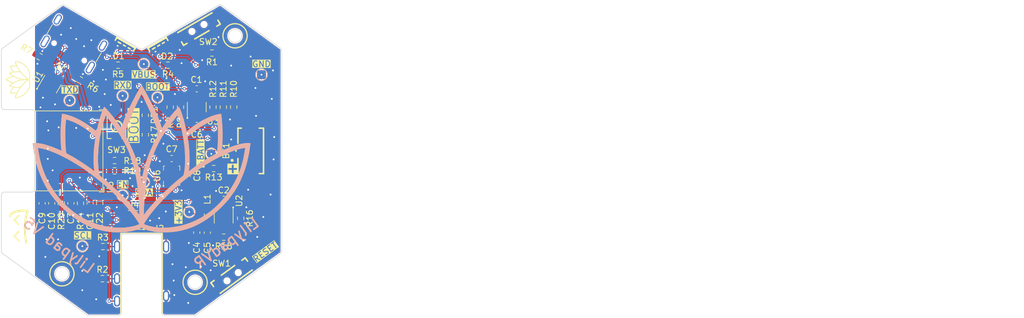
<source format=kicad_pcb>
(kicad_pcb (version 20240108) (generator "pcbnew") (generator_version "8.0")
  (layers (0 "F.Cu" signal) (31 "B.Cu" signal) (34 "B.Paste" user) (35 "F.Paste" user) (36 "B.SilkS" user "B.Silkscreen") (37 "F.SilkS" user "F.Silkscreen") (38 "B.Mask" user) (39 "F.Mask" user) (44 "Edge.Cuts" user))
  (net 0 "")
  (net 1 "+3V3")
  (net 2 "GND")
  (net 3 "VBUS")
  (net 4 "Net-(J1-CC1)")
  (net 5 "Net-(J1-CC2)")
  (net 6 "ADC")
  (net 7 "EN")
  (net 8 "Net-(D1-RK)")
  (net 12 "+BATT")
  (net 14 "Net-(D2-BK)")
  (net 15 "D+")
  (net 16 "D-")
  (net 19 "Net-(J2-Pin_3)")
  (net 20 "Net-(J2-Pin_4)")
  (net 21 "Net-(U2-SW)")
  (net 22 "USER_IO")
  (net 23 "SDA")
  (net 24 "SCL")
  (net 25 "CHRG_LED")
  (net 26 "STATUS_LED")
  (net 27 "Net-(R8-Pad2)")
  (net 28 "Net-(U3-TS)")
  (net 29 "Net-(R10-Pad1)")
  (net 30 "Net-(R11-Pad1)")
  (net 31 "Net-(U3-ISET)")
  (net 32 "Net-(U2-FB)")
  (net 33 "IO2")
  (net 34 "BOOT")
  (net 37 "INT_MAIN")
  (net 45 "TXD")
  (net 46 "RXD")
  (net 48 "IO8")
  (footprint "Lilypad Footprints:TestPoint_Pad_D1.5mm" (layer "F.Cu") (at 118.118476 91.844994)
    (property "Reference" "TP9" (hide yes))
    (property "Value" "BOOT")
  )
  (footprint "Lilypad Footprints:R_0603_1608Metric" (layer "F.Cu") (at 131.859459 111.821949 90)
    (property "Reference" "R16")
    (property "Value" "150k" (hide yes))
  )
  (footprint "Lilypad Footprints:R_0603_1608Metric" (layer "F.Cu") (at 127.289458 93.459449 -90)
    (property "Reference" "R12")
    (property "Value" "220R" (hide yes))
  )
  (footprint "Lilypad Footprints:LED-SMD_FM-3510RGBA-SG" (layer "F.Cu") (at 118.535098 83.788437 30)
    (property "Reference" "D2")
    (property "Value" "STATUS_LED" (hide yes))
  )
  (footprint "Lilypad Footprints:TestPoint_Pad_D1.5mm" (layer "F.Cu") (at 135.3 88.1)
    (property "Reference" "TP10" (hide yes))
    (property "Value" "GND")
  )
  (footprint "Lilypad Footprints:TestPoint_Pad_D1.5mm" (layer "F.Cu") (at 103.618475 92.344994)
    (property "Reference" "TP6" (hide yes))
    (property "Value" "TXD")
  )
  (footprint "Lilypad Footprints:R_0603_1608Metric" (layer "F.Cu") (at 109.034461 121.791992 180)
    (property "Reference" "R2")
    (property "Value" "220R" (hide yes))
  )
  (footprint "Lilypad Footprints:ESP32-C3-MINI-1" (layer "F.Cu") (at 100.805606 100.683747 90)
    (property "Reference" "U5")
    (property "Value" "ESP32-C3-MINI-1-N4")
  )
  (footprint "Lilypad Footprints:Bosch_LGA-14_3x2.5mm_P0.5mm" (layer "F.Cu") (at 120.459461 104.784449 90)
    (property "Reference" "U6")
    (property "Value" "BMI270" (hide yes))
  )
  (footprint "Lilypad Footprints:C_0603_1608Metric" (layer "F.Cu") (at 124.609457 114.184449 -90)
    (property "Reference" "C4")
    (property "Value" "4.7uF" (hide yes))
  )
  (footprint "Lilypad Footprints:C_0603_1608Metric" (layer "F.Cu") (at 124.609458 96.488948 180)
    (property "Reference" "C6")
    (property "Value" "4.7uF" (hide yes))
  )
  (footprint "Lilypad Footprints:TestPoint_Pad_D1.5mm" (layer "F.Cu") (at 105.709458 116.42195)
    (property "Reference" "TP4" (hide yes))
    (property "Value" "SCL")
  )
  (footprint "Lilypad Footprints:LED-SMD_FM-3510RGBA-SG" (layer "F.Cu") (at 112.342684 83.727647 -30)
    (property "Reference" "D1")
    (property "Value" "CHARGING_LED" (hide yes))
  )
  (footprint "Lilypad Footprints:R_0603_1608Metric" (layer "F.Cu") (at 119.859461 86.521949 180)
    (property "Reference" "R4")
    (property "Value" "3k" (hide yes))
  )
  (footprint "Lilypad Footprints:R_0603_1608Metric" (layer "F.Cu") (at 102.235461 109.346949 -90)
    (property "Reference" "R20")
    (property "Value" "5k1" (hide yes))
  )
  (footprint "Lilypad Footprints:R_0603_1608Metric" (layer "F.Cu") (at 127.4 103.6 180)
    (property "Reference" "R13")
    (property "Value" "150k" (hide yes))
  )
  (footprint "Lilypad Footprints:R_0603_1608Metric" (layer "F.Cu") (at 116.118474 98.019993 90)
    (property "Reference" "R17")
    (property "Value" "5k1" (hide yes))
  )
  (footprint "Lilypad Footprints:C_0603_1608Metric" (layer "F.Cu") (at 99.065459 109.346948 -90)
    (property "Reference" "C9")
    (property "Value" "100nF" (hide yes))
  )
  (footprint "Lilypad Footprints:R_0603_1608Metric" (layer "F.Cu") (at 109.109459 116.492017 180)
    (property "Reference" "R3")
    (property "Value" "220R" (hide yes))
  )
  (footprint "Lilypad Footprints:R_0603_1608Metric" (layer "F.Cu") (at 105.405461 109.34695 -90)
    (property "Reference" "R14")
    (property "Value" "150k" (hide yes))
  )
  (footprint "Lilypad Footprints:SW-SMD_L3.9-W3.0-P4.45" (layer "F.Cu") (at 111.346461 96.623656 90)
    (property "Reference" "SW3")
    (property "Value" "BTN_BOOT" (hide yes))
  )
  (footprint "Lilypad Footprints:C_0603_1608Metric" (layer "F.Cu") (at 123.039458 104.784447 90)
    (property "Reference" "C8")
    (property "Value" "100nF" (hide yes))
  )
  (footprint "Lilypad Footprints:R_0603_1608Metric" (layer "F.Cu") (at 111.035458 102.283995)
    (property "Reference" "R18")
    (property "Value" "5k1" (hide yes))
  )
  (footprint "Lilypad Footprints:TestPoint_Pad_D1.5mm" (layer "F.Cu") (at 115.868475 86.344995 180)
    (property "Reference" "TP1" (hide yes))
    (property "Value" "VBUS")
  )
  (footprint "Lilypad Footprints:R_0603_1608Metric" (layer "F.Cu") (at 105.300197 88.959651 150)
    (property "Reference" "R6")
    (property "Value" "5k1" (hide yes))
  )
  (footprint "Lilypad Footprints:TestPoint_Pad_D1.5mm" (layer "F.Cu") (at 115.868475 105.844994 180)
    (property "Reference" "TP5" (hide yes))
    (property "Value" "SDA")
  )
  (footprint "Lilypad Footprints:C_0603_1608Metric" (layer "F.Cu") (at 124.609458 90.428948)
    (property "Reference" "C1")
    (property "Value" "4.7uF" (hide yes))
  )
  (footprint "Lilypad Footprints:L_0603_1608Metric" (layer "F.Cu") (at 126.359459 111.237949 -90)
    (property "Reference" "L1")
    (property "Value" "4.7uH" (hide yes))
  )
  (footprint "Lilypad Footprints:R_0603_1608Metric" (layer "F.Cu") (at 128.999459 93.459449 90)
    (property "Reference" "R11")
    (property "Value" "220R" (hide yes))
  )
  (footprint "Lilypad Footprints:C_0603_1608Metric" (layer "F.Cu") (at 100.650461 109.346949 -90)
    (property "Reference" "C10")
    (property "Value" "4.7uF" (hide yes))
  )
  (footprint "Lilypad Footprints:C_0603_1608Metric" (layer "F.Cu") (at 126.359461 114.198449 -90)
    (property "Reference" "C5")
    (property "Value" "4.7uF" (hide yes))
  )
  (footprint "Lilypad Footprints:R_0603_1608Metric" (layer "F.Cu") (at 120.219459 93.459449 90)
    (property "Reference" "R8")
    (property "Value" "5k1" (hide yes))
  )
  (footprint "Lilypad Footprints:R_0603_1608Metric" (layer "F.Cu") (at 108.575607 109.346948 90)
    (property "Reference" "R22")
    (property "Value" "5k1" (hide yes))
  )
  (footprint "Lilypad Footprints:R_0603_1608Metric" (layer "F.Cu") (at 130.709458 93.459448 -90)
    (property "Reference" "R10")
    (property "Value" "220R" (hide yes))
  )
  (footprint "Lilypad Footprints:C_0603_1608Metric" (layer "F.Cu") (at 120.459461 101.954449)
    (property "Reference" "C7")
    (property "Value" "100nF" (hide yes))
  )
  (footprint "Lilypad Footprints:SW-SMD_TS-KG012EV" (layer "F.Cu") (at 130.196568 121.003597 36)
    (property "Reference" "SW1")
    (property "Value" "BTN_RESET" (hide yes))
  )
  (footprint "Lilypad Footprints:SOT-23-6" (layer "F.Cu") (at 124.609458 93.459448 90)
    (property "Reference" "U3")
    (property "Value" "BQ21040" (hide yes))
  )
  (footprint "Lilypad Footprints:R_0603_1608Metric" (layer "F.Cu") (at 127.109459 84.521949)
    (property "Reference" "R1")
    (property "Value" "5k1" (hide yes))
  )
  (footprint "Lilypad Footprints:C_0603_1608Metric" (layer "F.Cu") (at 103.820459 109.34695 90)
    (property "Reference" "C3")
    (property "Value" "100nF" (hide yes))
  )
  (footprint "Lilypad Footprints:R_0603_1608Metric" (layer "F.Cu") (at 111.609459 86.521949)
    (property "Reference" "R5")
    (property "Value" "3k" (hide yes))
  )
  (footprint "Lilypad Footprints:SOT-23-6" (layer "F.Cu") (at 100.46041 89.66241 60)
    (property "Reference" "U1")
    (property "Value" "SRV05-4" (hide yes))
  )
  (footprint "Lilypad Footprints:R_0603_1608Metric" (layer "F.Cu") (at 129.059459 114.934448)
    (property "Reference" "R15")
    (property "Value" "680k" (hide yes))
  )
  (footprint "Lilypad Footprints:TestPoint_Pad_D1.5mm" (layer "F.Cu") (at 127.009458 101.17195 90)
    (property "Reference" "TP2" (hide yes))
    (property "Value" "+BATT")
  )
  (footprint "Lilypad Footprints:TestPoint_Pad_D1.5mm" (layer "F.Cu") (at 112.368475 91.594994)
    (property "Reference" "TP7" (hide yes))
    (property "Value" "RXD")
  )
  (footprint "Lilypad Footprints:R_0603_1608Metric" (layer "F.Cu") (at 111.035458 103.993748)
    (property "Reference" "R19")
    (property "Value" "5k1" (hide yes))
  )
  (footprint "Lilypad Footprints:R_0603_1608Metric" (layer "F.Cu") (at 98.649121 85.119651 150)
    (property "Reference" "R7")
    (property "Value" "5k1" (hide yes))
  )
  (footprint "Lilypad Footprints:SW-SMD_TS-KG012EV" (layer "F.Cu") (at 125.096871 80.879644 -150)
    (property "Reference" "SW2")
    (property "Value" "BTN_USER" (hide yes))
  )
  (footprint "Lilypad Footprints:R_0603_1608Metric" (layer "F.Cu") (at 116.118474 94.809993 -90)
    (property "Reference" "R21")
    (property "Value" "5k1" (hide yes))
  )
  (footprint "Lilypad Footprints:SOT-23-5" (layer "F.Cu") (at 129.059457 111.821949 -90)
    (property "Reference" "U2")
    (property "Value" "M3406" (hide yes))
  )
  (footprint "Lilypad Footprints:TestPoint_Pad_D1.5mm" (layer "F.Cu") (at 123.368475 110.771949 90)
    (property "Reference" "TP3" (hide yes))
    (property "Value" "+3V3")
  )
  (footprint "Lilypad Footprints:TestPoint_Pad_D1.5mm" (layer "F.Cu") (at 112.368476 108.016833)
    (property "Reference" "TP8" (hide yes))
    (property "Value" "EN")
  )
  (footprint "Lilypad Footprints:R_0603_1608Metric" (layer "F.Cu") (at 121.929456 93.459449 -90)
    (property "Reference" "R9")
    (property "Value" "5k1" (hide yes))
  )
  (footprint "Lilypad Footprints:AUDIO-TH_ST-0277D00-052-142" (layer "F.Cu") (at 115.490371 120.992018 90)
    (property "Reference" "J2")
    (property "Value" "TRRS")
  )
  (footprint "Lilypad Footprints:C_0603_1608Metric" (layer "F.Cu") (at 106.990606 109.34695 -90)
    (property "Reference" "C11")
    (property "Value" "100nF" (hide yes))
  )
  (footprint "Lilypad Footprints:USB_C_Receptacle_GCT_USB4105-xx-A_16P_TopMnt_Horizontal" (layer "F.Cu") (at 104.844494 82.068953 150)
    (property "Reference" "J1")
    (property "Value" "USB-C")
  )
  (footprint "Lilypad Footprints:SOT-23-6" (layer "F.Cu") (at 114.089959 112.091951 180)
    (property "Reference" "U4")
    (property "Value" "SRV05-4" (hide yes))
  )
  (footprint "Lilypad Footprints:C_0603_1608Metric" (layer "F.Cu") (at 129.059459 108.684449 180)
    (property "Reference" "C2")
    (property "Value" "4.7uF" (hide yes))
  )
  (footprint "Lilypad Footprints:CONN-SMD_2P-P1.25_XUNPU_WAFER-MX1.25-2PWB" (layer "F.Cu") (at 132.206396 100.683735 90)
    (property "Reference" "BT1")
    (property "Value" "Micro-JST")
  )
  (gr_line (start 103.906221 95.705847) (end 103.594665 95.595506) (stroke (width 0.155775)) (layer "B.SilkS"))
  (gr_line (start 106.24122 96.220223) (end 106.599829 96.453886) (stroke (width 0.155775)) (layer "B.SilkS"))
  (gr_line (start 128.148728 96.687551) (end 128.087064 96.033624) (stroke (width 0.155775)) (layer "B.SilkS"))
  (gr_line (start 131.682874 104.239396) (end 131.807819 103.911625) (stroke (width 0.155775)) (layer "B.SilkS"))
  (gr_line (start 99.71813 105.221111) (end 99.576966 104.878723) (stroke (width 0.155775)) (layer "B.SilkS"))
  (gr_line (start 116.128076 111.025359) (end 116.269244 110.837126) (stroke (width 0.155775)) (layer "B.SilkS"))
  (gr_line (start 111.224402 95.736674) (end 110.81874 95.206065) (stroke (width 0.155775)) (layer "B.SilkS"))
  (gr_line (start 101.165547 100.930804) (end 101.446269 101.055743) (stroke (width 0.155775)) (layer "B.SilkS"))
  (gr_line (start 98.783487 102.694635) (end 98.721822 102.413907) (stroke (width 0.155775)) (layer "B.SilkS"))
  (gr_line (start 115.86358 113.473948) (end 116.097244 113.568062) (stroke (width 0.155775)) (layer "B.SilkS"))
  (gr_line (start 122.232512 97.406386) (end 122.372063 98.107378) (stroke (width 0.155775)) (layer "B.SilkS"))
  (gr_line (start 115.785694 111.07079) (end 115.771095 111.554339) (stroke (width 0.155775)) (layer "B.SilkS"))
  (gr_line (start 106.319112 103.848339) (end 106.989271 104.331888) (stroke (width 0.155775)) (layer "B.SilkS"))
  (gr_line (start 99.421192 104.550952) (end 99.29787 104.239396) (stroke (width 0.155775)) (layer "B.SilkS"))
  (gr_line (start 100.870224 100.82208) (end 101.165547 100.930804) (stroke (width 0.155775)) (layer "B.SilkS"))
  (gr_line (start 125.237677 111.836684) (end 125.641718 111.601399) (stroke (width 0.155775)) (layer "B.SilkS"))
  (gr_line (start 100.308782 107.499318) (end 100.044293 107.093655) (stroke (width 0.155775)) (layer "B.SilkS"))
  (gr_line (start 114.057567 110.025801) (end 113.684353 109.605532) (stroke (width 0.155775)) (layer "B.SilkS"))
  (gr_line (start 120.986313 113.301949) (end 121.422809 113.224057) (stroke (width 0.155775)) (layer "B.SilkS"))
  (gr_line (start 113.108313 100.088645) (end 113.341971 100.603027) (stroke (width 0.155775)) (layer "B.SilkS"))
  (gr_line (start 98.471931 100.135699) (end 98.658536 100.166532) (stroke (width 0.155775)) (layer "B.SilkS"))
  (gr_line (start 132.305974 104.284833) (end 132.445519 103.895392) (stroke (width 0.155775)) (layer "B.SilkS"))
  (gr_line (start 113.559407 101.133636) (end 113.76224 101.680472) (stroke (width 0.155775)) (layer "B.SilkS"))
  (gr_line (start 109.652048 113.910444) (end 109.262611 113.848779) (stroke (width 0.155775)) (layer "B.SilkS"))
  (gr_line (start 111.333121 108.044532) (end 111.878334 108.591374) (stroke (width 0.155775)) (layer "B.SilkS"))
  (gr_line (start 125.641718 111.601399) (end 126.016549 111.351508) (stroke (width 0.155775)) (layer "B.SilkS"))
  (gr_line (start 120.145777 96.376001) (end 119.522677 97.248991) (stroke (width 0.155775)) (layer "B.SilkS"))
  (gr_line (start 108.483733 98.809991) (end 108.389621 99.496372) (stroke (width 0.155775)) (layer "B.SilkS"))
  (gr_line (start 116.704123 103.395621) (end 116.548339 103.989512) (stroke (width 0.155775)) (layer "B.SilkS"))
  (gr_line (start 122.060508 96.703772) (end 122.232512 97.406386) (stroke (width 0.155775)) (layer "B.SilkS"))
  (gr_line (start 123.32294 98.076545) (end 123.632868 97.795828) (stroke (width 0.155775)) (layer "B.SilkS"))
  (gr_line (start 101.649101 100.479704) (end 101.30672 100.338531) (stroke (width 0.155775)) (layer "B.SilkS"))
  (gr_line (start 107.674029 100.69714) (end 107.704855 100.322309) (stroke (width 0.155775)) (layer "B.SilkS"))
  (gr_line (start 116.548339 103.989512) (end 116.425021 104.598006) (stroke (width 0.155775)) (layer "B.SilkS"))
  (gr_line (start 122.71444 103.30313) (end 122.683613 103.583848) (stroke (width 0.155775)) (layer "B.SilkS"))
  (gr_line (start 128.179555 98.076545) (end 128.179555 97.373932) (stroke (width 0.155775)) (layer "B.SilkS"))
  (gr_line (start 105.650573 103.395621) (end 106.319112 103.848339) (stroke (width 0.155775)) (layer "B.SilkS"))
  (gr_line (start 116.377962 111.85129) (end 116.222189 112.054122) (stroke (width 0.155775)) (layer "B.SilkS"))
  (gr_line (start 120.051664 95.347232) (end 120.395668 94.909114) (stroke (width 0.155775)) (layer "B.SilkS"))
  (gr_line (start 115.879807 108.872085) (end 115.848975 109.449754) (stroke (width 0.155775)) (layer "B.SilkS"))
  (gr_line (start 123.353773 102.133189) (end 123.337545 101.430574) (stroke (width 0.155775)) (layer "B.SilkS"))
  (gr_line (start 133.193564 100.947025) (end 133.302288 100.213585) (stroke (width 0.155775)) (layer "B.SilkS"))
  (gr_line (start 107.626971 102.133189) (end 107.643198 101.430574) (stroke (width 0.155775)) (layer "B.SilkS"))
  (gr_line (start 123.150935 112.771333) (end 123.571204 112.615562) (stroke (width 0.155775)) (layer "B.SilkS"))
  (gr_line (start 124.272195 97.312273) (end 124.583745 97.078609) (stroke (width 0.155775)) (layer "B.SilkS"))
  (gr_line (start 124.739518 96.220223) (end 124.380914 96.453886) (stroke (width 0.155775)) (layer "B.SilkS"))
  (gr_line (start 114.836439 91.071536) (end 114.541117 91.632971) (stroke (width 0.155775)) (layer "B.SilkS"))
  (gr_line (start 113.544807 113.910444) (end 113.233253 113.957497) (stroke (width 0.155775)) (layer "B.SilkS"))
  (gr_line (start 101.382983 107.966647) (end 101.134713 107.624264) (stroke (width 0.155775)) (layer "B.SilkS"))
  (gr_line (start 108.74823 97.406386) (end 108.608678 98.107378) (stroke (width 0.155775)) (layer "B.SilkS"))
  (gr_line (start 116.316303 105.206506) (end 116.205963 105.815001) (stroke (width 0.155775)) (layer "B.SilkS"))
  (gr_line (start 101.991477 100.635481) (end 101.649101 100.479704) (stroke (width 0.155775)) (layer "B.SilkS"))
  (gr_line (start 113.932616 110.931239) (end 114.120849 111.164904) (stroke (width 0.155775)) (layer "B.SilkS"))
  (gr_line (start 99.375754 99.668371) (end 99.07881 99.605085) (stroke (width 0.155775)) (layer "B.SilkS"))
  (gr_line (start 107.40954 112.615562) (end 106.973044 112.443558) (stroke (width 0.155775)) (layer "B.SilkS"))
  (gr_line (start 115.801922 110.556408) (end 115.785694 111.07079) (stroke (width 0.155775)) (layer "B.SilkS"))
  (gr_line (start 102.255975 96.156936) (end 102.317632 95.392675) (stroke (width 0.155775)) (layer "B.SilkS"))
  (gr_line (start 118.106095 108.716314) (end 118.557194 108.279818) (stroke (width 0.155775)) (layer "B.SilkS"))
  (gr_line (start 111.505125 107.358151) (end 111.006966 106.921656) (stroke (width 0.155775)) (layer "B.SilkS"))
  (gr_line (start 131.807819 105.470997) (end 131.979819 105.065333) (stroke (width 0.155775)) (layer "B.SilkS"))
  (gr_line (start 123.337539 102.819569) (end 123.353767 102.133189) (stroke (width 0.155775)) (layer "B.SilkS"))
  (gr_line (start 116.923181 110.025801) (end 117.29639 109.605532) (stroke (width 0.155775)) (layer "B.SilkS"))
  (gr_line (start 105.945896 102.881234) (end 105.353629 102.491803) (stroke (width 0.155775)) (layer "B.SilkS"))
  (gr_line (start 121.859303 113.146164) (end 122.279572 113.037454) (stroke (width 0.155775)) (layer "B.SilkS"))
  (gr_line (start 106.989271 104.331888) (end 107.643198 104.83167) (stroke (width 0.155775)) (layer "B.SilkS"))
  (gr_line (start 108.219244 102.444738) (end 108.235471 102.741689) (stroke (width 0.155775)) (layer "B.SilkS"))
  (gr_line (start 98.363218 100.588416) (end 98.285329 100.119478) (stroke (width 0.155775)) (layer "B.SilkS"))
  (gr_line (start 116.097244 113.568062) (end 116.330908 113.660553) (stroke (width 0.155775)) (layer "B.SilkS"))
  (gr_line (start 117.24933 93.19397) (end 117.482995 93.67752) (stroke (width 0.155775)) (layer "B.SilkS"))
  (gr_line (start 97.926725 101.664239) (end 97.787173 100.947025) (stroke (width 0.155775)) (layer "B.SilkS"))
  (gr_line (start 108.235471 102.741689) (end 108.250069 103.037012) (stroke (width 0.155775)) (layer "B.SilkS"))
  (gr_line (start 130.920223 100.525141) (end 130.655727 100.603027) (stroke (width 0.155775)) (layer "B.SilkS"))
  (gr_line (start 108.358787 104.082002) (end 108.405849 104.331888) (stroke (width 0.155775)) (layer "B.SilkS"))
  (gr_line (start 117.140617 94.59757) (end 117.482995 95.439729) (stroke (width 0.155775)) (layer "B.SilkS"))
  (gr_line (start 113.169971 96.267277) (end 112.890876 97.093214) (stroke (width 0.155775)) (layer "B.SilkS"))
  (gr_line (start 101.757814 101.196911) (end 102.053142 101.336467) (stroke (width 0.155775)) (layer "B.SilkS"))
  (gr_line (start 120.566045 94.706283) (end 120.768877 94.472624) (stroke (width 0.155775)) (layer "B.SilkS"))
  (gr_line (start 109.557934 94.675456) (end 110.834967 96.376001) (stroke (width 0.155775)) (layer "B.SilkS"))
  (gr_line (start 102.815793 98.793758) (end 102.815787 98.793758) (stroke (width 0.155775)) (layer "B.SilkS"))
  (gr_line (start 119.071576 114.066215) (end 119.430185 114.082442) (stroke (width 0.155775)) (layer "B.SilkS"))
  (gr_line (start 119.741736 95.767506) (end 120.051664 95.347232) (stroke (width 0.155775)) (layer "B.SilkS"))
  (gr_line (start 120.55144 113.365229) (end 120.986313 113.301949) (stroke (width 0.155775)) (layer "B.SilkS"))
  (gr_line (start 121.453635 105.595947) (end 121.968023 105.174051) (stroke (width 0.155775)) (layer "B.SilkS"))
  (gr_line (start 108.389621 99.496372) (end 108.311734 100.182753) (stroke (width 0.155775)) (layer "B.SilkS"))
  (gr_line (start 130.655727 100.603027) (end 130.391242 100.713362) (stroke (width 0.155775)) (layer "B.SilkS"))
  (gr_line (start 110.834967 96.376001) (end 111.458067 97.248991) (stroke (width 0.155775)) (layer "B.SilkS"))
  (gr_line (start 112.251549 114.051611) (end 111.892939 114.066215) (stroke (width 0.155775)) (layer "B.SilkS"))
  (gr_line (start 132.010651 103.286897) (end 132.103142 102.989957) (stroke (width 0.155775)) (layer "B.SilkS"))
  (gr_line (start 98.518992 99.510977) (end 98.269101 99.480151) (stroke (width 0.155775)) (layer "B.SilkS"))
  (gr_line (start 107.846028 99.152367) (end 107.969353 98.357263) (stroke (width 0.155775)) (layer "B.SilkS"))
  (gr_line (start 128.646883 100.791248) (end 128.989259 100.635481) (stroke (width 0.155775)) (layer "B.SilkS"))
  (gr_line (start 111.550557 114.066215) (end 111.177349 114.066215) (stroke (width 0.155775)) (layer "B.SilkS"))
  (gr_line (start 128.087064 100.322309) (end 128.148728 99.543426) (stroke (width 0.155775)) (layer "B.SilkS"))
  (gr_line (start 118.106095 109.66719) (end 117.654994 110.181572) (stroke (width 0.155775)) (layer "B.SilkS"))
  (gr_line (start 98.441105 101.071976) (end 98.363218 100.588416) (stroke (width 0.155775)) (layer "B.SilkS"))
  (gr_line (start 115.86358 112.631789) (end 115.754862 112.803788) (stroke (width 0.155775)) (layer "B.SilkS"))
  (gr_line (start 124.007699 112.443558) (end 124.411746 112.256953) (stroke (width 0.155775)) (layer "B.SilkS"))
  (gr_line (start 122.480782 95.923278) (end 122.325004 95.378064) (stroke (width 0.155775)) (layer "B.SilkS"))
  (gr_line (start 125.330169 103.395621) (end 124.661631 103.848339) (stroke (width 0.155775)) (layer "B.SilkS"))
  (gr_line (start 102.846624 99.543426) (end 102.815793 98.793758) (stroke (width 0.155775)) (layer "B.SilkS"))
  (gr_line (start 128.460273 109.308581) (end 128.755595 108.98081) (stroke (width 0.155775)) (layer "B.SilkS"))
  (gr_line (start 114.883499 113.568062) (end 114.649835 113.645949) (stroke (width 0.155775)) (layer "B.SilkS"))
  (gr_line (start 123.228827 104.192343) (end 123.821095 103.739626) (stroke (width 0.155775)) (layer "B.SilkS"))
  (gr_line (start 122.480782 98.809991) (end 122.591123 99.496372) (stroke (width 0.155775)) (layer "B.SilkS"))
  (gr_line (start 99.671083 99.760863) (end 99.375754 99.668371) (stroke (width 0.155775)) (layer "B.SilkS"))
  (gr_line (start 130.998115 99.854982) (end 131.309659 99.760863) (stroke (width 0.155775)) (layer "B.SilkS"))
  (gr_line (start 108.452902 104.550952) (end 108.49996 104.768382) (stroke (width 0.155775)) (layer "B.SilkS"))
  (gr_line (start 98.877601 102.989957) (end 98.783487 102.694635) (stroke (width 0.155775)) (layer "B.SilkS"))
  (gr_line (start 112.236944 96.828723) (end 112.159052 97.140267) (stroke (width 0.155775)) (layer "B.SilkS"))
  (gr_line (start 125.516773 96.470108) (end 125.828323 96.281887) (stroke (width 0.155775)) (layer "B.SilkS"))
  (gr_line (start 127.386072 95.595506) (end 127.712233 95.486783) (stroke (width 0.155775)) (layer "B.SilkS"))
  (gr_line (start 129.067151 109.495185) (end 129.425755 109.10575) (stroke (width 0.155775)) (layer "B.SilkS"))
  (gr_line (start 131.262606 105.221111) (end 131.403778 104.878723) (stroke (width 0.155775)) (layer "B.SilkS"))
  (gr_line (start 131.916538 103.598453) (end 132.010651 103.286897) (stroke (width 0.155775)) (layer "B.SilkS"))
  (gr_line (start 123.944418 97.545931) (end 124.272195 97.312273) (stroke (width 0.155775)) (layer "B.SilkS"))
  (gr_line (start 121.172918 94.005308) (end 121.406581 93.755406) (stroke (width 0.155775)) (layer "B.SilkS"))
  (gr_line (start 104.217763 95.830793) (end 103.906221 95.705847) (stroke (width 0.155775)) (layer "B.SilkS"))
  (gr_line (start 108.29713 103.583848) (end 108.327962 103.833734) (stroke (width 0.155775)) (layer "B.SilkS"))
  (gr_line (start 114.571943 110.634295) (end 114.399944 110.447685) (stroke (width 0.155775)) (layer "B.SilkS"))
  (gr_line (start 113.76224 101.680472) (end 113.948843 102.241907) (stroke (width 0.155775)) (layer "B.SilkS"))
  (gr_line (start 118.075262 95.003233) (end 118.245645 95.408897) (stroke (width 0.155775)) (layer "B.SilkS"))
  (gr_line (start 122.683613 103.583848) (end 122.652787 103.833734) (stroke (width 0.155775)) (layer "B.SilkS"))
  (gr_line (start 115.926867 108.263591) (end 115.879807 108.872085) (stroke (width 0.155775)) (layer "B.SilkS"))
  (gr_line (start 123.306713 100.69714) (end 123.275887 100.322309) (stroke (width 0.155775)) (layer "B.SilkS"))
  (gr_line (start 122.591123 99.496372) (end 122.669008 100.182753) (stroke (width 0.155775)) (layer "B.SilkS"))
  (gr_line (start 127.386072 94.909114) (end 126.996637 95.050287) (stroke (width 0.155775)) (layer "B.SilkS"))
  (gr_line (start 129.222923 101.196911) (end 128.9276 101.336467) (stroke (width 0.155775)) (layer "B.SilkS"))
  (gr_line (start 123.011391 98.357263) (end 123.32294 98.076545) (stroke (width 0.155775)) (layer "B.SilkS"))
  (gr_line (start 102.333865 100.791248) (end 101.991477 100.635481) (stroke (width 0.155775)) (layer "B.SilkS"))
  (gr_line (start 113.294916 109.169036) (end 112.874649 108.716314) (stroke (width 0.155775)) (layer "B.SilkS"))
  (gr_line (start 114.198734 101.166084) (end 113.979676 100.666313) (stroke (width 0.155775)) (layer "B.SilkS"))
  (gr_line (start 123.275887 100.322309) (end 123.228827 99.932867) (stroke (width 0.155775)) (layer "B.SilkS"))
  (gr_line (start 117.513826 99.543426) (end 117.732886 99.10693) (stroke (width 0.155775)) (layer "B.SilkS"))
  (gr_line (start 114.213339 113.176998) (end 113.90179 113.25489) (stroke (width 0.155775)) (layer "B.SilkS"))
  (gr_line (start 108.094298 97.65466) (end 108.219244 97.078609) (stroke (width 0.155775)) (layer "B.SilkS"))
  (gr_line (start 122.372063 98.107378) (end 122.886445 97.65466) (stroke (width 0.155775)) (layer "B.SilkS"))
  (gr_line (start 98.861374 100.197358) (end 99.07881 100.244412) (stroke (width 0.155775)) (layer "B.SilkS"))
  (gr_line (start 116.113471 106.438107) (end 116.035585 107.046596) (stroke (width 0.155775)) (layer "B.SilkS"))
  (gr_line (start 130.079687 107.28026) (end 130.313351 106.921656) (stroke (width 0.155775)) (layer "B.SilkS"))
  (gr_line (start 100.605729 107.904987) (end 100.308782 107.499318) (stroke (width 0.155775)) (layer "B.SilkS"))
  (gr_line (start 117.435935 101.133636) (end 117.218499 101.680472) (stroke (width 0.155775)) (layer "B.SilkS"))
  (gr_line (start 118.386818 114.035384) (end 118.729194 114.066215) (stroke (width 0.155775)) (layer "B.SilkS"))
  (gr_line (start 101.30672 100.338531) (end 100.962714 100.197358) (stroke (width 0.155775)) (layer "B.SilkS"))
  (gr_line (start 107.768144 104.192343) (end 107.159649 103.739626) (stroke (width 0.155775)) (layer "B.SilkS"))
  (gr_line (start 109.121438 113.146164) (end 108.701172 113.037454) (stroke (width 0.155775)) (layer "B.SilkS"))
  (gr_line (start 113.575634 99.746258) (end 113.356576 99.308145) (stroke (width 0.155775)) (layer "B.SilkS"))
  (gr_line (start 102.801181 98.076545) (end 102.801189 98.076545) (stroke (width 0.155775)) (layer "B.SilkS"))
  (gr_line (start 132.119369 100.197358) (end 131.901933 100.244412) (stroke (width 0.155775)) (layer "B.SilkS"))
  (gr_line (start 112.048717 98.154431) (end 112.32943 98.621753) (stroke (width 0.155775)) (layer "B.SilkS"))
  (gr_line (start 115.490371 113.271118) (end 115.676976 113.379831) (stroke (width 0.155775)) (layer "B.SilkS"))
  (gr_line (start 98.970092 103.286897) (end 98.877601 102.989957) (stroke (width 0.155775)) (layer "B.SilkS"))
  (gr_line (start 114.508663 113.099111) (end 114.213339 113.176998) (stroke (width 0.155775)) (layer "B.SilkS"))
  (gr_line (start 107.657802 101.055743) (end 107.674029 100.69714) (stroke (width 0.155775)) (layer "B.SilkS"))
  (gr_line (start 115.178815 110.556408) (end 115.195043 111.07079) (stroke (width 0.155775)) (layer "B.SilkS"))
  (gr_line (start 132.258914 102.413907) (end 132.336806 102.133189) (stroke (width 0.155775)) (layer "B.SilkS"))
  (gr_line (start 122.279572 113.037454) (end 122.71444 112.912506) (stroke (width 0.155775)) (layer "B.SilkS"))
  (gr_line (start 117.654994 110.181572) (end 117.452162 110.431463) (stroke (width 0.155775)) (layer "B.SilkS"))
  (gr_line (start 109.262611 113.848779) (end 108.87317 113.754667) (stroke (width 0.155775)) (layer "B.SilkS"))
  (gr_line (start 103.594665 94.925347) (end 103.9841 95.050287) (stroke (width 0.155775)) (layer "B.SilkS"))
  (gr_line (start 130.936451 107.093655) (end 131.170114 106.687993) (stroke (width 0.155775)) (layer "B.SilkS"))
  (gr_line (start 121.422809 94.675456) (end 120.145777 96.376001) (stroke (width 0.155775)) (layer "B.SilkS"))
  (gr_line (start 105.743067 111.836684) (end 105.353629 111.601399) (stroke (width 0.155775)) (layer "B.SilkS"))
  (gr_line (start 108.266297 100.869145) (end 108.219244 101.508472) (stroke (width 0.155775)) (layer "B.SilkS"))
  (gr_line (start 115.100935 104.004122) (end 114.945157 103.395621) (stroke (width 0.155775)) (layer "B.SilkS"))
  (gr_line (start 112.905475 95.003233) (end 112.735099 95.408897) (stroke (width 0.155775)) (layer "B.SilkS"))
  (gr_line (start 115.008439 112.912506) (end 114.774781 113.00662) (stroke (width 0.155775)) (layer "B.SilkS"))
  (gr_line (start 118.729194 114.066215) (end 119.071576 114.066215) (stroke (width 0.155775)) (layer "B.SilkS"))
  (gr_line (start 99.07881 100.244412) (end 99.312468 100.307698) (stroke (width 0.155775)) (layer "B.SilkS"))
  (gr_line (start 118.932025 98.154431) (end 118.651307 98.607159) (stroke (width 0.155775)) (layer "B.SilkS"))
  (gr_line (start 125.860777 112.16284) (end 126.281045 111.898344) (stroke (width 0.155775)) (layer "B.SilkS"))
  (gr_line (start 100.667391 106.921656) (end 100.464561 106.57928) (stroke (width 0.155775)) (layer "B.SilkS"))
  (gr_line (start 116.205963 113.00662) (end 116.472075 113.099111) (stroke (width 0.155775)) (layer "B.SilkS"))
  (gr_line (start 108.608678 98.107378) (end 108.483733 98.809991) (stroke (width 0.155775)) (layer "B.SilkS"))
  (gr_line (start 106.148729 112.054122) (end 105.743067 111.836684) (stroke (width 0.155775)) (layer "B.SilkS"))
  (gr_line (start 123.353767 102.133189) (end 123.353773 102.133189) (stroke (width 0.155775)) (layer "B.SilkS"))
  (gr_line (start 113.731412 110.681348) (end 113.932616 110.931239) (stroke (width 0.155775)) (layer "B.SilkS"))
  (gr_line (start 117.140617 113.863385) (end 117.435935 113.926666) (stroke (width 0.155775)) (layer "B.SilkS"))
  (gr_line (start 115.521204 106.29855) (end 115.552031 105.938324) (stroke (width 0.155775)) (layer "B.SilkS"))
  (gr_line (start 103.158169 109.947908) (end 102.832015 109.620137) (stroke (width 0.155775)) (layer "B.SilkS"))
  (gr_line (start 126.7792 110.822526) (end 127.136181 110.541803) (stroke (width 0.155775)) (layer "B.SilkS"))
  (gr_line (start 124.411746 112.256953) (end 124.832014 112.054122) (stroke (width 0.155775)) (layer "B.SilkS"))
  (gr_line (start 127.712233 95.486783) (end 128.023777 95.392675) (stroke (width 0.155775)) (layer "B.SilkS"))
  (gr_line (start 102.053142 101.336467) (end 102.364693 101.492239) (stroke (width 0.155775)) (layer "B.SilkS"))
  (gr_line (start 123.337545 102.819569) (end 123.337539 102.819569) (stroke (width 0.155775)) (layer "B.SilkS"))
  (gr_line (start 101.134713 107.624264) (end 100.901055 107.28026) (stroke (width 0.155775)) (layer "B.SilkS"))
  (gr_line (start 107.704855 100.322309) (end 107.751916 99.932867) (stroke (width 0.155775)) (layer "B.SilkS"))
  (gr_line (start 102.846624 96.687551) (end 102.89368 96.033624) (stroke (width 0.155775)) (layer "B.SilkS"))
  (gr_line (start 124.832014 112.054122) (end 125.237677 111.836684) (stroke (width 0.155775)) (layer "B.SilkS"))
  (gr_line (start 126.281045 111.898344) (end 126.701313 111.601399) (stroke (width 0.155775)) (layer "B.SilkS"))
  (gr_line (start 114.432398 103.989512) (end 114.555716 104.598006) (stroke (width 0.155775)) (layer "B.SilkS"))
  (gr_line (start 108.219244 101.508472) (end 108.219244 102.147799) (stroke (width 0.155775)) (layer "B.SilkS"))
  (gr_line (start 116.84529 113.801725) (end 117.140617 113.863385) (stroke (width 0.155775)) (layer "B.SilkS"))
  (gr_line (start 126.670482 102.553463) (end 126.000322 102.959126) (stroke (width 0.155775)) (layer "B.SilkS"))
  (gr_line (start 98.19122 102.772516) (end 98.098724 102.397685) (stroke (width 0.155775)) (layer "B.SilkS"))
  (gr_line (start 115.131762 109.449754) (end 115.162595 110.011195) (stroke (width 0.155775)) (layer "B.SilkS"))
  (gr_line (start 129.425755 109.10575) (end 129.768137 108.716314) (stroke (width 0.155775)) (layer "B.SilkS"))
  (gr_line (start 124.661631 103.848339) (end 123.991478 104.331888) (stroke (width 0.155775)) (layer "B.SilkS"))
  (gr_line (start 132.9599 99.46554) (end 133.193564 99.46554) (stroke (width 0.155775)) (layer "B.SilkS"))
  (gr_line (start 125.455114 95.783728) (end 125.096504 95.986559) (stroke (width 0.155775)) (layer "B.SilkS"))
  (gr_line (start 97.678455 100.213585) (end 97.569737 99.480151) (stroke (width 0.155775)) (layer "B.SilkS"))
  (gr_line (start 114.619003 111.85129) (end 114.758548 112.054122) (stroke (width 0.155775)) (layer "B.SilkS"))
  (gr_line (start 127.822568 109.947908) (end 128.148728 109.620137) (stroke (width 0.155775)) (layer "B.SilkS"))
  (gr_line (start 110.81874 95.206065) (end 110.617531 94.95618) (stroke (width 0.155775)) (layer "B.SilkS"))
  (gr_line (start 118.589649 109.136581) (end 118.106095 109.66719) (stroke (width 0.155775)) (layer "B.SilkS"))
  (gr_poly (pts (xy 115.494156 89.970178) (xy 115.489417 89.970607) (xy 115.484773 89.97143) (xy 115.480232 89.972683) (xy 115.475801 89.9744) (xy 115.47149 89.976617) (xy 115.467307 89.979367) (xy 115.463259 89.982686) (xy 115.459356 89.986609) (xy 115.455606 89.99117) (xy 115.452016 89.996405) (xy 115.448596 90.002347) (xy 115.216975 90.38448) (xy 114.99322 90.772729) (xy 114.776068 91.165933) (xy 114.564259 91.562933) (xy 114.151624 92.363688) (xy 113.74522 93.16572) (xy 113.510898 93.624179) (xy 113.292065 94.089415) (xy 113.086266 94.560311) (xy 112.891044 95.03575) (xy 112.703946 95.514616) (xy 112.522516 95.995792) (xy 112.166837 96.960608) (xy 111.649235 96.228931) (xy 111.387362 95.865148) (xy 111.121848 95.504062) (xy 110.851498 95.146667) (xy 110.575117 94.793957) (xy 110.291511 94.446927) (xy 109.999485 94.106571) (xy 109.978808 94.089869) (xy 109.958445 94.071531) (xy 109.938361 94.051718) (xy 109.91852 94.03059) (xy 109.879428 93.985035) (xy 109.840887 93.936148) (xy 109.764337 93.833522) (xy 109.725764 93.782352) (xy 109.686619 93.73299) (xy 109.646618 93.68672) (xy 109.62621 93.665146) (xy 109.605482 93.644828) (xy 109.5844 93.625924) (xy 109.562929 93.608597) (xy 109.541033 93.593006) (xy 109.518677 93.579313) (xy 109.495826 93.567677) (xy 109.472445 93.55826) (xy 109.448499 93.551221) (xy 109.423953 93.546722) (xy 109.398771 93.544923) (xy 109.372918 93.545985) (xy 109.34636 93.550068) (xy 109.31906 93.557333) (xy 109.237217 93.732392) (xy 109.159749 93.909559) (xy 109.08634 94.088653) (xy 109.016674 94.26949) (xy 108.887311 94.635663) (xy 108.769135 95.006613) (xy 108.659622 95.380879) (xy 108.556248 95.756996) (xy 108.357815 96.508934) (xy 108.339926 96.56827) (xy 108.323473 96.630074) (xy 108.293698 96.759178) (xy 108.238407 97.026013) (xy 108.208167 97.156113) (xy 108.191365 97.218664) (xy 108.173049 97.278913) (xy 108.152923 97.336384) (xy 108.130691 97.390598) (xy 108.10606 97.44108) (xy 108.078733 97.487353) (xy 107.528753 97.051605) (xy 106.9637 96.631461) (xy 106.67527 96.428925) (xy 106.38277 96.232311) (xy 106.086099 96.042293) (xy 105.785158 95.859546) (xy 105.479845 95.684742) (xy 105.17006 95.518557) (xy 104.855703 95.361664) (xy 104.536672 95.214736) (xy 104.212868 95.078448) (xy 103.884189 94.953474) (xy 103.550536 94.840487) (xy 103.211807 94.740162) (xy 103.187666 94.738189) (xy 103.163078 94.734909) (xy 103.11272 94.724961) (xy 103.061046 94.711391) (xy 103.008367 94.695269) (xy 102.901245 94.659659) (xy 102.847427 94.642314) (xy 102.793854 94.626703) (xy 102.740837 94.6139) (xy 102.68869 94.604974) (xy 102.66304 94.602301) (xy 102.637724 94.600999) (xy 102.612782 94.601202) (xy 102.588252 94.603045) (xy 102.564174 94.606661) (xy 102.540586 94.612184) (xy 102.517528 94.619748) (xy 102.495039 94.629488) (xy 102.473157 94.641536) (xy 102.451922 94.656028) (xy 102.431373 94.673096) (xy 102.411549 94.692876) (xy 102.324022 95.437371) (xy 102.261213 96.184222) (xy 102.221466 96.932793) (xy 102.203126 97.682449) (xy 102.204536 98.432556) (xy 102.224043 99.182479) (xy 102.25999 99.931584) (xy 102.310721 100.679235) (xy 101.367357 100.286265) (xy 100.891605 100.096851) (xy 100.411749 99.919227) (xy 99.926746 99.758701) (xy 99.681988 99.686508) (xy 99.435551 99.620579) (xy 99.187307 99.561579) (xy 98.937123 99.510169) (xy 98.684869 99.467014) (xy 98.430416 99.432777) (xy 98.379514 99.430188) (xy 98.324201 99.424888) (xy 98.204236 99.410322) (xy 98.141529 99.403139) (xy 98.078302 99.397412) (xy 98.015529 99.394182) (xy 97.95418 99.394492) (xy 97.924345 99.396299) (xy 97.895231 99.399382) (xy 97.866959 99.403871) (xy 97.839651 99.409895) (xy 97.81343 99.417586) (xy 97.788416 99.427073) (xy 97.764731 99.438486) (xy 97.742496 99.451956) (xy 97.721834 99.467613) (xy 97.702865 99.485588) (xy 97.685712 99.506009) (xy 97.670496 99.529009) (xy 97.657338 99.554716) (xy 97.64636 99.583261) (xy 97.637684 99.614774) (xy 97.631431 99.649386) (xy 97.677182 100.092546) (xy 97.737585 100.534355) (xy 97.811297 100.974609) (xy 97.896976 101.413104) (xy 97.993277 101.849637) (xy 98.098859 102.284005) (xy 98.212377 102.716002) (xy 98.332489 103.145427) (xy 98.519459 103.745133) (xy 98.730709 104.336346) (xy 98.965694 104.918265) (xy 99.223868 105.49009) (xy 99.504684 106.05102) (xy 99.807598 106.600254) (xy 100.132062 107.136993) (xy 100.477532 107.660436) (xy 100.843461 108.169781) (xy 101.229304 108.66423) (xy 101.634514 109.14298) (xy 102.058546 109.605232) (xy 102.500853 110.050186) (xy 102.960891 110.477039) (xy 103.438113 110.884993) (xy 103.931973 111.273247) (xy 104.29534 111.550769) (xy 104.667751 111.817289) (xy 105.04882 112.072103) (xy 105.43816 112.314507) (xy 105.835386 112.543799) (xy 106.240111 112.759274) (xy 106.65195 112.960229) (xy 107.070515 113.14596) (xy 107.495422 113.315765) (xy 107.926283 113.46894) (xy 108.362714 113.60478) (xy 108.804326 113.722584) (xy 109.250736 113.821647) (xy 109.701556 113.901265) (xy 110.1564 113.960736) (xy 110.614882 113.999356) (xy 111.205115 114.024675) (xy 111.799749 114.033214) (xy 112.0977 114.029305) (xy 112.395533 114.018938) (xy 112.69284 114.001358) (xy 112.989217 113.975813) (xy 113.284255 113.941547) (xy 113.57755 113.897806) (xy 113.868694 113.843835) (xy 114.157282 113.778882) (xy 114.442907 113.702191) (xy 114.725163 113.613008) (xy 115.003644 113.510578) (xy 115.277943 113.394149) (xy 115.303844 113.371771) (xy 115.329781 113.352655) (xy 115.355755 113.336649) (xy 115.381765 113.3236) (xy 115.407811 113.313357) (xy 115.433892 113.305766) (xy 115.460009 113.300674) (xy 115.48616 113.297931) (xy 115.512345 113.297383) (xy 115.538564 113.298877) (xy 115.564817 113.302262) (xy 115.591102 113.307385) (xy 115.617421 113.314093) (xy 115.643771 113.322234) (xy 115.696568 113.342207) (xy 115.749489 113.366082) (xy 115.802532 113.392641) (xy 115.908971 113.448931) (xy 115.96236 113.476224) (xy 116.015859 113.501323) (xy 116.069463 113.523009) (xy 116.096304 113.53219) (xy 116.123171 113.540061) (xy 116.460166 113.651088) (xy 116.800905 113.747969) (xy 117.144959 113.831095) (xy 117.491893 113.900857) (xy 117.841277 113.957647) (xy 118.192679 114.001856) (xy 118.545667 114.033874) (xy 118.899809 114.054094) (xy 119.254673 114.062905) (xy 119.609827 114.0607) (xy 119.96484 114.04787) (xy 120.31928 114.024805) (xy 120.672715 113.991898) (xy 121.024713 113.949538) (xy 121.374842 113.898118) (xy 121.72267 113.838028) (xy 122.354225 113.695806) (xy 122.973535 113.51842) (xy 123.58019 113.307526) (xy 124.173777 113.064782) (xy 124.753883 112.791845) (xy 125.320098 112.490371) (xy 125.872009 112.162019) (xy 126.409203 111.808446) (xy 126.93127 111.431308) (xy 127.437797 111.032263) (xy 127.928371 110.612968) (xy 128.402581 110.175081) (xy 128.860015 109.720258) (xy 129.300261 109.250157) (xy 129.722907 108.766434) (xy 130.12754 108.270748) (xy 130.47442 107.810103) (xy 130.800695 107.336477) (xy 131.106752 106.850704) (xy 131.392981 106.353617) (xy 131.65977 105.84605) (xy 131.907509 105.328834) (xy 132.136586 104.802803) (xy 132.34739 104.26879) (xy 132.540311 103.727627) (xy 132.715737 103.180149) (xy 132.874057 102.627188) (xy 133.01566 102.069576) (xy 133.140934 101.508147) (xy 133.25027 100.943734) (xy 133.344055 100.37717) (xy 133.378436 100.128846) (xy 132.666351 100.128846) (xy 132.582234 100.816941) (xy 132.466084 101.500295) (xy 132.318554 102.177652) (xy 132.140299 102.847754) (xy 131.931975 103.509348) (xy 131.694235 104.161178) (xy 131.427735 104.801987) (xy 131.133128 105.43052) (xy 130.81107 106.045521) (xy 130.462215 106.645735) (xy 130.087218 107.229906) (xy 129.686732 107.796779) (xy 129.261414 108.345097) (xy 128.811917 108.873605) (xy 128.338896 109.381048) (xy 127.843005 109.866169) (xy 127.387149 110.278842) (xy 126.910832 110.669137) (xy 126.415459 111.036336) (xy 125.902431 111.37972) (xy 125.373152 111.69857) (xy 124.829025 111.992169) (xy 124.271454 112.259797) (xy 123.701842 112.500737) (xy 123.121591 112.714269) (xy 122.532106 112.899676) (xy 121.934788 113.056238) (xy 121.331042 113.183238) (xy 120.722271 113.279957) (xy 120.109878 113.345677) (xy 119.495265 113.379678) (xy 118.879837 113.381243) (xy 118.489631 113.356405) (xy 118.098594 113.321731) (xy 117.708579 113.274405) (xy 117.514533 113.245117) (xy 117.321437 113.211609) (xy 117.129522 113.173531) (xy 116.93902 113.13053) (xy 116.750163 113.082253) (xy 116.563181 113.028349) (xy 116.378308 112.968466) (xy 116.195773 112.902251) (xy 116.015808 112.829354) (xy 115.845837 112.752665) (xy 115.219644 112.752665) (xy 115.073782 112.821147) (xy 114.925815 112.883838) (xy 114.775925 112.941097) (xy 114.624295 112.993287) (xy 114.471105 113.040767) (xy 114.316539 113.083899) (xy 114.160778 113.123044) (xy 114.004004 113.158561) (xy 113.688145 113.22016) (xy 113.370419 113.271582) (xy 113.052281 113.315713) (xy 112.735188 113.35544) (xy 112.353871 113.3713) (xy 111.971614 113.375983) (xy 111.588838 113.369447) (xy 111.205966 113.351651) (xy 110.823419 113.32255) (xy 110.441617 113.282104) (xy 110.060983 113.230269) (xy 109.681938 113.167004) (xy 109.304904 113.092265) (xy 108.930301 113.00601) (xy 108.558552 112.908197) (xy 108.190077 112.798784) (xy 107.825299 112.677728) (xy 107.464638 112.544986) (xy 107.108516 112.400517) (xy 106.757354 112.244277) (xy 105.894831 111.811064) (xy 105.070306 111.317132) (xy 104.285325 110.766266) (xy 103.541433 110.162251) (xy 102.840174 109.508872) (xy 102.183094 108.809913) (xy 101.571737 108.06916) (xy 101.007648 107.290396) (xy 100.492371 106.477408) (xy 100.027453 105.633979) (xy 99.614438 104.763895) (xy 99.25487 103.870941) (xy 98.950294 102.9589) (xy 98.702256 102.031559) (xy 98.5123 101.092702) (xy 98.381972 100.146113) (xy 98.379307 100.103114) (xy 98.551076 100.129081) (xy 98.722518 100.159071) (xy 98.893608 100.192859) (xy 99.064318 100.230222) (xy 99.404497 100.314774) (xy 99.742844 100.410934) (xy 100.079148 100.51691) (xy 100.413201 100.630907) (xy 100.744792 100.751132) (xy 101.07371 100.875793) (xy 101.695435 101.147921) (xy 102.308508 101.436707) (xy 102.913096 101.741423) (xy 103.509365 102.061341) (xy 104.097481 102.395732) (xy 104.677611 102.743867) (xy 105.249922 103.105018) (xy 105.81458 103.478456) (xy 106.371751 103.863453) (xy 106.921603 104.25928) (xy 107.464301 104.665208) (xy 108.000012 105.08051) (xy 109.05114 105.936317) (xy 110.076319 106.820874) (xy 110.795586 107.490624) (xy 111.50351 108.17613) (xy 112.194857 108.87976) (xy 112.864389 109.603883) (xy 113.189338 109.974369) (xy 113.50687 110.350866) (xy 113.81633 110.733671) (xy 114.117064 111.123079) (xy 114.408416 111.519386) (xy 114.689734 111.922889) (xy 114.960361 112.333883) (xy 115.219644 112.752665) (xy 115.845837 112.752665) (xy 115.838646 112.749421) (xy 115.96124 112.543398) (xy 116.08745 112.339613) (xy 116.349975 111.938467) (xy 116.624729 111.545398) (xy 116.910224 111.159821) (xy 117.204969 110.781149) (xy 117.507474 110.408798) (xy 117.81625 110.042182) (xy 118.129807 109.680715) (xy 118.63576 109.129359) (xy 119.152007 108.586972) (xy 119.678426 108.053933) (xy 120.214897 107.530619) (xy 120.761297 107.017409) (xy 121.317505 106.514679) (xy 121.883401 106.022807) (xy 122.458864 105.542172) (xy 123.043771 105.073151) (xy 123.638002 104.616122) (xy 124.241436 104.171463) (xy 124.853951 103.739551) (xy 125.475427 103.320765) (xy 126.105741 102.915482) (xy 126.744774 102.524079) (xy 127.392403 102.146935) (xy 128.015462 101.814438) (xy 128.646474 101.489488) (xy 129.286354 101.179779) (xy 129.936017 100.893008) (xy 130.264804 100.760628) (xy 130.59638 100.636868) (xy 130.93086 100.52269) (xy 131.268358 100.419056) (xy 131.608989 100.326927) (xy 131.952866 100.247266) (xy 132.300106 100.181034) (xy 132.650821 100.129194) (xy 132.666351 100.128846) (xy 133.378436 100.128846) (xy 133.422679 99.809287) (xy 133.431859 99.78639) (xy 133.439219 99.763759) (xy 133.444813 99.741434) (xy 133.448692 99.719454) (xy 133.450908 99.697856) (xy 133.451515 99.676682) (xy 133.450563 99.655968) (xy 133.448105 99.635755) (xy 133.444193 99.616081) (xy 133.43888 99.596986) (xy 133.432218 99.578508) (xy 133.424259 99.560686) (xy 133.415055 99.543559) (xy 133.404659 99.527166) (xy 133.393122 99.511547) (xy 133.380498 99.496739) (xy 133.366837 99.482783) (xy 133.352193 99.469716) (xy 133.336618 99.457579) (xy 133.320163 99.446409) (xy 133.302881 99.436247) (xy 133.284825 99.42713) (xy 133.266047 99.419098) (xy 133.246598 99.41219) (xy 133.226531 99.406445) (xy 133.205898 99.401902) (xy 133.184752 99.398599) (xy 133.163144 99.396576) (xy 133.141127 99.395872) (xy 133.118754 99.396525) (xy 133.096075 99.398575) (xy 133.073145 99.402061) (xy 132.786351 99.416616) (xy 132.502363 99.445664) (xy 132.22099 99.487933) (xy 131.942045 99.542151) (xy 131.665337 99.607049) (xy 131.390678 99.681356) (xy 131.117878 99.7638) (xy 130.846747 99.853112) (xy 130.30874 100.047251) (xy 129.775142 100.253609) (xy 129.244439 100.462017) (xy 128.715119 100.662311) (xy 128.781219 100.017427) (xy 128.828626 99.370907) (xy 128.857641 98.723256) (xy 128.868565 98.074981) (xy 128.865789 97.812877) (xy 128.179676 97.812877) (xy 128.173565 98.417447) (xy 128.157565 99.022375) (xy 128.113366 100.231864) (xy 128.104462 100.283304) (xy 128.098424 100.336528) (xy 128.094641 100.391206) (xy 128.092499 100.447006) (xy 128.088083 100.674821) (xy 128.084951 100.731275) (xy 128.079781 100.786868) (xy 128.071962 100.841269) (xy 128.060878 100.894147) (xy 128.045919 100.945172) (xy 128.036793 100.969886) (xy 128.026469 100.994013) (xy 128.014869 101.017512) (xy 128.001917 101.04034) (xy 127.987536 101.062457) (xy 127.971649 101.083822) (xy 127.437216 101.374831) (xy 126.906334 101.677714) (xy 126.379549 101.991654) (xy 125.857407 102.315835) (xy 125.340456 102.649439) (xy 124.829243 102.99165) (xy 124.324313 103.341652) (xy 123.826214 103.698629) (xy 123.796144 103.717546) (xy 123.764501 103.739068) (xy 123.697682 103.787682) (xy 123.628121 103.839983) (xy 123.558186 103.891485) (xy 123.523818 103.915535) (xy 123.490244 103.937701) (xy 123.457759 103.957425) (xy 123.426659 103.974144) (xy 123.397241 103.987298) (xy 123.383255 103.992363) (xy 123.369799 103.996326) (xy 123.356912 103.999117) (xy 123.344631 104.000667) (xy 123.332991 104.000904) (xy 123.32203 103.99976) (xy 123.374138 103.288667) (xy 123.4031 102.576212) (xy 123.406689 102.111457) (xy 122.743798 102.111457) (xy 122.729658 102.724804) (xy 122.707541 103.234894) (xy 122.693922 103.492975) (xy 122.672812 103.750594) (xy 122.658094 103.878648) (xy 122.639876 104.005887) (xy 122.617617 104.132079) (xy 122.590775 104.256991) (xy 122.558808 104.380389) (xy 122.521174 104.502041) (xy 122.477329 104.621713) (xy 122.426734 104.739174) (xy 122.14367 104.987977) (xy 121.856494 105.232664) (xy 121.276792 105.717095) (xy 120.987759 105.960546) (xy 120.701601 106.207289) (xy 120.420064 106.459177) (xy 120.144894 106.718063) (xy 118.997873 107.818404) (xy 118.432995 108.379049) (xy 117.879048 108.95025) (xy 117.339917 109.53469) (xy 117.077119 109.832712) (xy 116.819482 110.13505) (xy 116.567489 110.442038) (xy 116.321627 110.754011) (xy 116.08238 111.071304) (xy 115.850234 111.394254) (xy 115.851365 111.326801) (xy 115.17804 111.326801) (xy 114.821219 110.862747) (xy 114.454777 110.40683) (xy 114.079191 109.958772) (xy 113.694937 109.518292) (xy 113.302493 109.085113) (xy 112.902335 108.658956) (xy 112.080784 107.826591) (xy 111.234098 107.018969) (xy 110.366092 106.233859) (xy 109.48058 105.469031) (xy 108.581375 104.722255) (xy 108.547415 104.601448) (xy 108.51676 104.479857) (xy 108.489181 104.357562) (xy 108.464449 104.234644) (xy 108.422612 103.987267) (xy 108.389419 103.738375) (xy 108.363038 103.488619) (xy 108.341639 103.23865) (xy 108.306469 102.74067) (xy 108.298356 102.236478) (xy 108.301599 101.731444) (xy 108.316277 101.225973) (xy 108.34247 100.720469) (xy 108.380259 100.215335) (xy 108.429722 99.710977) (xy 108.490939 99.207797) (xy 108.56399 98.706201) (xy 108.629106 98.323306) (xy 107.960984 98.323306) (xy 107.860486 99.03579) (xy 107.778654 99.75151) (xy 107.716695 100.469535) (xy 107.675817 101.188933) (xy 107.657227 101.908775) (xy 107.662135 102.628129) (xy 107.691747 103.346065) (xy 107.747273 104.061651) (xy 107.187671 103.659365) (xy 106.623468 103.263089) (xy 106.054051 102.874246) (xy 105.478806 102.494259) (xy 104.897119 102.124554) (xy 104.308377 101.766553) (xy 103.711967 101.42168) (xy 103.107273 101.09136) (xy 103.073026 101.015892) (xy 103.044888 100.938506) (xy 103.02221 100.859416) (xy 103.004347 100.778834) (xy 102.990651 100.696976) (xy 102.980473 100.614054) (xy 102.973168 100.530283) (xy 102.968088 100.445877) (xy 102.957065 100.106174) (xy 102.94807 99.938071) (xy 102.940437 99.855204) (xy 102.929849 99.773413) (xy 102.896958 98.680515) (xy 102.887731 98.132735) (xy 102.887324 97.585163) (xy 102.898744 97.038621) (xy 102.924996 96.493932) (xy 102.969089 95.951916) (xy 103.034027 95.413397) (xy 103.03403 95.413398) (xy 103.040648 95.413299) (xy 103.047263 95.413405) (xy 103.053874 95.413699) (xy 103.060477 95.414162) (xy 103.06707 95.414776) (xy 103.07365 95.415522) (xy 103.080214 95.416383) (xy 103.08676 95.417339) (xy 103.42957 95.522469) (xy 103.767893 95.639858) (xy 104.101601 95.769067) (xy 104.430564 95.909652) (xy 104.754653 96.061172) (xy 105.07374 96.223185) (xy 105.387693 96.395251) (xy 105.696385 96.576927) (xy 105.999686 96.767772) (xy 106.297466 96.967343) (xy 106.589597 97.1752) (xy 106.875949 97.3909) (xy 107.156393 97.614003) (xy 107.4308 97.844066) (xy 107.69904 98.080648) (xy 107.960984 98.323306) (xy 108.629106 98.323306) (xy 108.648955 98.206592) (xy 108.745913 97.709375) (xy 108.854945 97.214953) (xy 108.976129 96.72373) (xy 109.109545 96.236112) (xy 109.255274 95.752501) (xy 109.413395 95.273302) (xy 109.583988 94.798919) (xy 109.600327 94.765308) (xy 110.04322 95.300597) (xy 110.474433 95.845638) (xy 110.892757 96.400688) (xy 111.296979 96.966002) (xy 111.685889 97.541839) (xy 112.058275 98.128455) (xy 112.412926 98.726108) (xy 112.74863 99.335053) (xy 113.096102 100.030803) (xy 113.410313 100.738507) (xy 113.692802 101.457138) (xy 113.945106 102.18567) (xy 114.168763 102.923077) (xy 114.36531 103.668332) (xy 114.536285 104.420409) (xy 114.683226 105.178283) (xy 114.807671 105.940927) (xy 114.911156 106.707314) (xy 114.99522 107.47642) (xy 115.061401 108.247217) (xy 115.146262 109.789783) (xy 115.17804 111.326801) (xy 115.851365 111.326801) (xy 115.855692 111.068808) (xy 115.865335 110.739382) (xy 115.890845 110.0807) (xy 115.958183 108.678912) (xy 116.078072 107.276109) (xy 116.160335 106.57641) (xy 116.25887 105.878958) (xy 116.374721 105.184585) (xy 116.508934 104.494125) (xy 116.662552 103.808411) (xy 116.836621 103.128277) (xy 117.032185 102.454555) (xy 117.250289 101.788079) (xy 117.491977 101.129682) (xy 117.758294 100.480198) (xy 118.050286 99.840459) (xy 118.368995 99.211299) (xy 118.532296 98.913762) (xy 118.700513 98.619298) (xy 119.05077 98.039111) (xy 119.235233 97.753064) (xy 118.313268 97.753064) (xy 118.312278 97.78553) (xy 118.309435 97.817884) (xy 118.304862 97.850129) (xy 118.298679 97.882268) (xy 118.291011 97.914303) (xy 118.281979 97.946239) (xy 118.260313 98.009823) (xy 118.234663 98.073043) (xy 118.206009 98.135923) (xy 118.143604 98.260763) (xy 118.080938 98.384536) (xy 118.051956 98.446082) (xy 118.025848 98.507435) (xy 117.565845 99.427408) (xy 117.135729 100.363781) (xy 116.741546 101.316059) (xy 116.559819 101.798005) (xy 116.389342 102.283741) (xy 116.230871 102.773203) (xy 116.085161 103.26633) (xy 115.952968 103.763058) (xy 115.835048 104.263326) (xy 115.732156 104.767072) (xy 115.645048 105.274233) (xy 115.57448 105.784747) (xy 115.521206 106.298551) (xy 115.469853 105.738724) (xy 115.396078 105.183261) (xy 115.301103 104.632167) (xy 115.186153 104.085447) (xy 115.052449 103.543107) (xy 114.901215 103.005151) (xy 114.733675 102.471586) (xy 114.551051 101.942417) (xy 114.354567 101.417649) (xy 114.145444 100.897287) (xy 113.924908 100.381337) (xy 113.69418 99.869805) (xy 113.207042 98.860012) (xy 112.693816 97.867953) (xy 112.930456 97.122) (xy 113.054822 96.75104) (xy 113.120084 96.566613) (xy 113.187995 96.383097) (xy 113.710785 95.064659) (xy 113.981361 94.408188) (xy 114.260948 93.755681) (xy 114.551713 93.108738) (xy 114.855823 92.468957) (xy 115.175446 91.837937) (xy 115.512747 91.217278) (xy 115.524915 91.199662) (xy 115.927419 91.956574) (xy 116.311379 92.722987) (xy 116.677045 93.498329) (xy 117.024669 94.282027) (xy 117.354501 95.073509) (xy 117.666793 95.872202) (xy 117.961794 96.677534) (xy 118.239757 97.488934) (xy 118.258005 97.522406) (xy 118.27342 97.555742) (xy 118.286124 97.588945) (xy 118.29624 97.622017) (xy 118.303889 97.654962) (xy 118.309196 97.687783) (xy 118.312281 97.720482) (xy 118.313268 97.753064) (xy 119.235233 97.753064) (xy 119.417909 97.469787) (xy 119.800074 96.910374) (xy 120.195408 96.35992) (xy 120.602054 95.817474) (xy 121.018154 95.282082) (xy 121.441853 94.752792) (xy 121.461322 94.732626) (xy 121.602525 95.110723) (xy 121.731547 95.492374) (xy 121.849613 95.877266) (xy 121.95795 96.265089) (xy 122.05778 96.65553) (xy 122.150331 97.04828) (xy 122.236826 97.443025) (xy 122.31849 97.839455) (xy 122.436588 98.441895) (xy 122.535295 99.048272) (xy 122.614777 99.657793) (xy 122.675202 100.269664) (xy 122.716737 100.883094) (xy 122.739546 101.497289) (xy 122.743798 102.111457) (xy 123.406689 102.111457) (xy 123.408607 101.863181) (xy 123.390351 101.150361) (xy 123.348026 100.438539) (xy 123.281322 99.728503) (xy 123.189933 99.021037) (xy 123.073549 98.316931) (xy 123.327225 98.089549) (xy 123.586911 97.869219) (xy 123.851874 97.655218) (xy 124.121382 97.446824) (xy 124.394702 97.243313) (xy 124.6711 97.043964) (xy 124.949844 96.848052) (xy 125.230202 96.654856) (xy 125.556489 96.46059) (xy 125.888647 96.273559) (xy 126.226625 96.0956) (xy 126.570372 95.928552) (xy 126.919836 95.774251) (xy 127.096695 95.702455) (xy 127.274965 95.634535) (xy 127.454638 95.570721) (xy 127.635708 95.511243) (xy 127.818169 95.45633) (xy 128.002013 95.406212) (xy 128.017891 95.405396) (xy 128.060141 95.704913) (xy 128.095006 96.004925) (xy 128.144764 96.606255) (xy 128.171531 97.209026) (xy 128.179676 97.812877) (xy 128.865789 97.812877) (xy 128.861697 97.426588) (xy 128.837339 96.778584) (xy 128.795792 96.131473) (xy 128.737355 95.485763) (xy 128.730211 95.460033) (xy 128.724417 95.433414) (xy 128.719837 95.405992) (xy 128.716333 95.377851) (xy 128.712011 95.319745) (xy 128.710355 95.259768) (xy 128.710671 95.136894) (xy 128.710455 95.07534) (xy 128.708533 95.014605) (xy 128.70381 94.955361) (xy 128.700057 94.926508) (xy 128.695193 94.89828) (xy 128.689083 94.870761) (xy 128.681589 94.844034) (xy 128.672575 94.818185) (xy 128.661904 94.793297) (xy 128.649439 94.769453) (xy 128.635044 94.746739) (xy 128.618581 94.725237) (xy 128.599915 94.705033) (xy 128.578909 94.686209) (xy 128.555426 94.668851) (xy 128.529328 94.653042) (xy 128.500481 94.638866) (xy 128.38407 94.638763) (xy 128.268334 94.64554) (xy 128.153258 94.658604) (xy 128.038828 94.677364) (xy 127.925029 94.701226) (xy 127.811846 94.729598) (xy 127.699265 94.761888) (xy 127.58727 94.797502) (xy 127.364983 94.876336) (xy 127.144869 94.96136) (xy 126.926809 95.047833) (xy 126.710686 95.131015) (xy 126.452672 95.243465) (xy 126.197861 95.362131) (xy 125.946187 95.486748) (xy 125.697582 95.617051) (xy 125.451982 95.752773) (xy 125.209319 95.893649) (xy 124.969529 96.039414) (xy 124.732544 96.189801) (xy 124.498298 96.344546) (xy 124.266726 96.503382) (xy 123.811336 96.832267) (xy 123.365845 97.174331) (xy 122.929723 97.52745) (xy 122.83573 97.097523) (xy 122.735004 96.669035) (xy 122.627679 96.242082) (xy 122.513885 95.81676) (xy 122.393755 95.393165) (xy 122.26742 94.971392) (xy 122.135013 94.551538) (xy 121.996666 94.133698) (xy 121.980623 94.093125) (xy 121.964268 94.047345) (xy 121.929267 93.945661) (xy 121.909945 93.892502) (xy 121.888958 93.83963) (xy 121.865968 93.788417) (xy 121.853616 93.763862) (xy 121.840637 93.740236) (xy 121.826988 93.717712) (xy 121.812626 93.696461) (xy 121.797511 93.676654) (xy 121.781598 93.658464) (xy 121.764847 93.642062) (xy 121.747215 93.627619) (xy 121.728659 93.615307) (xy 121.709137 93.605298) (xy 121.688608 93.597763) (xy 121.667028 93.592874) (xy 121.644356 93.590803) (xy 121.62055 93.591721) (xy 121.595566 93.595801) (xy 121.569363 93.603212) (xy 121.541898 93.614128) (xy 121.51313 93.628719) (xy 121.323889 93.820042) (xy 121.139267 94.015499) (xy 120.958945 94.214776) (xy 120.782606 94.417559) (xy 120.440598 94.832388) (xy 120.110697 95.257477) (xy 119.790355 95.690314) (xy 119.477024 96.128388) (xy 118.861205 97.010208) (xy 118.779115 96.730252) (xy 118.691249 96.452112) (xy 118.598091 96.175697) (xy 118.500123 95.900914) (xy 118.397828 95.627669) (xy 118.29169 95.35587) (xy 118.182191 95.085423) (xy 118.069815 94.816236) (xy 117.497708 93.587088) (xy 117.202933 92.975995) (xy 116.900972 92.368399) (xy 116.590797 91.765183) (xy 116.271381 91.167229) (xy 115.941695 90.57542) (xy 115.600712 89.990639) (xy 115.600709 89.99064) (xy 115.595913 89.990828) (xy 115.591036 89.99068) (xy 115.586088 89.990229) (xy 115.581075 89.989511) (xy 115.570891 89.987413) (xy 115.560552 89.984664) (xy 115.539673 89.978329) (xy 115.529267 89.975299) (xy 115.518972 89.972734) (xy 115.513886 89.971712) (xy 115.508854 89.970911) (xy 115.503882 89.970365) (xy 115.49898 89.970109)) (stroke (width -0.000001)) (fill solid) (layer "B.SilkS"))
  (gr_line (start 132.679182 103.147352) (end 132.789523 102.772516) (stroke (width 0.155775)) (layer "B.SilkS"))
  (gr_line (start 120.95548 94.255188) (end 121.172918 94.005308) (stroke (width 0.155775)) (layer "B.SilkS"))
  (gr_line (start 104.310262 102.553463) (end 104.980416 102.959126) (stroke (width 0.155775)) (layer "B.SilkS"))
  (gr_line (start 109.99443 113.301949) (end 109.557934 113.224057) (stroke (width 0.155775)) (layer "B.SilkS"))
  (gr_line (start 114.867272 106.438107) (end 114.945157 107.046596) (stroke (width 0.155775)) (layer "B.SilkS"))
  (gr_line (start 118.386818 99.090709) (end 118.122322 99.590486) (stroke (width 0.155775)) (layer "B.SilkS"))
  (gr_line (start 122.527835 104.550952) (end 122.480782 104.768382) (stroke (width 0.155775)) (layer "B.SilkS"))
  (gr_line (start 99.546132 100.369363) (end 99.796023 100.43265) (stroke (width 0.155775)) (layer "B.SilkS"))
  (gr_line (start 107.768144 104.192343) (end 107.690251 103.489728) (stroke (width 0.155775)) (layer "B.SilkS"))
  (gr_line (start 126.6072 95.206065) (end 126.217764 95.392675) (stroke (width 0.155775)) (layer "B.SilkS"))
  (gr_line (start 115.162595 110.011195) (end 115.178822 110.556408) (stroke (width 0.155775)) (layer "B.SilkS"))
  (gr_line (start 122.71444 112.912506) (end 123.150935 112.771333) (stroke (width 0.155775)) (layer "B.SilkS"))
  (gr_line (start 116.658685 101.524694) (end 116.859894 100.994079) (stroke (width 0.155775)) (layer "B.SilkS"))
  (gr_line (start 108.327962 103.833734) (end 108.358787 104.082002) (stroke (width 0.155775)) (layer "B.SilkS"))
  (gr_line (start 123.726982 96.922836) (end 123.431658 97.1711) (stroke (width 0.155775)) (layer "B.SilkS"))
  (gr_line (start 110.181035 106.952489) (end 110.773302 107.499318) (stroke (width 0.155775)) (layer "B.SilkS"))
  (gr_line (start 122.621954 96.50094) (end 122.480782 95.923278) (stroke (width 0.155775)) (layer "B.SilkS"))
  (gr_line (start 112.579321 95.798338) (end 112.454381 96.156936) (stroke (width 0.155775)) (layer "B.SilkS"))
  (gr_line (start 108.87317 113.754667) (end 108.467506 113.660553) (stroke (width 0.155775)) (layer "B.SilkS"))
  (gr_line (start 113.278689 94.144847) (end 113.07748 94.581349) (stroke (width 0.155775)) (layer "B.SilkS"))
  (gr_line (start 114.883499 112.256953) (end 115.008439 112.443558) (stroke (width 0.155775)) (layer "B.SilkS"))
  (gr_line (start 114.120849 102.819569) (end 114.27662 103.395621) (stroke (width 0.155775)) (layer "B.SilkS"))
  (gr_line (start 106.396991 112.881675) (end 105.97673 112.662615) (stroke (width 0.155775)) (layer "B.SilkS"))
  (gr_line (start 131.184719 100.43265) (end 130.920223 100.525141) (stroke (width 0.155775)) (layer "B.SilkS"))
  (gr_line (start 122.029681 105.860438) (end 121.406581 106.407274) (stroke (width 0.155775)) (layer "B.SilkS"))
  (gr_line (start 122.730667 103.037012) (end 122.71444 103.30313) (stroke (width 0.155775)) (layer "B.SilkS"))
  (gr_line (start 109.557934 94.675456) (end 109.32427 95.33101) (stroke (width 0.155775)) (layer "B.SilkS"))
  (gr_line (start 100.26335 106.235275) (end 100.06052 105.892888) (stroke (width 0.155775)) (layer "B.SilkS"))
  (gr_line (start 115.039271 92.007796) (end 114.619003 92.882415) (stroke (width 0.155775)) (layer "B.SilkS"))
  (gr_line (start 108.266297 103.30313) (end 108.29713 103.583848) (stroke (width 0.155775)) (layer "B.SilkS"))
  (gr_line (start 114.399944 110.447685) (end 114.057567 110.025801) (stroke (width 0.155775)) (layer "B.SilkS"))
  (gr_line (start 130.516182 106.57928) (end 130.717392 106.235275) (stroke (width 0.155775)) (layer "B.SilkS"))
  (gr_line (start 101.928197 108.638427) (end 101.649101 108.31065) (stroke (width 0.155775)) (layer "B.SilkS"))
  (gr_line (start 107.549084 97.1711) (end 107.829801 97.406386) (stroke (width 0.155775)) (layer "B.SilkS"))
  (gr_line (start 120.457326 106.468938) (end 121.453635 105.595947) (stroke (width 0.155775)) (layer "B.SilkS"))
  (gr_line (start 120.768877 94.472624) (end 120.95548 94.255188) (stroke (width 0.155775)) (layer "B.SilkS"))
  (gr_line (start 112.081166 113.45772) (end 111.675503 113.45772) (stroke (width 0.155775)) (layer "B.SilkS"))
  (gr_line (start 100.044293 107.093655) (end 99.810629 106.687993) (stroke (width 0.155775)) (layer "B.SilkS"))
  (gr_line (start 115.988525 111.195735) (end 116.128076 111.025359) (stroke (width 0.155775)) (layer "B.SilkS"))
  (gr_line (start 111.878334 108.591374) (end 112.391093 109.136581) (stroke (width 0.155775)) (layer "B.SilkS"))
  (gr_line (start 102.225141 108.98081) (end 101.928197 108.638427) (stroke (width 0.155775)) (layer "B.SilkS"))
  (gr_line (start 107.643198 104.83167) (end 108.29713 105.346051) (stroke (width 0.155775)) (layer "B.SilkS"))
  (gr_line (start 108.219244 97.078609) (end 108.358787 96.50094) (stroke (width 0.155775)) (layer "B.SilkS"))
  (gr_line (start 123.991478 104.331888) (end 123.337545 104.83167) (stroke (width 0.155775)) (layer "B.SilkS"))
  (gr_line (start 122.745272 101.508472) (end 122.7615 102.147799) (stroke (width 0.155775)) (layer "B.SilkS"))
  (gr_line (start 120.207435 107.499318) (end 119.647617 108.044532) (stroke (width 0.155775)) (layer "B.SilkS"))
  (gr_line (start 112.874649 109.66719) (end 113.325744 110.181572) (stroke (width 0.155775)) (layer "B.SilkS"))
  (gr_line (start 126.233986 102.116967) (end 126.826259 101.758358) (stroke (width 0.155775)) (layer "B.SilkS"))
  (gr_line (start 116.144303 91.071536) (end 116.439627 91.632971) (stroke (width 0.155775)) (layer "B.SilkS"))
  (gr_line (start 117.405103 113.318171) (end 117.763718 113.365229) (stroke (width 0.155775)) (layer "B.SilkS"))
  (gr_line (start 116.082638 103.270675) (end 116.253022 102.662181) (stroke (width 0.155775)) (layer "B.SilkS"))
  (gr_line (start 117.763718 113.365229) (end 118.122322 113.412283) (stroke (width 0.155775)) (layer "B.SilkS"))
  (gr_line (start 114.619003 92.882415) (end 114.213339 93.739184) (stroke (width 0.155775)) (layer "B.SilkS"))
  (gr_line (start 121.656472 95.33101) (end 121.873903 96.00117) (stroke (width 0.155775)) (layer "B.SilkS"))
  (gr_line (start 115.754862 112.803788) (end 115.972298 112.912506) (stroke (width 0.155775)) (layer "B.SilkS"))
  (gr_line (start 117.888657 94.581349) (end 118.075262 95.003233) (stroke (width 0.155775)) (layer "B.SilkS"))
  (gr_line (start 102.801181 94.706283) (end 103.190624 94.800402) (stroke (width 0.155775)) (layer "B.SilkS"))
  (gr_line (start 123.32294 101.055743) (end 123.306713 100.69714) (stroke (width 0.155775)) (layer "B.SilkS"))
  (gr_line (start 105.15242 95.580896) (end 105.525628 95.783728) (stroke (width 0.155775)) (layer "B.SilkS"))
  (gr_line (start 119.227349 97.687104) (end 118.932025 98.154431) (stroke (width 0.155775)) (layer "B.SilkS"))
  (gr_line (start 116.580799 113.738445) (end 116.84529 113.801725) (stroke (width 0.155775)) (layer "B.SilkS"))
  (gr_line (start 115.303767 113.379831) (end 115.117162 113.473948) (stroke (width 0.155775)) (layer "B.SilkS"))
  (gr_line (start 112.423548 108.279818) (end 111.970826 107.827096) (stroke (width 0.155775)) (layer "B.SilkS"))
  (gr_line (start 98.674769 104.284833) (end 98.535219 103.895392) (stroke (width 0.155775)) (layer "B.SilkS"))
  (gr_line (start 100.06052 105.892888) (end 99.888513 105.548882) (stroke (width 0.155775)) (layer "B.SilkS"))
  (gr_line (start 116.361734 92.882415) (end 116.767403 93.739184) (stroke (width 0.155775)) (layer "B.SilkS"))
  (gr_line (start 102.971564 101.119031) (end 102.89368 100.322309) (stroke (width 0.155775)) (layer "B.SilkS"))
  (gr_line (start 104.746758 102.116967) (end 104.154483 101.758358) (stroke (width 0.155775)) (layer "B.SilkS"))
  (gr_line (start 107.751916 99.932867) (end 107.798975 99.543426) (stroke (width 0.155775)) (layer "B.SilkS"))
  (gr_line (start 115.490371 113.271118) (end 115.303767 113.379831) (stroke (width 0.155775)) (layer "B.SilkS"))
  (gr_line (start 125.034845 102.881234) (end 125.627113 102.491803) (stroke (width 0.155775)) (layer "B.SilkS"))
  (gr_line (start 112.749709 98.154434) (end 112.624758 97.920763) (stroke (width 0.155775)) (layer "B.SilkS"))
  (gr_line (start 115.490371 91.134817) (end 115.941466 92.007796) (stroke (width 0.155775)) (layer "B.SilkS"))
  (gr_line (start 111.177349 114.066215) (end 110.804133 114.051611) (stroke (width 0.155775)) (layer "B.SilkS"))
  (gr_line (start 113.979676 100.666313) (end 113.776843 100.197358) (stroke (width 0.155775)) (layer "B.SilkS"))
  (gr_line (start 100.63656 100.074035) (end 100.308782 99.949089) (stroke (width 0.155775)) (layer "B.SilkS"))
  (gr_line (start 108.266297 112.912506) (end 107.829801 112.771333) (stroke (width 0.155775)) (layer "B.SilkS"))
  (gr_line (start 109.32427 95.33101) (end 109.106834 96.00117) (stroke (width 0.155775)) (layer "B.SilkS"))
  (gr_line (start 123.431658 97.1711) (end 123.150935 97.406386) (stroke (width 0.155775)) (layer "B.SilkS"))
  (gr_line (start 115.941466 92.007796) (end 116.361734 92.882415) (stroke (width 0.155775)) (layer "B.SilkS"))
  (gr_line (start 130.018028 100.197358) (end 130.344183 100.074035) (stroke (width 0.155775)) (layer "B.SilkS"))
  (gr_line (start 125.828323 96.281887) (end 126.139873 96.12611) (stroke (width 0.155775)) (layer "B.SilkS"))
  (gr_line (start 101.913599 109.495185) (end 101.554982 109.10575) (stroke (width 0.155775)) (layer "B.SilkS"))
  (gr_line (start 124.583745 112.881675) (end 125.004014 112.662615) (stroke (width 0.155775)) (layer "B.SilkS"))
  (gr_line (start 129.052546 108.638427) (end 129.331642 108.31065) (stroke (width 0.155775)) (layer "B.SilkS"))
  (gr_line (start 100.308782 99.949089) (end 99.982628 99.854982) (stroke (width 0.155775)) (layer "B.SilkS"))
  (gr_line (start 122.71444 100.869145) (end 122.745272 101.508472) (stroke (width 0.155775)) (layer "B.SilkS"))
  (gr_line (start 115.552031 105.938324) (end 115.646144 105.237333) (stroke (width 0.155775)) (layer "B.SilkS"))
  (gr_line (start 121.422809 113.224057) (end 121.859303 113.146164) (stroke (width 0.155775)) (layer "B.SilkS"))
  (gr_line (start 122.51323 113.660553) (end 122.917272 113.551835) (stroke (width 0.155775)) (layer "B.SilkS"))
  (gr_line (start 118.511757 113.443116) (end 118.899577 113.45772) (stroke (width 0.155775)) (layer "B.SilkS"))
  (gr_line (start 118.635081 96.517174) (end 118.7438 96.843329) (stroke (width 0.155775)) (layer "B.SilkS"))
  (gr_line (start 112.890876 97.093214) (end 112.624758 97.920763) (stroke (width 0.155775)) (layer "B.SilkS"))
  (gr_line (start 115.225875 112.803788) (end 115.008439 112.912506) (stroke (width 0.155775)) (layer "B.SilkS"))
  (gr_line (start 128.724769 100.026981) (end 128.771828 99.246486) (stroke (width 0.155775)) (layer "B.SilkS"))
  (gr_line (start 122.886445 97.65466) (end 123.32294 98.076545) (stroke (width 0.155775)) (layer "B.SilkS"))
  (gr_line (start 117.001067 92.694188) (end 117.24933 93.19397) (stroke (width 0.155775)) (layer "B.SilkS"))
  (gr_line (start 124.054759 96.687551) (end 123.726982 96.922836) (stroke (width 0.155775)) (layer "B.SilkS"))
  (gr_line (start 116.767403 113.176998) (end 117.078954 113.25489) (stroke (width 0.155775)) (layer "B.SilkS"))
  (gr_line (start 105.97673 112.662615) (end 105.540234 112.428957) (stroke (width 0.155775)) (layer "B.SilkS"))
  (gr_line (start 111.006966 106.921656) (end 110.523416 106.468938) (stroke (width 0.155775)) (layer "B.SilkS"))
  (gr_line (start 120.799709 106.952489) (end 120.207435 107.499318) (stroke (width 0.155775)) (layer "B.SilkS"))
  (gr_line (start 130.37501 107.904987) (end 130.671954 107.499318) (stroke (width 0.155775)) (layer "B.SilkS"))
  (gr_line (start 98.098724 102.397685) (end 97.926725 101.664239) (stroke (width 0.155775)) (layer "B.SilkS"))
  (gr_line (start 117.702053 94.144847) (end 117.888657 94.581349) (stroke (width 0.155775)) (layer "B.SilkS"))
  (gr_line (start 124.380914 96.453886) (end 124.054759 96.687551) (stroke (width 0.155775)) (layer "B.SilkS"))
  (gr_line (start 128.989259 100.635481) (end 129.331642 100.479704) (stroke (width 0.155775)) (layer "B.SilkS"))
  (gr_line (start 129.815191 100.930804) (end 129.534473 101.055743) (stroke (width 0.155775)) (layer "B.SilkS"))
  (gr_line (start 129.846023 107.624264) (end 130.079687 107.28026) (stroke (width 0.155775)) (layer "B.SilkS"))
  (gr_line (start 126.000322 102.959126) (end 125.330169 103.395621) (stroke (width 0.155775)) (layer "B.SilkS"))
  (gr_line (start 108.467506 113.660553) (end 108.063467 113.535607) (stroke (width 0.155775)) (layer "B.SilkS"))
  (gr_line (start 130.391242 100.713362) (end 130.110519 100.82208) (stroke (width 0.155775)) (layer "B.SilkS"))
  (gr_line (start 116.425021 104.598006) (end 116.316303 105.206506) (stroke (width 0.155775)) (layer "B.SilkS"))
  (gr_line (start 118.05904 114.004558) (end 118.386818 114.035384) (stroke (width 0.155775)) (layer "B.SilkS"))
  (gr_line (start 101.649101 108.31065) (end 101.382983 107.966647) (stroke (width 0.155775)) (layer "B.SilkS"))
  (gr_line (start 113.840131 113.863385) (end 113.544807 113.910444) (stroke (width 0.155775)) (layer "B.SilkS"))
  (gr_line (start 114.27662 103.395621) (end 114.432398 103.989512) (stroke (width 0.155775)) (layer "B.SilkS"))
  (gr_line (start 110.851194 113.412283) (end 110.429302 113.365229) (stroke (width 0.155775)) (layer "B.SilkS"))
  (gr_line (start 117.078954 100.479704) (end 117.29639 99.996154) (stroke (width 0.155775)) (layer "B.SilkS"))
  (gr_line (start 115.771095 104.565551) (end 115.91064 103.911625) (stroke (width 0.155775)) (layer "B.SilkS"))
  (gr_line (start 122.886445 97.65466) (end 122.7615 97.078609) (stroke (width 0.155775)) (layer "B.SilkS"))
  (gr_line (start 105.353629 102.491803) (end 104.746758 102.116967) (stroke (width 0.155775)) (layer "B.SilkS"))
  (gr_line (start 100.589507 100.713362) (end 100.870224 100.82208) (stroke (width 0.155775)) (layer "B.SilkS"))
  (gr_line (start 115.100935 108.872085) (end 115.131762 109.449754) (stroke (width 0.155775)) (layer "B.SilkS"))
  (gr_line (start 123.197995 99.543426) (end 123.134714 99.152367) (stroke (width 0.155775)) (layer "B.SilkS"))
  (gr_line (start 132.882014 102.397685) (end 133.054019 101.664239) (stroke (width 0.155775)) (layer "B.SilkS"))
  (gr_line (start 108.811511 94.84745) (end 108.981894 94.363901) (stroke (width 0.155775)) (layer "B.SilkS"))
  (gr_line (start 131.901933 100.244412) (end 131.668269 100.307698) (stroke (width 0.155775)) (layer "B.SilkS"))
  (gr_line (start 119.102409 108.591374) (end 118.589649 109.136581) (stroke (width 0.155775)) (layer "B.SilkS"))
  (gr_line (start 103.283115 95.486783) (end 102.971564 95.392675) (stroke (width 0.155775)) (layer "B.SilkS"))
  (gr_line (start 116.72035 92.179812) (end 117.001067 92.694188) (stroke (width 0.155775)) (layer "B.SilkS"))
  (gr_line (start 123.821095 103.739626) (end 124.427973 103.30313) (stroke (width 0.155775)) (layer "B.SilkS"))
  (gr_line (start 98.535219 101.586352) (end 98.441105 101.071976) (stroke (width 0.155775)) (layer "B.SilkS"))
  (gr_line (start 108.920229 96.703772) (end 108.74823 97.406386) (stroke (width 0.155775)) (layer "B.SilkS"))
  (gr_line (start 106.925983 96.687551) (end 107.253755 96.922836) (stroke (width 0.155775)) (layer "B.SilkS"))
  (gr_line (start 123.743209 113.25489) (end 124.163477 113.084507) (stroke (width 0.155775)) (layer "B.SilkS"))
  (gr_line (start 116.859894 111.164904) (end 116.689518 111.398568) (stroke (width 0.155775)) (layer "B.SilkS"))
  (gr_line (start 115.225875 112.803788) (end 115.972298 112.912506) (stroke (width 0.155775)) (layer "B.SilkS"))
  (gr_line (start 116.517518 111.633853) (end 116.377962 111.85129) (stroke (width 0.155775)) (layer "B.SilkS"))
  (gr_line (start 121.998854 94.363901) (end 121.904736 94.130242) (stroke (width 0.155775)) (layer "B.SilkS"))
  (gr_line (start 113.528575 110.431463) (end 113.731412 110.681348) (stroke (width 0.155775)) (layer "B.SilkS"))
  (gr_line (start 110.398471 94.691689) (end 110.164807 94.410971) (stroke (width 0.155775)) (layer "B.SilkS"))
  (gr_line (start 109.076003 94.130242) (end 109.153892 93.894956) (stroke (width 0.155775)) (layer "B.SilkS"))
  (gr_line (start 131.621215 105.876666) (end 131.807819 105.470997) (stroke (width 0.155775)) (layer "B.SilkS"))
  (gr_line (start 115.131762 112.631789) (end 115.225875 112.803788) (stroke (width 0.155775)) (layer "B.SilkS"))
  (gr_line (start 115.972298 112.912506) (end 116.205963 113.00662) (stroke (width 0.155775)) (layer "B.SilkS"))
  (gr_line (start 107.969353 98.357263) (end 107.657802 98.076545) (stroke (width 0.155775)) (layer "B.SilkS"))
  (gr_line (start 132.711637 99.480151) (end 132.9599 99.46554) (stroke (width 0.155775)) (layer "B.SilkS"))
  (gr_line (start 126.451423 95.970337) (end 126.762972 95.830793) (stroke (width 0.155775)) (layer "B.SilkS"))
  (gr_line (start 111.970826 107.827096) (end 111.505125 107.358151) (stroke (width 0.155775)) (layer "B.SilkS"))
  (gr_line (start 117.810771 96.267277) (end 118.089867 97.093214) (stroke (width 0.155775)) (layer "B.SilkS"))
  (gr_line (start 117.950322 98.68504) (end 118.153153 98.295598) (stroke (width 0.155775)) (layer "B.SilkS"))
  (gr_line (start 127.931292 110.603468) (end 128.320728 110.244854) (stroke (width 0.155775)) (layer "B.SilkS"))
  (gr_line (start 107.643198 101.430574) (end 107.657802 101.055743) (stroke (width 0.155775)) (layer "B.SilkS"))
  (gr_line (start 127.480191 110.244854) (end 127.822568 109.947908) (stroke (width 0.155775)) (layer "B.SilkS"))
  (gr_line (start 101.212605 108.716314) (end 100.901055 108.31065) (stroke (width 0.155775)) (layer "B.SilkS"))
  (gr_line (start 132.539638 101.071976) (end 132.617524 100.588416) (stroke (width 0.155775)) (layer "B.SilkS"))
  (gr_line (start 102.832015 109.620137) (end 102.52047 109.308581) (stroke (width 0.155775)) (layer "B.SilkS"))
  (gr_line (start 121.406581 93.755406) (end 121.640245 93.505526) (stroke (width 0.155775)) (layer "B.SilkS"))
  (gr_line (start 115.91064 103.911625) (end 116.082638 103.270675) (stroke (width 0.155775)) (layer "B.SilkS"))
  (gr_line (start 114.135448 113.801725) (end 113.840131 113.863385) (stroke (width 0.155775)) (layer "B.SilkS"))
  (gr_line (start 132.322201 100.166532) (end 132.119369 100.197358) (stroke (width 0.155775)) (layer "B.SilkS"))
  (gr_line (start 115.972298 107.671323) (end 115.926867 108.263591) (stroke (width 0.155775)) (layer "B.SilkS"))
  (gr_line (start 103.563839 101.430574) (end 102.971564 101.119031) (stroke (width 0.155775)) (layer "B.SilkS"))
  (gr_line (start 105.773893 96.656718) (end 105.463966 96.470108) (stroke (width 0.155775)) (layer "B.SilkS"))
  (gr_line (start 111.271462 113.443116) (end 110.851194 113.412283) (stroke (width 0.155775)) (layer "B.SilkS"))
  (gr_line (start 104.699697 111.882122) (end 104.279428 111.586794) (stroke (width 0.155775)) (layer "B.SilkS"))
  (gr_line (start 109.916537 94.130242) (end 109.635826 93.81707) (stroke (width 0.155775)) (layer "B.SilkS"))
  (gr_line (start 104.762983 95.392675) (end 105.15242 95.580896) (stroke (width 0.155775)) (layer "B.SilkS"))
  (gr_line (start 113.356576 99.308145) (end 113.155366 98.904099) (stroke (width 0.155775)) (layer "B.SilkS"))
  (gr_line (start 131.170114 106.687993) (end 131.403778 106.282329) (stroke (width 0.155775)) (layer "B.SilkS"))
  (gr_line (start 112.593926 99.090709) (end 112.858422 99.590486) (stroke (width 0.155775)) (layer "B.SilkS"))
  (gr_line (start 115.879807 111.383962) (end 115.988525 111.195735) (stroke (width 0.155775)) (layer "B.SilkS"))
  (gr_line (start 123.337545 113.412283) (end 123.743209 113.25489) (stroke (width 0.155775)) (layer "B.SilkS"))
  (gr_line (start 98.301556 103.147352) (end 98.19122 102.772516) (stroke (width 0.155775)) (layer "B.SilkS"))
  (gr_line (start 114.260399 92.179812) (end 113.979676 92.694188) (stroke (width 0.155775)) (layer "B.SilkS"))
  (gr_line (start 127.121582 111.273622) (end 127.525623 110.947467) (stroke (width 0.155775)) (layer "B.SilkS"))
  (gr_line (start 116.580799 110.447685) (end 116.923181 110.025801) (stroke (width 0.155775)) (layer "B.SilkS"))
  (gr_line (start 103.9841 95.050287) (end 104.373543 95.222298) (stroke (width 0.155775)) (layer "B.SilkS"))
  (gr_line (start 98.020837 99.46554) (end 97.787173 99.46554) (stroke (width 0.155775)) (layer "B.SilkS"))
  (gr_line (start 116.269244 110.837126) (end 116.408794 110.634295) (stroke (width 0.155775)) (layer "B.SilkS"))
  (gr_line (start 109.246378 93.692125) (end 109.340498 93.505526) (stroke (width 0.155775)) (layer "B.SilkS"))
  (gr_line (start 116.859894 102.819569) (end 116.704123 103.395621) (stroke (width 0.155775)) (layer "B.SilkS"))
  (gr_line (start 112.345656 96.517174) (end 112.236944 96.828723) (stroke (width 0.155775)) (layer "B.SilkS"))
  (gr_line (start 119.009918 107.827096) (end 119.491845 107.358151) (stroke (width 0.155775)) (layer "B.SilkS"))
  (gr_line (start 108.250069 103.037012) (end 108.266297 103.30313) (stroke (width 0.155775)) (layer "B.SilkS"))
  (gr_line (start 109.01272 105.174051) (end 108.49996 104.768382) (stroke (width 0.155775)) (layer "B.SilkS"))
  (gr_line (start 122.7615 102.444738) (end 122.745272 102.741689) (stroke (width 0.155775)) (layer "B.SilkS"))
  (gr_line (start 105.463966 96.470108) (end 105.15242 96.281887) (stroke (width 0.155775)) (layer "B.SilkS"))
  (gr_line (start 124.583745 97.078609) (end 124.895295 96.85955) (stroke (width 0.155775)) (layer "B.SilkS"))
  (gr_line (start 127.324414 102.164021) (end 126.670482 102.553463) (stroke (width 0.155775)) (layer "B.SilkS"))
  (gr_line (start 123.632868 97.795828) (end 123.944418 97.545931) (stroke (width 0.155775)) (layer "B.SilkS"))
  (gr_line (start 127.790113 94.800402) (end 127.386072 94.909114) (stroke (width 0.155775)) (layer "B.SilkS"))
  (gr_line (start 121.82685 93.894956) (end 121.734358 93.692125) (stroke (width 0.155775)) (layer "B.SilkS"))
  (gr_line (start 126.996637 95.050287) (end 126.6072 95.206065) (stroke (width 0.155775)) (layer "B.SilkS"))
  (gr_line (start 117.452162 110.431463) (end 117.24933 110.681348) (stroke (width 0.155775)) (layer "B.SilkS"))
  (gr_line (start 131.55955 104.550952) (end 131.682874 104.239396) (stroke (width 0.155775)) (layer "B.SilkS"))
  (gr_line (start 114.945157 107.046596) (end 115.008439 107.671323) (stroke (width 0.155775)) (layer "B.SilkS"))
  (gr_line (start 100.06052 100.525141) (end 100.325009 100.603027) (stroke (width 0.155775)) (layer "B.SilkS"))
  (gr_line (start 124.163477 113.084507) (end 124.583745 112.881675) (stroke (width 0.155775)) (layer "B.SilkS"))
  (gr_line (start 114.586548 102.241907) (end 114.385339 101.69507) (stroke (width 0.155775)) (layer "B.SilkS"))
  (gr_line (start 113.684353 109.605532) (end 113.294916 109.169036) (stroke (width 0.155775)) (layer "B.SilkS"))
  (gr_line (start 104.576375 111.087017) (end 104.201539 110.822526) (stroke (width 0.155775)) (layer "B.SilkS"))
  (gr_line (start 125.206845 96.656718) (end 125.516773 96.470108) (stroke (width 0.155775)) (layer "B.SilkS"))
  (gr_line (start 117.732886 113.973724) (end 118.05904 114.004558) (stroke (width 0.155775)) (layer "B.SilkS"))
  (gr_line (start 126.217764 95.392675) (end 125.828323 95.580896) (stroke (width 0.155775)) (layer "B.SilkS"))
  (gr_line (start 104.154483 101.758358) (end 103.563839 101.430574) (stroke (width 0.155775)) (layer "B.SilkS"))
  (gr_line (start 114.649835 113.645949) (end 114.399944 113.723833) (stroke (width 0.155775)) (layer "B.SilkS"))
  (gr_line (start 103.65633 102.164021) (end 104.310262 102.553463) (stroke (width 0.155775)) (layer "B.SilkS"))
  (gr_line (start 111.784221 96.548005) (end 111.597617 96.267277) (stroke (width 0.155775)) (layer "B.SilkS"))
  (gr_line (start 107.657802 98.076545) (end 107.347875 97.812049) (stroke (width 0.155775)) (layer "B.SilkS"))
  (gr_line (start 107.237533 113.25489) (end 106.81726 113.068285) (stroke (width 0.155775)) (layer "B.SilkS"))
  (gr_line (start 106.396991 97.078609) (end 106.085448 96.85955) (stroke (width 0.155775)) (layer "B.SilkS"))
  (gr_line (start 128.148728 109.620137) (end 128.460273 109.308581) (stroke (width 0.155775)) (layer "B.SilkS"))
  (gr_line (start 108.49996 95.923278) (end 108.65574 95.378064) (stroke (width 0.155775)) (layer "B.SilkS"))
  (gr_line (start 128.646883 100.791248) (end 128.724769 100.026981) (stroke (width 0.155775)) (layer "B.SilkS"))
  (gr_line (start 131.403778 106.282329) (end 131.621215 105.876666) (stroke (width 0.155775)) (layer "B.SilkS"))
  (gr_line (start 113.155366 98.904099) (end 112.952535 98.51304) (stroke (width 0.155775)) (layer "B.SilkS"))
  (gr_line (start 108.405849 104.331888) (end 108.452902 104.550952) (stroke (width 0.155775)) (layer "B.SilkS"))
  (gr_line (start 115.676976 113.379831) (end 115.86358 113.473948) (stroke (width 0.155775)) (layer "B.SilkS"))
  (gr_line (start 129.768137 108.716314) (end 130.079687 108.31065) (stroke (width 0.155775)) (layer "B.SilkS"))
  (gr_line (start 118.7438 96.843329) (end 118.821685 97.140267) (stroke (width 0.155775)) (layer "B.SilkS"))
  (gr_line (start 132.695415 100.119478) (end 132.508805 100.135699) (stroke (width 0.155775)) (layer "B.SilkS"))
  (gr_line (start 128.755595 108.98081) (end 129.052546 108.638427) (stroke (width 0.155775)) (layer "B.SilkS"))
  (gr_line (start 130.110519 100.82208) (end 129.815191 100.930804) (stroke (width 0.155775)) (layer "B.SilkS"))
  (gr_line (start 99.375754 105.876666) (end 99.172924 105.470997) (stroke (width 0.155775)) (layer "B.SilkS"))
  (gr_line (start 99.982628 99.854982) (end 99.671083 99.760863) (stroke (width 0.155775)) (layer "B.SilkS"))
  (gr_line (start 114.213339 93.739184) (end 113.840131 94.59757) (stroke (width 0.155775)) (layer "B.SilkS"))
  (gr_line (start 114.120849 111.164904) (end 114.291232 111.398568) (stroke (width 0.155775)) (layer "B.SilkS"))
  (gr_line (start 107.829801 97.406386) (end 108.094298 97.65466) (stroke (width 0.155775)) (layer "B.SilkS"))
  (gr_line (start 119.973777 106.921656) (end 120.457326 106.468938) (stroke (width 0.155775)) (layer "B.SilkS"))
  (gr_line (start 122.652787 103.833734) (end 122.621954 104.082002) (stroke (width 0.155775)) (layer "B.SilkS"))
  (gr_line (start 127.525623 110.947467) (end 127.931292 110.603468) (stroke (width 0.155775)) (layer "B.SilkS"))
  (gr_line (start 131.807819 103.911625) (end 131.916538 103.598453) (stroke (width 0.155775)) (layer "B.SilkS"))
  (gr_line (start 111.597617 96.267277) (end 111.224402 95.736674) (stroke (width 0.155775)) (layer "B.SilkS"))
  (gr_line (start 114.541117 91.632971) (end 114.260399 92.179812) (stroke (width 0.155775)) (layer "B.SilkS"))
  (gr_line (start 121.406581 106.407274) (end 120.799709 106.952489) (stroke (width 0.155775)) (layer "B.SilkS"))
  (gr_line (start 128.788055 96.937436) (end 128.724769 96.156936) (stroke (width 0.155775)) (layer "B.SilkS"))
  (gr_line (start 109.153892 93.894956) (end 109.246378 93.692125) (stroke (width 0.155775)) (layer "B.SilkS"))
  (gr_line (start 119.647617 108.044532) (end 119.102409 108.591374) (stroke (width 0.155775)) (layer "B.SilkS"))
  (gr_line (start 97.787173 99.46554) (end 97.569737 99.480151) (stroke (width 0.155775)) (layer "B.SilkS"))
  (gr_line (start 128.724769 96.156936) (end 128.663104 95.392675) (stroke (width 0.155775)) (layer "B.SilkS"))
  (gr_line (start 108.981894 94.363901) (end 109.076003 94.130242) (stroke (width 0.155775)) (layer "B.SilkS"))
  (gr_line (start 113.233253 113.957497) (end 112.921702 114.004558) (stroke (width 0.155775)) (layer "B.SilkS"))
  (gr_line (start 117.048121 110.931239) (end 116.859894 111.164904) (stroke (width 0.155775)) (layer "B.SilkS"))
  (gr_line (start 116.253022 102.662181) (end 116.455854 102.086134) (stroke (width 0.155775)) (layer "B.SilkS"))
  (gr_line (start 102.801189 98.076545) (end 102.815793 97.373932) (stroke (width 0.155775)) (layer "B.SilkS"))
  (gr_line (start 104.964189 111.351508) (end 104.576375 111.087017) (stroke (width 0.155775)) (layer "B.SilkS"))
  (gr_line (start 103.844556 110.541803) (end 103.500551 110.244854) (stroke (width 0.155775)) (layer "B.SilkS"))
  (gr_line (start 125.004014 112.662615) (end 125.440509 112.428957) (stroke (width 0.155775)) (layer "B.SilkS"))
  (gr_line (start 115.972298 112.443558) (end 115.86358 112.631789) (stroke (width 0.155775)) (layer "B.SilkS"))
  (gr_line (start 112.454381 96.156936) (end 112.345656 96.517174) (stroke (width 0.155775)) (layer "B.SilkS"))
  (gr_line (start 100.325009 100.603027) (end 100.589507 100.713362) (stroke (width 0.155775)) (layer "B.SilkS"))
  (gr_line (start 130.920223 105.892888) (end 131.092223 105.548882) (stroke (width 0.155775)) (layer "B.SilkS"))
  (gr_line (start 106.552775 103.30313) (end 105.945896 102.881234) (stroke (width 0.155775)) (layer "B.SilkS"))
  (gr_line (start 112.858422 113.412283) (end 112.46898 113.443116) (stroke (width 0.155775)) (layer "B.SilkS"))
  (gr_line (start 116.439627 91.632971) (end 116.72035 92.179812) (stroke (width 0.155775)) (layer "B.SilkS"))
  (gr_line (start 103.594665 95.595506) (end 103.283115 95.486783) (stroke (width 0.155775)) (layer "B.SilkS"))
  (gr_line (start 117.482995 93.67752) (end 117.702053 94.144847) (stroke (width 0.155775)) (layer "B.SilkS"))
  (gr_line (start 129.534473 101.055743) (end 129.222923 101.196911) (stroke (width 0.155775)) (layer "B.SilkS"))
  (gr_line (start 107.829801 112.771333) (end 107.40954 112.615562) (stroke (width 0.155775)) (layer "B.SilkS"))
  (gr_line (start 131.901933 99.605085) (end 132.181034 99.543426) (stroke (width 0.155775)) (layer "B.SilkS"))
  (gr_line (start 110.523416 106.468938) (end 109.527103 105.595947) (stroke (width 0.155775)) (layer "B.SilkS"))
  (gr_line (start 132.461751 99.510977) (end 132.711637 99.480151) (stroke (width 0.155775)) (layer "B.SilkS"))
  (gr_line (start 99.000923 105.065333) (end 98.830548 104.675892) (stroke (width 0.155775)) (layer "B.SilkS"))
  (gr_line (start 129.674024 100.338531) (end 130.018028 100.197358) (stroke (width 0.155775)) (layer "B.SilkS"))
  (gr_line (start 118.122322 113.412283) (end 118.511757 113.443116) (stroke (width 0.155775)) (layer "B.SilkS"))
  (gr_line (start 107.159649 103.739626) (end 106.552775 103.30313) (stroke (width 0.155775)) (layer "B.SilkS"))
  (gr_line (start 130.671954 99.949089) (end 130.998115 99.854982) (stroke (width 0.155775)) (layer "B.SilkS"))
  (gr_line (start 117.29639 99.996154) (end 117.513826 99.543426) (stroke (width 0.155775)) (layer "B.SilkS"))
  (gr_line (start 106.085448 96.85955) (end 105.773893 96.656718) (stroke (width 0.155775)) (layer "B.SilkS"))
  (gr_line (start 118.153153 98.295598) (end 118.355986 97.920767) (stroke (width 0.155775)) (layer "B.SilkS"))
  (gr_line (start 123.337545 104.83167) (end 122.683613 105.346051) (stroke (width 0.155775)) (layer "B.SilkS"))
  (gr_line (start 123.571204 112.615562) (end 124.007699 112.443558) (stroke (width 0.155775)) (layer "B.SilkS"))
  (gr_line (start 107.253755 96.922836) (end 107.549084 97.1711) (stroke (width 0.155775)) (layer "B.SilkS"))
  (gr_line (start 115.008439 107.671323) (end 115.053877 108.263591) (stroke (width 0.155775)) (layer "B.SilkS"))
  (gr_line (start 128.9276 101.336467) (end 128.61605 101.492239) (stroke (width 0.155775)) (layer "B.SilkS"))
  (gr_line (start 113.341971 100.603027) (end 113.559407 101.133636) (stroke (width 0.155775)) (layer "B.SilkS"))
  (gr_line (start 98.799714 99.543426) (end 98.518992 99.510977) (stroke (width 0.155775)) (layer "B.SilkS"))
  (gr_line (start 110.041488 113.973724) (end 109.652048 113.910444) (stroke (width 0.155775)) (layer "B.SilkS"))
  (gr_line (start 104.201539 110.822526) (end 103.844556 110.541803) (stroke (width 0.155775)) (layer "B.SilkS"))
  (gr_line (start 116.472075 113.099111) (end 116.767403 113.176998) (stroke (width 0.155775)) (layer "B.SilkS"))
  (gr_line (start 131.668269 100.307698) (end 131.43461 100.369363) (stroke (width 0.155775)) (layer "B.SilkS"))
  (gr_line (start 117.435935 113.926666) (end 117.732886 113.973724) (stroke (width 0.155775)) (layer "B.SilkS"))
  (gr_line (start 128.087064 96.033624) (end 128.023777 95.392675) (stroke (width 0.155775)) (layer "B.SilkS"))
  (gr_line (start 105.119966 112.16284) (end 104.699697 111.882122) (stroke (width 0.155775)) (layer "B.SilkS"))
  (gr_line (start 120.395668 94.909114) (end 120.566045 94.706283) (stroke (width 0.155775)) (layer "B.SilkS"))
  (gr_line (start 110.617531 94.95618) (end 110.398471 94.691689) (stroke (width 0.155775)) (layer "B.SilkS"))
  (gr_line (start 117.29639 109.605532) (end 117.685826 109.169036) (stroke (width 0.155775)) (layer "B.SilkS"))
  (gr_line (start 111.458067 97.248991) (end 111.753389 97.701714) (stroke (width 0.155775)) (layer "B.SilkS"))
  (gr_line (start 102.89368 96.033624) (end 102.971564 95.392675) (stroke (width 0.155775)) (layer "B.SilkS"))
  (gr_line (start 99.810629 106.687993) (end 99.576966 106.282329) (stroke (width 0.155775)) (layer "B.SilkS"))
  (gr_line (start 128.802655 97.701714) (end 128.788055 96.937436) (stroke (width 0.155775)) (layer "B.SilkS"))
  (gr_line (start 99.064206 103.598453) (end 98.970092 103.286897) (stroke (width 0.155775)) (layer "B.SilkS"))
  (gr_line (start 105.884231 96.00117) (end 106.24122 96.220223) (stroke (width 0.155775)) (layer "B.SilkS"))
  (gr_line (start 116.859894 100.994079) (end 117.078954 100.479704) (stroke (width 0.155775)) (layer "B.SilkS"))
  (gr_line (start 108.701172 113.037454) (end 108.266297 112.912506) (stroke (width 0.155775)) (layer "B.SilkS"))
  (gr_line (start 103.049456 110.603468) (end 102.660016 110.244854) (stroke (width 0.155775)) (layer "B.SilkS"))
  (gr_line (start 114.758548 112.054122) (end 114.883499 112.256953) (stroke (width 0.155775)) (layer "B.SilkS"))
  (gr_line (start 104.840864 96.12611) (end 104.529319 95.970337) (stroke (width 0.155775)) (layer "B.SilkS"))
  (gr_line (start 117.24933 110.681348) (end 117.048121 110.931239) (stroke (width 0.155775)) (layer "B.SilkS"))
  (gr_line (start 126.139873 96.12611) (end 126.451423 95.970337) (stroke (width 0.155775)) (layer "B.SilkS"))
  (gr_line (start 99.576966 106.282329) (end 99.375754 105.876666) (stroke (width 0.155775)) (layer "B.SilkS"))
  (gr_line (start 125.627113 102.491803) (end 126.233986 102.116967) (stroke (width 0.155775)) (layer "B.SilkS"))
  (gr_line (start 113.325744 110.181572) (end 113.528575 110.431463) (stroke (width 0.155775)) (layer "B.SilkS"))
  (gr_line (start 110.164807 94.410971) (end 109.916537 94.130242) (stroke (width 0.155775)) (layer "B.SilkS"))
  (gr_line (start 124.895295 96.85955) (end 125.206845 96.656718) (stroke (width 0.155775)) (layer "B.SilkS"))
  (gr_line (start 122.325004 95.378064) (end 122.169232 94.84745) (stroke (width 0.155775)) (layer "B.SilkS"))
  (gr_line (start 102.178083 98.465987) (end 102.178083 97.701714) (stroke (width 0.155775)) (layer "B.SilkS"))
  (gr_line (start 122.574895 104.331888) (end 122.527835 104.550952) (stroke (width 0.155775)) (layer "B.SilkS"))
  (gr_line (start 116.330908 113.660553) (end 116.580799 113.738445) (stroke (width 0.155775)) (layer "B.SilkS"))
  (gr_line (start 123.337545 101.430574) (end 123.337539 101.430574) (stroke (width 0.155775)) (layer "B.SilkS"))
  (gr_line (start 130.079687 108.31065) (end 130.37501 107.904987) (stroke (width 0.155775)) (layer "B.SilkS"))
  (gr_line (start 128.179555 98.793758) (end 128.179555 98.076545) (stroke (width 0.155775)) (layer "B.SilkS"))
  (gr_line (start 130.344183 100.074035) (end 130.671954 99.949089) (stroke (width 0.155775)) (layer "B.SilkS"))
  (gr_line (start 116.767403 93.739184) (end 117.140617 94.59757) (stroke (width 0.155775)) (layer "B.SilkS"))
  (gr_line (start 99.07881 99.605085) (end 98.799714 99.543426) (stroke (width 0.155775)) (layer "B.SilkS"))
  (gr_line (start 131.309659 99.760863) (end 131.604982 99.668371) (stroke (width 0.155775)) (layer "B.SilkS"))
  (gr_line (start 115.818149 110.011195) (end 115.801922 110.556408) (stroke (width 0.155775)) (layer "B.SilkS"))
  (gr_line (start 129.59776 107.966647) (end 129.846023 107.624264) (stroke (width 0.155775)) (layer "B.SilkS"))
  (gr_line (start 104.980416 102.959126) (end 105.650573 103.395621) (stroke (width 0.155775)) (layer "B.SilkS"))
  (gr_line (start 103.500551 110.244854) (end 103.158169 109.947908) (stroke (width 0.155775)) (layer "B.SilkS"))
  (gr_line (start 115.053877 108.263591) (end 115.100935 108.872085) (stroke (width 0.155775)) (layer "B.SilkS"))
  (gr_line (start 130.671954 107.499318) (end 130.936451 107.093655) (stroke (width 0.155775)) (layer "B.SilkS"))
  (gr_line (start 111.753389 97.701714) (end 112.048717 98.154431) (stroke (width 0.155775)) (layer "B.SilkS"))
  (gr_line (start 99.888513 105.548882) (end 99.71813 105.221111) (stroke (width 0.155775)) (layer "B.SilkS"))
  (gr_line (start 108.65574 95.378064) (end 108.811511 94.84745) (stroke (width 0.155775)) (layer "B.SilkS"))
  (gr_line (start 119.709281 113.443116) (end 120.12955 113.412283) (stroke (width 0.155775)) (layer "B.SilkS"))
  (gr_line (start 132.57047 103.520561) (end 132.679182 103.147352) (stroke (width 0.155775)) (layer "B.SilkS"))
  (gr_line (start 101.446269 101.055743) (end 101.757814 101.196911) (stroke (width 0.155775)) (layer "B.SilkS"))
  (gr_line (start 113.840131 94.59757) (end 113.497749 95.439729) (stroke (width 0.155775)) (layer "B.SilkS"))
  (gr_line (start 114.385339 101.69507) (end 114.198734 101.166084) (stroke (width 0.155775)) (layer "B.SilkS"))
  (gr_line (start 116.035585 107.046596) (end 115.972298 107.671323) (stroke (width 0.155775)) (layer "B.SilkS"))
  (gr_line (start 102.364693 101.492239) (end 103.002398 101.820016) (stroke (width 0.155775)) (layer "B.SilkS"))
  (gr_line (start 115.195043 111.07079) (end 115.209648 111.554339) (stroke (width 0.155775)) (layer "B.SilkS"))
  (gr_line (start 115.162595 90.495495) (end 114.836439 91.071536) (stroke (width 0.155775)) (layer "B.SilkS"))
  (gr_line (start 126.404369 111.087017) (end 126.7792 110.822526) (stroke (width 0.155775)) (layer "B.SilkS"))
  (gr_line (start 115.225875 104.643449) (end 115.100935 104.004122) (stroke (width 0.155775)) (layer "B.SilkS"))
  (gr_line (start 122.107567 113.770894) (end 122.51323 113.660553) (stroke (width 0.155775)) (layer "B.SilkS"))
  (gr_line (start 120.12955 113.412283) (end 120.55144 113.365229) (stroke (width 0.155775)) (layer "B.SilkS"))
  (gr_line (start 127.074528 95.705847) (end 127.386072 95.595506) (stroke (width 0.155775)) (layer "B.SilkS"))
  (gr_line (start 128.179555 94.706283) (end 127.790113 94.800402) (stroke (width 0.155775)) (layer "B.SilkS"))
  (gr_line (start 131.979819 105.065333) (end 132.150202 104.675892) (stroke (width 0.155775)) (layer "B.SilkS"))
  (gr_line (start 115.490371 89.901594) (end 115.162595 90.495495) (stroke (width 0.155775)) (layer "B.SilkS"))
  (gr_line (start 112.749704 98.154431) (end 112.749709 98.154434) (stroke (width 0.155775)) (layer "B.SilkS"))
  (gr_line (start 110.429302 114.019156) (end 110.041488 113.973724) (stroke (width 0.155775)) (layer "B.SilkS"))
  (gr_line (start 107.798975 99.543426) (end 107.846028 99.152367) (stroke (width 0.155775)) (layer "B.SilkS"))
  (gr_line (start 114.399944 113.723833) (end 114.135448 113.801725) (stroke (width 0.155775)) (layer "B.SilkS"))
  (gr_line (start 106.599829 96.453886) (end 106.925983 96.687551) (stroke (width 0.155775)) (layer "B.SilkS"))
  (gr_line (start 98.830548 104.675892) (end 98.674769 104.284833) (stroke (width 0.155775)) (layer "B.SilkS"))
  (gr_line (start 105.15242 96.281887) (end 104.840864 96.12611) (stroke (width 0.155775)) (layer "B.SilkS"))
  (gr_line (start 105.540234 112.428957) (end 105.119966 112.16284) (stroke (width 0.155775)) (layer "B.SilkS"))
  (gr_line (start 110.429302 113.365229) (end 109.99443 113.301949) (stroke (width 0.155775)) (layer "B.SilkS"))
  (gr_line (start 128.663104 95.392675) (end 128.568991 94.628397) (stroke (width 0.155775)) (layer "B.SilkS"))
  (gr_line (start 128.568991 94.628397) (end 128.179555 94.706283) (stroke (width 0.155775)) (layer "B.SilkS"))
  (gr_line (start 123.150935 97.406386) (end 122.886445 97.65466) (stroke (width 0.155775)) (layer "B.SilkS"))
  (gr_line (start 107.643198 102.819569) (end 107.626971 102.133189) (stroke (width 0.155775)) (layer "B.SilkS"))
  (gr_line (start 107.643198 113.412283) (end 107.237533 113.25489) (stroke (width 0.155775)) (layer "B.SilkS"))
  (gr_line (start 118.122322 99.590486) (end 117.888657 100.088645) (stroke (width 0.155775)) (layer "B.SilkS"))
  (gr_line (start 99.172924 103.911625) (end 99.064206 103.598453) (stroke (width 0.155775)) (layer "B.SilkS"))
  (gr_line (start 102.255975 100.026981) (end 102.208914 99.246486) (stroke (width 0.155775)) (layer "B.SilkS"))
  (gr_line (start 109.106834 96.00117) (end 108.920229 96.703772) (stroke (width 0.155775)) (layer "B.SilkS"))
  (gr_line (start 122.7615 102.147799) (end 122.7615 102.444738) (stroke (width 0.155775)) (layer "B.SilkS"))
  (gr_line (start 126.762972 95.830793) (end 127.074528 95.705847) (stroke (width 0.155775)) (layer "B.SilkS"))
  (gr_line (start 116.205963 105.815001) (end 116.113471 106.438107) (stroke (width 0.155775)) (layer "B.SilkS"))
  (gr_line (start 115.771095 111.554339) (end 115.879807 111.383962) (stroke (width 0.155775)) (layer "B.SilkS"))
  (gr_line (start 113.776843 100.197358) (end 113.575634 99.746258) (stroke (width 0.155775)) (layer "B.SilkS"))
  (gr_line (start 106.81726 113.068285) (end 106.396991 112.881675) (stroke (width 0.155775)) (layer "B.SilkS"))
  (gr_line (start 130.717392 106.235275) (end 130.920223 105.892888) (stroke (width 0.155775)) (layer "B.SilkS"))
  (gr_line (start 114.46323 111.633853) (end 114.619003 111.85129) (stroke (width 0.155775)) (layer "B.SilkS"))
  (gr_line (start 115.428706 105.970779) (end 115.350826 105.298997) (stroke (width 0.155775)) (layer "B.SilkS"))
  (gr_line (start 118.245645 95.408897) (end 118.386818 95.798338) (stroke (width 0.155775)) (layer "B.SilkS"))
  (gr_line (start 115.490371 89.901594) (end 115.818142 90.495495) (stroke (width 0.155775)) (layer "B.SilkS"))
  (gr_line (start 103.002398 101.820016) (end 103.65633 102.164021) (stroke (width 0.155775)) (layer "B.SilkS"))
  (gr_line (start 123.228827 104.192343) (end 123.290486 103.489728) (stroke (width 0.155775)) (layer "B.SilkS"))
  (gr_line (start 115.008439 112.443558) (end 115.131762 112.631789) (stroke (width 0.155775)) (layer "B.SilkS"))
  (gr_line (start 98.535219 103.895392) (end 98.410274 103.520561) (stroke (width 0.155775)) (layer "B.SilkS"))
  (gr_line (start 128.771828 99.246486) (end 128.802655 98.465987) (stroke (width 0.155775)) (layer "B.SilkS"))
  (gr_line (start 132.617524 100.588416) (end 132.695415 100.119478) (stroke (width 0.155775)) (layer "B.SilkS"))
  (gr_line (start 103.455121 110.947467) (end 103.049456 110.603468) (stroke (width 0.155775)) (layer "B.SilkS"))
  (gr_line (start 114.711499 110.837126) (end 114.571943 110.634295) (stroke (width 0.155775)) (layer "B.SilkS"))
  (gr_line (start 99.172924 105.470997) (end 99.000923 105.065333) (stroke (width 0.155775)) (layer "B.SilkS"))
  (gr_line (start 113.217025 113.365229) (end 112.858422 113.412283) (stroke (width 0.155775)) (layer "B.SilkS"))
  (gr_line (start 122.669008 100.182753) (end 122.71444 100.869145) (stroke (width 0.155775)) (layer "B.SilkS"))
  (gr_line (start 117.888657 100.088645) (end 117.654994 100.603027) (stroke (width 0.155775)) (layer "B.SilkS"))
  (gr_line (start 129.331642 108.31065) (end 129.59776 107.966647) (stroke (width 0.155775)) (layer "B.SilkS"))
  (gr_line (start 102.89368 100.322309) (end 102.846624 99.543426) (stroke (width 0.155775)) (layer "B.SilkS"))
  (gr_line (start 131.403778 104.878723) (end 131.55955 104.550952) (stroke (width 0.155775)) (layer "B.SilkS"))
  (gr_line (start 114.945157 103.395621) (end 114.774781 102.803348) (stroke (width 0.155775)) (layer "B.SilkS"))
  (gr_line (start 122.621954 104.082002) (end 122.574895 104.331888) (stroke (width 0.155775)) (layer "B.SilkS"))
  (gr_line (start 119.491845 107.358151) (end 119.973777 106.921656) (stroke (width 0.155775)) (layer "B.SilkS"))
  (gr_line (start 112.735099 95.408897) (end 112.579321 95.798338) (stroke (width 0.155775)) (layer "B.SilkS"))
  (gr_line (start 103.190624 94.800402) (end 103.594665 94.925347) (stroke (width 0.155775)) (layer "B.SilkS"))
  (gr_line (start 117.482995 95.439729) (end 117.810771 96.267277) (stroke (width 0.155775)) (layer "B.SilkS"))
  (gr_line (start 112.874649 108.716314) (end 112.423548 108.279818) (stroke (width 0.155775)) (layer "B.SilkS"))
  (gr_line (start 114.291232 111.398568) (end 114.46323 111.633853) (stroke (width 0.155775)) (layer "B.SilkS"))
  (gr_line (start 113.07748 94.581349) (end 112.905475 95.003233) (stroke (width 0.155775)) (layer "B.SilkS"))
  (gr_line (start 133.302288 100.213585) (end 133.411006 99.480151) (stroke (width 0.155775)) (layer "B.SilkS"))
  (gr_line (start 108.063467 113.535607) (end 107.643198 113.412283) (stroke (width 0.155775)) (layer "B.SilkS"))
  (gr_line (start 109.635826 93.81707) (end 109.340498 93.505526) (stroke (width 0.155775)) (layer "B.SilkS"))
  (gr_line (start 132.197255 102.694635) (end 132.258914 102.413907) (stroke (width 0.155775)) (layer "B.SilkS"))
  (gr_line (start 119.803401 114.066215) (end 120.176609 114.051611) (stroke (width 0.155775)) (layer "B.SilkS"))
  (gr_line (start 114.774781 105.815001) (end 114.867272 106.438107) (stroke (width 0.155775)) (layer "B.SilkS"))
  (gr_line (start 114.992212 111.195735) (end 114.852666 111.025359) (stroke (width 0.155775)) (layer "B.SilkS"))
  (gr_line (start 116.222189 112.054122) (end 116.097244 112.256953) (stroke (width 0.155775)) (layer "B.SilkS"))
  (gr_line (start 98.410274 103.520561) (end 98.301556 103.147352) (stroke (width 0.155775)) (layer "B.SilkS"))
  (gr_line (start 108.951063 105.860438) (end 109.574161 106.407274) (stroke (width 0.155775)) (layer "B.SilkS"))
  (gr_line (start 99.312468 100.307698) (end 99.546132 100.369363) (stroke (width 0.155775)) (layer "B.SilkS"))
  (gr_line (start 112.32943 98.621753) (end 112.593926 99.090709) (stroke (width 0.155775)) (layer "B.SilkS"))
  (gr_line (start 100.962714 100.197358) (end 100.63656 100.074035) (stroke (width 0.155775)) (layer "B.SilkS"))
  (gr_line (start 118.386818 95.798338) (end 118.526362 96.156936) (stroke (width 0.155775)) (layer "B.SilkS"))
  (gr_line (start 111.892939 114.066215) (end 111.550557 114.066215) (stroke (width 0.155775)) (layer "B.SilkS"))
  (gr_line (start 117.031894 102.241907) (end 116.859894 102.819569) (stroke (width 0.155775)) (layer "B.SilkS"))
  (gr_line (start 123.337539 101.430574) (end 123.32294 101.055743) (stroke (width 0.155775)) (layer "B.SilkS"))
  (gr_line (start 123.228827 99.932867) (end 123.197995 99.543426) (stroke (width 0.155775)) (layer "B.SilkS"))
  (gr_line (start 102.317632 95.392675) (end 102.411746 94.628397) (stroke (width 0.155775)) (layer "B.SilkS"))
  (gr_line (start 115.100935 111.383962) (end 114.992212 111.195735) (stroke (width 0.155775)) (layer "B.SilkS"))
  (gr_line (start 102.192686 96.937436) (end 102.255975 96.156936) (stroke (width 0.155775)) (layer "B.SilkS"))
  (gr_line (start 128.023777 101.119031) (end 128.087064 100.322309) (stroke (width 0.155775)) (layer "B.SilkS"))
  (gr_line (start 126.826259 101.758358) (end 127.433132 101.430574) (stroke (width 0.155775)) (layer "B.SilkS"))
  (gr_line (start 121.873903 96.00117) (end 122.060508 96.703772) (stroke (width 0.155775)) (layer "B.SilkS"))
  (gr_line (start 109.557934 113.224057) (end 109.121438 113.146164) (stroke (width 0.155775)) (layer "B.SilkS"))
  (gr_line (start 102.52047 109.308581) (end 102.225141 108.98081) (stroke (width 0.155775)) (layer "B.SilkS"))
  (gr_line (start 108.29713 105.346051) (end 108.951063 105.860438) (stroke (width 0.155775)) (layer "B.SilkS"))
  (gr_line (start 102.660016 110.244854) (end 102.270579 109.870023) (stroke (width 0.155775)) (layer "B.SilkS"))
  (gr_line (start 99.576966 104.878723) (end 99.421192 104.550952) (stroke (width 0.155775)) (layer "B.SilkS"))
  (gr_line (start 108.311734 100.182753) (end 108.266297 100.869145) (stroke (width 0.155775)) (layer "B.SilkS"))
  (gr_line (start 106.568997 112.256953) (end 106.148729 112.054122) (stroke (width 0.155775)) (layer "B.SilkS"))
  (gr_line (start 115.178822 110.556408) (end 115.178815 110.556408) (stroke (width 0.155775)) (layer "B.SilkS"))
  (gr_line (start 131.604982 99.668371) (end 131.901933 99.605085) (stroke (width 0.155775)) (layer "B.SilkS"))
  (gr_line (start 116.408794 110.634295) (end 116.580799 110.447685) (stroke (width 0.155775)) (layer "B.SilkS"))
  (gr_line (start 105.525628 95.783728) (end 105.884231 96.00117) (stroke (width 0.155775)) (layer "B.SilkS"))
  (gr_line (start 121.422809 94.675456) (end 121.656472 95.33101) (stroke (width 0.155775)) (layer "B.SilkS"))
  (gr_line (start 120.924649 113.973724) (end 121.314091 113.926666) (stroke (width 0.155775)) (layer "B.SilkS"))
  (gr_line (start 104.529319 95.970337) (end 104.217763 95.830793) (stroke (width 0.155775)) (layer "B.SilkS"))
  (gr_line (start 117.654994 100.603027) (end 117.435935 101.133636) (stroke (width 0.155775)) (layer "B.SilkS"))
  (gr_line (start 132.445519 101.586352) (end 132.539638 101.071976) (stroke (width 0.155775)) (layer "B.SilkS"))
  (gr_line (start 120.55144 114.019156) (end 120.924649 113.973724) (stroke (width 0.155775)) (layer "B.SilkS"))
  (gr_line (start 103.85916 111.273622) (end 103.455121 110.947467) (stroke (width 0.155775)) (layer "B.SilkS"))
  (gr_line (start 113.979676 92.694188) (end 113.731412 93.19397) (stroke (width 0.155775)) (layer "B.SilkS"))
  (gr_line (start 119.430185 114.082442) (end 119.803401 114.066215) (stroke (width 0.155775)) (layer "B.SilkS"))
  (gr_line (start 132.150202 104.675892) (end 132.305974 104.284833) (stroke (width 0.155775)) (layer "B.SilkS"))
  (gr_line (start 123.134714 99.152367) (end 123.011391 98.357263) (stroke (width 0.155775)) (layer "B.SilkS"))
  (gr_line (start 110.804133 114.051611) (end 110.429302 114.019156) (stroke (width 0.155775)) (layer "B.SilkS"))
  (gr_line (start 102.270579 109.870023) (end 101.913599 109.495185) (stroke (width 0.155775)) (layer "B.SilkS"))
  (gr_line (start 98.721822 102.413907) (end 98.643938 102.133189) (stroke (width 0.155775)) (layer "B.SilkS"))
  (gr_line (start 102.333865 100.791248) (end 102.255975 100.026981) (stroke (width 0.155775)) (layer "B.SilkS"))
  (gr_line (start 118.899577 113.45772) (end 119.30524 113.45772) (stroke (width 0.155775)) (layer "B.SilkS"))
  (gr_line (start 132.445519 103.895392) (end 132.57047 103.520561) (stroke (width 0.155775)) (layer "B.SilkS"))
  (gr_line (start 133.054019 101.664239) (end 133.193564 100.947025) (stroke (width 0.155775)) (layer "B.SilkS"))
  (gr_line (start 97.787173 100.947025) (end 97.678455 100.213585) (stroke (width 0.155775)) (layer "B.SilkS"))
  (gr_line (start 114.680668 105.206506) (end 114.774781 105.815001) (stroke (width 0.155775)) (layer "B.SilkS"))
  (gr_line (start 125.440509 112.428957) (end 125.860777 112.16284) (stroke (width 0.155775)) (layer "B.SilkS"))
  (gr_line (start 99.29787 104.239396) (end 99.172924 103.911625) (stroke (width 0.155775)) (layer "B.SilkS"))
  (gr_line (start 121.314091 113.926666) (end 121.718132 113.848779) (stroke (width 0.155775)) (layer "B.SilkS"))
  (gr_line (start 114.774781 102.803348) (end 114.586548 102.241907) (stroke (width 0.155775)) (layer "B.SilkS"))
  (gr_line (start 112.921702 114.004558) (end 112.593926 114.035384) (stroke (width 0.155775)) (layer "B.SilkS"))
  (gr_line (start 117.732886 99.10693) (end 117.950322 98.68504) (stroke (width 0.155775)) (layer "B.SilkS"))
  (gr_line (start 127.978346 101.820016) (end 127.324414 102.164021) (stroke (width 0.155775)) (layer "B.SilkS"))
  (gr_line (start 105.353629 111.601399) (end 104.964189 111.351508) (stroke (width 0.155775)) (layer "B.SilkS"))
  (gr_line (start 115.490371 106.65716) (end 115.428706 105.970779) (stroke (width 0.155775)) (layer "B.SilkS"))
  (gr_line (start 115.490371 91.134817) (end 115.039271 92.007796) (stroke (width 0.155775)) (layer "B.SilkS"))
  (gr_line (start 113.948843 102.241907) (end 114.120849 102.819569) (stroke (width 0.155775)) (layer "B.SilkS"))
  (gr_line (start 123.290486 103.489728) (end 123.337545 102.819569) (stroke (width 0.155775)) (layer "B.SilkS"))
  (gr_line (start 127.433132 101.430574) (end 128.023777 101.119031) (stroke (width 0.155775)) (layer "B.SilkS"))
  (gr_line (start 121.904736 94.130242) (end 121.82685 93.894956) (stroke (width 0.155775)) (layer "B.SilkS"))
  (gr_line (start 113.497749 95.439729) (end 113.169971 96.267277) (stroke (width 0.155775)) (layer "B.SilkS"))
  (gr_line (start 116.097244 112.256953) (end 115.972298 112.443558) (stroke (width 0.155775)) (layer "B.SilkS"))
  (gr_line (start 100.464561 106.57928) (end 100.26335 106.235275) (stroke (width 0.155775)) (layer "B.SilkS"))
  (gr_line (start 115.818142 110.011195) (end 115.818149 110.011195) (stroke (width 0.155775)) (layer "B.SilkS"))
  (gr_line (start 102.815793 97.373932) (end 102.846624 96.687551) (stroke (width 0.155775)) (layer "B.SilkS"))
  (gr_line (start 115.646144 105.237333) (end 115.771095 104.565551) (stroke (width 0.155775)) (layer "B.SilkS"))
  (gr_line (start 122.745272 102.741689) (end 122.730667 103.037012) (stroke (width 0.155775)) (layer "B.SilkS"))
  (gr_line (start 116.689518 111.398568) (end 116.517518 111.633853) (stroke (width 0.155775)) (layer "B.SilkS"))
  (gr_line (start 119.133241 96.656718) (end 119.430185 96.204002) (stroke (width 0.155775)) (layer "B.SilkS"))
  (gr_line (start 107.036325 97.545931) (end 106.708547 97.312273) (stroke (width 0.155775)) (layer "B.SilkS"))
  (gr_line (start 122.917272 113.551835) (end 123.337545 113.412283) (stroke (width 0.155775)) (layer "B.SilkS"))
  (gr_line (start 126.016549 111.351508) (end 126.404369 111.087017) (stroke (width 0.155775)) (layer "B.SilkS"))
  (gr_line (start 116.455854 102.086134) (end 116.658685 101.524694) (stroke (width 0.155775)) (layer "B.SilkS"))
  (gr_line (start 106.973044 112.443558) (end 106.568997 112.256953) (stroke (width 0.155775)) (layer "B.SilkS"))
  (gr_line (start 125.828323 95.580896) (end 125.455114 95.783728) (stroke (width 0.155775)) (layer "B.SilkS"))
  (gr_line (start 111.675503 113.45772) (end 111.271462 113.443116) (stroke (width 0.155775)) (layer "B.SilkS"))
  (gr_line (start 118.821685 97.140267) (end 119.133241 96.656718) (stroke (width 0.155775)) (layer "B.SilkS"))
  (gr_line (start 112.593926 114.035384) (end 112.251549 114.051611) (stroke (width 0.155775)) (layer "B.SilkS"))
  (gr_line (start 100.901055 107.28026) (end 100.667391 106.921656) (stroke (width 0.155775)) (layer "B.SilkS"))
  (gr_line (start 100.901055 108.31065) (end 100.605729 107.904987) (stroke (width 0.155775)) (layer "B.SilkS"))
  (gr_line (start 119.430185 96.204002) (end 119.741736 95.767506) (stroke (width 0.155775)) (layer "B.SilkS"))
  (gr_line (start 114.774781 113.00662) (end 114.508663 113.099111) (stroke (width 0.155775)) (layer "B.SilkS"))
  (gr_line (start 104.373543 95.222298) (end 104.762983 95.392675) (stroke (width 0.155775)) (layer "B.SilkS"))
  (gr_line (start 129.331642 100.479704) (end 129.674024 100.338531) (stroke (width 0.155775)) (layer "B.SilkS"))
  (gr_line (start 112.159052 97.140267) (end 111.970826 96.843329) (stroke (width 0.155775)) (layer "B.SilkS"))
  (gr_line (start 108.358787 96.50094) (end 108.49996 95.923278) (stroke (width 0.155775)) (layer "B.SilkS"))
  (gr_line (start 108.219244 102.147799) (end 108.219244 102.444738) (stroke (width 0.155775)) (layer "B.SilkS"))
  (gr_line (start 121.718132 113.848779) (end 122.107567 113.770894) (stroke (width 0.155775)) (layer "B.SilkS"))
  (gr_line (start 131.43461 100.369363) (end 131.184719 100.43265) (stroke (width 0.155775)) (layer "B.SilkS"))
  (gr_line (start 117.078954 113.25489) (end 117.405103 113.318171) (stroke (width 0.155775)) (layer "B.SilkS"))
  (gr_line (start 132.508805 100.135699) (end 132.322201 100.166532) (stroke (width 0.155775)) (layer "B.SilkS"))
  (gr_line (start 112.46898 113.443116) (end 112.081166 113.45772) (stroke (width 0.155775)) (layer "B.SilkS"))
  (gr_line (start 128.710164 109.870023) (end 129.067151 109.495185) (stroke (width 0.155775)) (layer "B.SilkS"))
  (gr_line (start 125.096504 95.986559) (end 124.739518 96.220223) (stroke (width 0.155775)) (layer "B.SilkS"))
  (gr_line (start 127.136181 110.541803) (end 127.480191 110.244854) (stroke (width 0.155775)) (layer "B.SilkS"))
  (gr_line (start 120.176609 114.051611) (end 120.55144 114.019156) (stroke (width 0.155775)) (layer "B.SilkS"))
  (gr_line (start 98.269101 99.480151) (end 98.020837 99.46554) (stroke (width 0.155775)) (layer "B.SilkS"))
  (gr_line (start 114.852666 111.025359) (end 114.711499 110.837126) (stroke (width 0.155775)) (layer "B.SilkS"))
  (gr_line (start 101.554982 109.10575) (end 101.212605 108.716314) (stroke (width 0.155775)) (layer "B.SilkS"))
  (gr_line (start 102.411746 94.628397) (end 102.801181 94.706283) (stroke (width 0.155775)) (layer "B.SilkS"))
  (gr_line (start 111.970826 96.843329) (end 111.784221 96.548005) (stroke (width 0.155775)) (layer "B.SilkS"))
  (gr_line (start 132.181034 99.543426) (end 132.461751 99.510977) (stroke (width 0.155775)) (layer "B.SilkS"))
  (gr_line (start 102.208914 99.246486) (end 102.178083 98.465987) (stroke (width 0.155775)) (layer "B.SilkS"))
  (gr_line (start 117.218499 101.680472) (end 117.031894 102.241907) (stroke (width 0.155775)) (layer "B.SilkS"))
  (gr_line (start 115.209648 111.554339) (end 115.100935 111.383962) (stroke (width 0.155775)) (layer "B.SilkS"))
  (gr_line (start 122.372063 98.107378) (end 122.480782 98.809991) (stroke (width 0.155775)) (layer "B.SilkS"))
  (gr_line (start 115.350826 105.298997) (end 115.225875 104.643449) (stroke (width 0.155775)) (layer "B.SilkS"))
  (gr_line (start 118.557194 108.279818) (end 119.009918 107.827096) (stroke (width 0.155775)) (layer "B.SilkS"))
  (gr_line (start 133.193564 99.46554) (end 133.411006 99.480151) (stroke (width 0.155775)) (layer "B.SilkS"))
  (gr_line (start 118.089867 97.093214) (end 118.355986 97.920767) (stroke (width 0.155775)) (layer "B.SilkS"))
  (gr_line (start 117.685826 109.169036) (end 118.106095 108.716314) (stroke (width 0.155775)) (layer "B.SilkS"))
  (gr_line (start 104.279428 111.586794) (end 103.85916 111.273622) (stroke (width 0.155775)) (layer "B.SilkS"))
  (gr_line (start 109.527103 105.595947) (end 109.01272 105.174051) (stroke (width 0.155775)) (layer "B.SilkS"))
  (gr_line (start 113.575634 113.318171) (end 113.217025 113.365229) (stroke (width 0.155775)) (layer "B.SilkS"))
  (gr_line (start 102.815787 98.793758) (end 102.801181 98.076545) (stroke (width 0.155775)) (layer "B.SilkS"))
  (gr_line (start 121.734358 93.692125) (end 121.640245 93.505526) (stroke (width 0.155775)) (layer "B.SilkS"))
  (gr_line (start 132.103142 102.989957) (end 132.197255 102.694635) (stroke (width 0.155775)) (layer "B.SilkS"))
  (gr_line (start 107.690251 103.489728) (end 107.643198 102.819569) (stroke (width 0.155775)) (layer "B.SilkS"))
  (gr_line (start 130.313351 106.921656) (end 130.516182 106.57928) (stroke (width 0.155775)) (layer "B.SilkS"))
  (gr_line (start 115.818142 90.495495) (end 116.144303 91.071536) (stroke (width 0.155775)) (layer "B.SilkS"))
  (gr_line (start 113.731412 93.19397) (end 113.497749 93.67752) (stroke (width 0.155775)) (layer "B.SilkS"))
  (gr_line (start 109.574161 106.407274) (end 110.181035 106.952489) (stroke (width 0.155775)) (layer "B.SilkS"))
  (gr_line (start 126.701313 111.601399) (end 127.121582 111.273622) (stroke (width 0.155775)) (layer "B.SilkS"))
  (gr_line (start 124.427973 103.30313) (end 125.034845 102.881234) (stroke (width 0.155775)) (layer "B.SilkS"))
  (gr_line (start 128.61605 101.492239) (end 127.978346 101.820016) (stroke (width 0.155775)) (layer "B.SilkS"))
  (gr_line (start 128.148728 99.543426) (end 128.179555 98.793758) (stroke (width 0.155775)) (layer "B.SilkS"))
  (gr_line (start 112.952535 98.51304) (end 112.749704 98.154431) (stroke (width 0.155775)) (layer "B.SilkS"))
  (gr_line (start 122.169232 94.84745) (end 121.998854 94.363901) (stroke (width 0.155775)) (layer "B.SilkS"))
  (gr_line (start 118.651307 98.607159) (end 118.386818 99.090709) (stroke (width 0.155775)) (layer "B.SilkS"))
  (gr_line (start 115.117162 113.473948) (end 114.883499 113.568062) (stroke (width 0.155775)) (layer "B.SilkS"))
  (gr_line (start 102.178083 97.701714) (end 102.192686 96.937436) (stroke (width 0.155775)) (layer "B.SilkS"))
  (gr_line (start 128.179555 97.373932) (end 128.148728 96.687551) (stroke (width 0.155775)) (layer "B.SilkS"))
  (gr_line (start 98.285329 100.119478) (end 98.471931 100.135699) (stroke (width 0.155775)) (layer "B.SilkS"))
  (gr_line (start 118.526362 96.156936) (end 118.635081 96.517174) (stroke (width 0.155775)) (layer "B.SilkS"))
  (gr_line (start 99.796023 100.43265) (end 100.06052 100.525141) (stroke (width 0.155775)) (layer "B.SilkS"))
  (gr_line (start 132.336806 102.133189) (end 132.445519 101.586352) (stroke (width 0.155775)) (layer "B.SilkS"))
  (gr_line (start 122.683613 105.346051) (end 122.029681 105.860438) (stroke (width 0.155775)) (layer "B.SilkS"))
  (gr_line (start 107.347875 97.812049) (end 107.036325 97.545931) (stroke (width 0.155775)) (layer "B.SilkS"))
  (gr_line (start 106.708547 97.312273) (end 106.396991 97.078609) (stroke (width 0.155775)) (layer "B.SilkS"))
  (gr_line (start 122.7615 97.078609) (end 122.621954 96.50094) (stroke (width 0.155775)) (layer "B.SilkS"))
  (gr_line (start 98.643938 102.133189) (end 98.535219 101.586352) (stroke (width 0.155775)) (layer "B.SilkS"))
  (gr_line (start 113.497749 93.67752) (end 113.278689 94.144847) (stroke (width 0.155775)) (layer "B.SilkS"))
  (gr_line (start 110.773302 107.499318) (end 111.333121 108.044532) (stroke (width 0.155775)) (layer "B.SilkS"))
  (gr_line (start 121.968023 105.174051) (end 122.480782 104.768382) (stroke (width 0.155775)) (layer "B.SilkS"))
  (gr_line (start 131.092223 105.548882) (end 131.262606 105.221111) (stroke (width 0.155775)) (layer "B.SilkS"))
  (gr_line (start 115.848975 109.449754) (end 115.818142 110.011195) (stroke (width 0.155775)) (layer "B.SilkS"))
  (gr_line (start 113.90179 113.25489) (end 113.575634 113.318171) (stroke (width 0.155775)) (layer "B.SilkS"))
  (gr_line (start 98.658536 100.166532) (end 98.861374 100.197358) (stroke (width 0.155775)) (layer "B.SilkS"))
  (gr_line (start 112.858422 99.590486) (end 113.108313 100.088645) (stroke (width 0.155775)) (layer "B.SilkS"))
  (gr_line (start 119.522677 97.248991) (end 119.227349 97.687104) (stroke (width 0.155775)) (layer "B.SilkS"))
  (gr_line (start 132.789523 102.772516) (end 132.882014 102.397685) (stroke (width 0.155775)) (layer "B.SilkS"))
  (gr_line (start 115.490371 106.65716) (end 115.521204 106.29855) (stroke (width 0.155775)) (layer "B.SilkS"))
  (gr_line (start 112.391093 109.136581) (end 112.874649 109.66719) (stroke (width 0.155775)) (layer "B.SilkS"))
  (gr_line (start 119.30524 113.45772) (end 119.709281 113.443116) (stroke (width 0.155775)) (layer "B.SilkS"))
  (gr_line (start 114.555716 104.598006) (end 114.680668 105.206506) (stroke (width 0.155775)) (layer "B.SilkS"))
  (gr_line (start 128.802655 98.465987) (end 128.802655 97.701714) (stroke (width 0.155775)) (layer "B.SilkS"))
  (gr_line (start 128.320728 110.244854) (end 128.710164 109.870023) (stroke (width 0.155775)) (layer "B.SilkS"))
  (gr_line (start 97.080437 87.904687) (end 97.091285 87.971443) (stroke (width 0.026704)) (layer "F.SilkS"))
  (gr_line (start 96.938846 90.392354) (end 96.968055 90.32031) (stroke (width 0.026704)) (layer "F.SilkS"))
  (gr_line (start 94.606672 91.977646) (end 94.732401 91.95901) (stroke (width 0.026704)) (layer "F.SilkS"))
  (gr_line (start 93.355185 89.116389) (end 93.261441 89.068268) (stroke (width 0.026704)) (layer "F.SilkS"))
  (gr_line (start 94.251168 90.218778) (end 94.210834 90.266904) (stroke (width 0.026704)) (layer "F.SilkS"))
  (gr_line (start 94.954381 87.659059) (end 94.844785 87.667127) (stroke (width 0.026704)) (layer "F.SilkS"))
  (gr_line (start 96.94135 88.737244) (end 96.925494 88.782865) (stroke (width 0.026704)) (layer "F.SilkS"))
  (gr_line (start 96.578148 110.887796) (end 96.589713 110.842424) (stroke (width 0.337343)) (layer "F.SilkS"))
  (gr_line (start 96.724935 90.576507) (end 96.762209 90.506965) (stroke (width 0.026704)) (layer "F.SilkS"))
  (gr_line (start 94.460543 114.805844) (end 95.174909 114.031934) (stroke (width 0.270271)) (layer "F.SilkS"))
  (gr_line (start 94.20555 88.334456) (end 94.152141 88.347808) (stroke (width 0.026704)) (layer "F.SilkS"))
  (gr_line (start 95.114886 90.152016) (end 95.063983 90.152015) (stroke (width 0.026704)) (layer "F.SilkS"))
  (gr_line (start 95.352999 87.677699) (end 95.310165 87.672411) (stroke (width 0.026704)) (layer "F.SilkS"))
  (gr_line (start 96.4438 110.540179) (end 96.42507 110.539389) (stroke (width 0.337343)) (layer "F.SilkS"))
  (gr_line (start 96.890724 88.860195) (end 96.861239 88.84406) (stroke (width 0.026704)) (layer "F.SilkS"))
  (gr_line (start 95.203071 87.103832) (end 95.133529 86.988948) (stroke (width 0.026704)) (layer "F.SilkS"))
  (gr_line (start 94.339347 88.414291) (end 94.379407 88.435712) (stroke (width 0.026704)) (layer "F.SilkS"))
  (gr_line (start 96.553582 89.039061) (end 96.585849 89.01486) (stroke (width 0.026704)) (layer "F.SilkS"))
  (gr_line (start 94.727118 87.674914) (end 94.609453 87.688267) (stroke (width 0.026704)) (layer "F.SilkS"))
  (gr_line (start 96.826467 87.199803) (end 96.866521 87.274627) (stroke (width 0.026704)) (layer "F.SilkS"))
  (gr_line (start 93.788296 86.730248) (end 93.774941 86.663485) (stroke (width 0.026704)) (layer "F.SilkS"))
  (gr_line (start 94.769958 86.215077) (end 94.75911 86.17224) (stroke (width 0.026704)) (layer "F.SilkS"))
  (gr_line (start 94.876776 87.562812) (end 94.94103 87.560309) (stroke (width 0.026704)) (layer "F.SilkS"))
  (gr_line (start 96.930781 90.069401) (end 96.94942 89.997355) (stroke (width 0.026704)) (layer "F.SilkS"))
  (gr_line (start 93.066444 88.961729) (end 92.964633 88.905539) (stroke (width 0.026704)) (layer "F.SilkS"))
  (gr_line (start 93.582451 87.851274) (end 93.635857 87.901901) (stroke (width 0.026704)) (layer "F.SilkS"))
  (gr_line (start 93.936601 111.140278) (end 93.887407 111.210195) (stroke (width 0.337343)) (layer "F.SilkS"))
  (gr_line (start 95.524073 87.56031) (end 95.438399 87.448207) (stroke (width 0.026704)) (layer "F.SilkS"))
  (gr_line (start 93.898172 89.687474) (end 93.970221 89.634346) (stroke (width 0.026704)) (layer "F.SilkS"))
  (gr_line (start 96.954706 88.686619) (end 96.94135 88.737244) (stroke (width 0.026704)) (layer "F.SilkS"))
  (gr_line (start 94.890128 88.574517) (end 94.799166 88.537241) (stroke (width 0.026704)) (layer "F.SilkS"))
  (gr_line (start 95.133525 90.822129) (end 95.066766 90.934233) (stroke (width 0.026704)) (layer "F.SilkS"))
  (gr_line (start 96.968056 88.633209) (end 96.954706 88.686619) (stroke (width 0.026704)) (layer "F.SilkS"))
  (gr_line (start 95.109602 86.03093) (end 95.15773 86.041498) (stroke (width 0.026704)) (layer "F.SilkS"))
  (gr_line (start 94.833379 110.687728) (end 94.61385 110.746911) (stroke (width 0.337343)) (layer "F.SilkS"))
  (gr_line (start 94.090666 90.624352) (end 94.122655 90.571221) (stroke (width 0.026704)) (layer "F.SilkS"))
  (gr_line (start 96.074852 88.192868) (end 95.981387 88.096896) (stroke (width 0.026704)) (layer "F.SilkS"))
  (gr_line (start 95.497371 86.04957) (end 95.564132 86.078775) (stroke (width 0.026704)) (layer "F.SilkS"))
  (gr_line (start 94.815297 90.245485) (end 94.876773 90.248265) (stroke (width 0.026704)) (layer "F.SilkS"))
  (gr_line (start 95.189714 90.541734) (end 95.262039 90.437701) (stroke (width 0.026704)) (layer "F.SilkS"))
  (gr_line (start 96.968055 89.177867) (end 96.954703 89.12446) (stroke (width 0.026704)) (layer "F.SilkS"))
  (gr_line (start 95.823667 91.481392) (end 95.882361 91.446618) (stroke (width 0.026704)) (layer "F.SilkS"))
  (gr_line (start 96.55358 88.772019) (end 96.58585 88.796214) (stroke (width 0.026704)) (layer "F.SilkS"))
  (gr_line (start 96.866521 87.274627) (end 96.904076 87.346672) (stroke (width 0.026704)) (layer "F.SilkS"))
  (gr_line (start 96.684602 90.827413) (end 96.735504 90.755369) (stroke (width 0.026704)) (layer "F.SilkS"))
  (gr_line (start 95.294026 90.242699) (end 95.414478 90.232131) (stroke (width 0.026704)) (layer "F.SilkS"))
  (gr_line (start 93.475632 89.054915) (end 93.325697 88.982868) (stroke (width 0.026704)) (layer "F.SilkS"))
  (gr_line (start 93.905964 91.163718) (end 94.036978 91.17429) (stroke (width 0.026704)) (layer "F.SilkS"))
  (gr_line (start 96.828971 88.82292) (end 96.796981 88.801503) (stroke (width 0.026704)) (layer "F.SilkS"))
  (gr_line (start 94.941033 90.250766) (end 94.941033 90.250769) (stroke (width 0.026704)) (layer "F.SilkS"))
  (gr_line (start 96.115186 88.379798) (end 96.190014 88.45713) (stroke (width 0.026704)) (layer "F.SilkS"))
  (gr_line (start 96.551077 90.840767) (end 96.596421 90.776508) (stroke (width 0.026704)) (layer "F.SilkS"))
  (gr_line (start 95.063986 87.659059) (end 94.954381 87.659059) (stroke (width 0.026704)) (layer "F.SilkS"))
  (gr_line (start 96.572495 90.968721) (end 96.62841 90.899461) (stroke (width 0.026704)) (layer "F.SilkS"))
  (gr_line (start 94.617519 86.738038) (end 94.751041 86.746102) (stroke (width 0.026704)) (layer "F.SilkS"))
  (gr_line (start 95.882361 91.446618) (end 95.943833 91.406564) (stroke (width 0.026704)) (layer "F.SilkS"))
  (gr_line (start 95.775541 88.910824) (end 95.837018 88.90554) (stroke (width 0.026704)) (layer "F.SilkS"))
  (gr_line (start 94.44088 88.470483) (end 94.507918 88.505252) (stroke (width 0.026704)) (layer "F.SilkS"))
  (gr_line (start 95.262039 90.437701) (end 95.336866 90.333662) (stroke (width 0.026704)) (layer "F.SilkS"))
  (gr_line (start 96.493412 110.547371) (end 96.477952 110.544159) (stroke (width 0.337343)) (layer "F.SilkS"))
  (gr_line (start 96.513527 86.77281) (end 96.572495 86.842354) (stroke (width 0.026704)) (layer "F.SilkS"))
  (gr_line (start 94.628089 91.71895) (end 94.638937 91.668046) (stroke (width 0.026704)) (layer "F.SilkS"))
  (gr_line (start 97.083216 89.239064) (end 97.072367 89.188438) (stroke (width 0.026704)) (layer "F.SilkS"))
  (gr_line (start 94.72712 90.136158) (end 94.609453 90.122812) (stroke (width 0.026704)) (layer "F.SilkS"))
  (gr_line (start 95.957185 89.591505) (end 96.037578 89.508892) (stroke (width 0.026704)) (layer "F.SilkS"))
  (gr_line (start 95.216419 90.146732) (end 95.165792 90.149236) (stroke (width 0.026704)) (layer "F.SilkS"))
  (gr_line (start 93.938227 87.133318) (end 93.905958 87.066559) (stroke (width 0.026704)) (layer "F.SilkS"))
  (gr_line (start 94.098734 89.444633) (end 94.036975 89.425992) (stroke (width 0.026704)) (layer "F.SilkS"))
  (gr_line (start 96.909363 87.667125) (end 96.93078 87.741676) (stroke (width 0.026704)) (layer "F.SilkS"))
  (gr_line (start 95.491811 88.860195) (end 95.604189 88.881618) (stroke (width 0.026704)) (layer "F.SilkS"))
  (gr_line (start 95.061481 91.793498) (end 95.1096 91.780144) (stroke (width 0.026704)) (layer "F.SilkS"))
  (gr_line (start 96.976123 87.963377) (end 96.986972 88.037926) (stroke (width 0.026704)) (layer "F.SilkS"))
  (gr_line (start 94.900975 91.259688) (end 94.876776 91.313101) (stroke (width 0.026704)) (layer "F.SilkS"))
  (gr_line (start 94.68428 87.578948) (end 94.751046 87.570879) (stroke (width 0.026704)) (layer "F.SilkS"))
  (gr_line (start 95.794179 87.891331) (end 95.700435 87.784513) (stroke (width 0.026704)) (layer "F.SilkS"))
  (gr_line (start 94.074533 89.703608) (end 93.783012 89.922531) (stroke (width 0.026704)) (layer "F.SilkS"))
  (gr_line (start 95.794182 89.919746) (end 95.700437 90.026562) (stroke (width 0.026704)) (layer "F.SilkS"))
  (gr_line (start 97.000321 89.423486) (end 96.995038 89.35673) (stroke (width 0.026704)) (layer "F.SilkS"))
  (gr_line (start 96.502956 86.909112) (end 96.55108 86.970309) (stroke (width 0.026704)) (layer "F.SilkS"))
  (gr_line (start 95.799464 88.798722) (end 95.692646 88.782869) (stroke (width 0.026704)) (layer "F.SilkS"))
  (gr_line (start 94.045046 89.580936) (end 94.122655 89.530027) (stroke (width 0.026704)) (layer "F.SilkS"))
  (gr_line (start 93.89539 89.962583) (end 93.783012 89.922531) (stroke (width 0.026704)) (layer "F.SilkS"))
  (gr_line (start 96.061499 86.487126) (end 96.12047 86.532751) (stroke (width 0.026704)) (layer "F.SilkS"))
  (gr_line (start 95.366352 88.977586) (end 95.478456 88.953664) (stroke (width 0.026704)) (layer "F.SilkS"))
  (gr_line (start 97.072368 88.622638) (end 97.061798 88.673267) (stroke (width 0.026704)) (layer "F.SilkS"))
  (gr_line (start 93.959647 90.891394) (end 93.981066 90.837986) (stroke (width 0.026704)) (layer "F.SilkS"))
  (gr_line (start 95.259259 86.073487) (end 95.312666 86.089624) (stroke (width 0.026704)) (layer "F.SilkS"))
  (gr_line (start 96.037578 88.30219) (end 96.115186 88.379798) (stroke (width 0.026704)) (layer "F.SilkS"))
  (gr_line (start 95.887642 89.815711) (end 95.794182 89.919746) (stroke (width 0.026704)) (layer "F.SilkS"))
  (gr_line (start 96.112404 88.830709) (end 96.010872 88.822921) (stroke (width 0.026704)) (layer "F.SilkS"))
  (gr_line (start 93.165198 88.793438) (end 93.066446 88.849348) (stroke (width 0.026704)) (layer "F.SilkS"))
  (gr_line (start 94.670929 91.56401) (end 94.687062 91.508095) (stroke (width 0.026704)) (layer "F.SilkS"))
  (gr_line (start 94.366055 87.562811) (end 94.414177 87.616222) (stroke (width 0.026704)) (layer "F.SilkS"))
  (gr_line (start 95.842302 91.593495) (end 95.911846 91.55344) (stroke (width 0.026704)) (layer "F.SilkS"))
  (gr_line (start 96.315746 88.844061) (end 96.216716 88.838776) (stroke (width 0.026704)) (layer "F.SilkS"))
  (gr_line (start 94.371338 87.725817) (end 94.25117 87.749741) (stroke (width 0.026704)) (layer "F.SilkS"))
  (gr_line (start 95.633672 86.108264) (end 95.703221 86.14303) (stroke (width 0.026704)) (layer "F.SilkS"))
  (gr_line (start 95.593616 88.932243) (end 95.713789 88.916111) (stroke (width 0.026704)) (layer "F.SilkS"))
  (gr_line (start 97.000322 88.182297) (end 97.002826 88.251565) (stroke (width 0.026704)) (layer "F.SilkS"))
  (gr_line (start 97.096571 89.345881) (end 97.091286 89.289969) (stroke (width 0.026704)) (layer "F.SilkS"))
  (gr_line (start 95.484019 88.745311) (end 95.379705 88.724171) (stroke (width 0.026704)) (layer "F.SilkS"))
  (gr_line (start 94.638937 91.668046) (end 94.654797 91.617416) (stroke (width 0.026704)) (layer "F.SilkS"))
  (gr_line (start 94.887623 86.759457) (end 94.94103 86.860991) (stroke (width 0.026704)) (layer "F.SilkS"))
  (gr_line (start 95.15773 86.041498) (end 95.208354 86.057634) (stroke (width 0.026704)) (layer "F.SilkS"))
  (gr_line (start 93.938226 90.677758) (end 93.905961 90.744519) (stroke (width 0.026704)) (layer "F.SilkS"))
  (gr_line (start 93.622504 89.12446) (end 93.475632 89.054915) (stroke (width 0.026704)) (layer "F.SilkS"))
  (gr_line (start 94.320711 87.50968) (end 94.366055 87.562811) (stroke (width 0.026704)) (layer "F.SilkS"))
  (gr_line (start 95.114887 87.659058) (end 95.063986 87.659059) (stroke (width 0.026704)) (layer "F.SilkS"))
  (gr_line (start 95.882358 89.67412) (end 95.957185 89.591505) (stroke (width 0.026704)) (layer "F.SilkS"))
  (gr_line (start 94.924899 91.209063) (end 94.900975 91.259688) (stroke (width 0.026704)) (layer "F.SilkS"))
  (gr_line (start 96.050927 91.457192) (end 96.120474 91.406563) (stroke (width 0.026704)) (layer "F.SilkS"))
  (gr_line (start 94.732404 85.852069) (end 94.858137 85.870702) (stroke (width 0.026704)) (layer "F.SilkS"))
  (gr_line (start 95.475952 91.660253) (end 95.532143 91.633552) (stroke (width 0.026704)) (layer "F.SilkS"))
  (gr_line (start 93.165195 89.01764) (end 93.066444 88.961729) (stroke (width 0.026704)) (layer "F.SilkS"))
  (gr_line (start 94.732401 91.95901) (end 94.858138 91.940371) (stroke (width 0.026704)) (layer "F.SilkS"))
  (gr_line (start 93.873975 88.104687) (end 93.964934 88.174228) (stroke (width 0.026704)) (layer "F.SilkS"))
  (gr_line (start 95.799465 89.012356) (end 95.692647 89.028211) (stroke (width 0.026704)) (layer "F.SilkS"))
  (gr_line (start 94.489003 86.732751) (end 94.617519 86.738038) (stroke (width 0.026704)) (layer "F.SilkS"))
  (gr_line (start 93.905962 86.647351) (end 94.036978 86.636785) (stroke (width 0.026704)) (layer "F.SilkS"))
  (gr_line (start 97.021742 89.009575) (end 97.005611 88.969516) (stroke (width 0.026704)) (layer "F.SilkS"))
  (gr_line (start 94.737685 86.092129) (end 94.729622 86.054851) (stroke (width 0.026704)) (layer "F.SilkS"))
  (gr_line (start 96.262064 88.374234) (end 96.168598 88.286334) (stroke (width 0.026704)) (layer "F.SilkS"))
  (gr_line (start 96.010872 88.988155) (end 95.903778 88.999004) (stroke (width 0.026704)) (layer "F.SilkS"))
  (gr_line (start 94.876773 90.248265) (end 94.941033 90.250766) (stroke (width 0.026704)) (layer "F.SilkS"))
  (gr_line (start 96.26206 89.436844) (end 96.168595 89.524744) (stroke (width 0.026704)) (layer "F.SilkS"))
  (gr_line (start 95.007794 91.046335) (end 94.951603 91.155656) (stroke (width 0.026704)) (layer "F.SilkS"))
  (gr_line (start 94.170779 91.185139) (end 94.301797 91.187644) (stroke (width 0.026704)) (layer "F.SilkS"))
  (gr_line (start 95.235334 85.958885) (end 95.299312 85.977525) (stroke (width 0.026704)) (layer "F.SilkS"))
  (gr_line (start 95.189714 87.269341) (end 95.262042 87.373381) (stroke (width 0.026704)) (layer "F.SilkS"))
  (gr_line (start 95.353 90.133379) (end 95.310162 90.138665) (stroke (width 0.026704)) (layer "F.SilkS"))
  (gr_line (start 94.098731 88.366444) (end 94.036978 88.385084) (stroke (width 0.026704)) (layer "F.SilkS"))
  (gr_line (start 93.774944 91.147586) (end 93.905964 91.163718) (stroke (width 0.026704)) (layer "F.SilkS"))
  (gr_line (start 94.130722 90.031844) (end 94.010275 89.99986) (stroke (width 0.026704)) (layer "F.SilkS"))
  (gr_line (start 94.414175 90.194859) (end 94.550481 90.215996) (stroke (width 0.026704)) (layer "F.SilkS"))
  (gr_line (start 93.905963 91.054123) (end 94.015839 91.064972) (stroke (width 0.026704)) (layer "F.SilkS"))
  (gr_line (start 95.235331 91.852192) (end 95.299315 91.833552) (stroke (width 0.026704)) (layer "F.SilkS"))
  (gr_line (start 93.831132 88.070194) (end 93.873975 88.104687) (stroke (width 0.026704)) (layer "F.SilkS"))
  (gr_line (start 97.096571 88.465196) (end 97.088503 88.518606) (stroke (width 0.026704)) (layer "F.SilkS"))
  (gr_line (start 94.81808 91.459975) (end 94.799165 91.505314) (stroke (width 0.026704)) (layer "F.SilkS"))
  (gr_line (start 96.684599 90.645771) (end 96.724935 90.576507) (stroke (width 0.026704)) (layer "F.SilkS"))
  (gr_line (start 94.299292 89.546164) (end 94.224189 89.596793) (stroke (width 0.026704)) (layer "F.SilkS"))
  (gr_line (start 96.0615 91.323949) (end 96.120475 91.27833) (stroke (width 0.026704)) (layer "F.SilkS"))
  (gr_line (start 94.122655 90.571221) (end 94.157426 90.51781) (stroke (width 0.026704)) (layer "F.SilkS"))
  (gr_line (start 96.989473 88.937529) (end 96.970838 88.905538) (stroke (width 0.026704)) (layer "F.SilkS"))
  (gr_line (start 94.654792 86.193659) (end 94.670928 86.247071) (stroke (width 0.026704)) (layer "F.SilkS"))
  (gr_line (start 96.444555 111.375457) (end 96.50052 111.155368) (stroke (width 0.337343)) (layer "F.SilkS"))
  (gr_line (start 94.366056 90.248261) (end 94.414175 90.194859) (stroke (width 0.026704)) (layer "F.SilkS"))
  (gr_line (start 93.737668 87.992584) (end 93.785793 88.032642) (stroke (width 0.026704)) (layer "F.SilkS"))
  (gr_line (start 96.762209 89.030994) (end 96.727438 89.057699) (stroke (width 0.026704)) (layer "F.SilkS"))
  (gr_line (start 94.617517 87.587012) (end 94.68428 87.578948) (stroke (width 0.026704)) (layer "F.SilkS"))
  (gr_line (start 93.996924 90.103893) (end 94.095949 90.128093) (stroke (width 0.026704)) (layer "F.SilkS"))
  (gr_line (start 94.194981 90.152017) (end 94.293731 90.173435) (stroke (width 0.026704)) (layer "F.SilkS"))
  (gr_line (start 94.751043 90.240199) (end 94.815297 90.245485) (stroke (width 0.026704)) (layer "F.SilkS"))
  (gr_line (start 93.964934 88.174228) (end 94.055894 88.23821) (stroke (width 0.026704)) (layer "F.SilkS"))
  (gr_line (start 94.015839 91.064972) (end 94.127942 91.075539) (stroke (width 0.026704)) (layer "F.SilkS"))
  (gr_line (start 95.122953 90.643261) (end 95.189714 90.541734) (stroke (width 0.026704)) (layer "F.SilkS"))
  (gr_line (start 93.887407 111.210195) (end 93.848642 111.285375) (stroke (width 0.337343)) (layer "F.SilkS"))
  (gr_line (start 94.432817 86.623431) (end 94.566612 86.628718) (stroke (width 0.026704)) (layer "F.SilkS"))
  (gr_line (start 96.64983 89.111105) (end 96.609771 89.140314) (stroke (width 0.026704)) (layer "F.SilkS"))
  (gr_line (start 94.700413 86.636783) (end 94.831429 86.650136) (stroke (width 0.026704)) (layer "F.SilkS"))
  (gr_line (start 93.922094 91.000717) (end 93.940733 90.944798) (stroke (width 0.026704)) (layer "F.SilkS"))
  (gr_line (start 95.58277 90.015994) (end 95.655093 89.927812) (stroke (width 0.026704)) (layer "F.SilkS"))
  (gr_line (start 96.387791 86.639285) (end 96.452052 86.706047) (stroke (width 0.026704)) (layer "F.SilkS"))
  (gr_line (start 93.975502 88.406501) (end 93.908743 88.433202) (stroke (width 0.026704)) (layer "F.SilkS"))
  (gr_line (start 95.804748 89.757015) (end 95.882358 89.67412) (stroke (width 0.026704)) (layer "F.SilkS"))
  (gr_line (start 94.408207 110.820233) (end 94.312505 110.862677) (stroke (width 0.337343)) (layer "F.SilkS"))
  (gr_line (start 96.762211 87.304114) (end 96.79698 87.376158) (stroke (width 0.026704)) (layer "F.SilkS"))
  (gr_line (start 94.293731 87.637642) (end 94.251171 87.592298) (stroke (width 0.026704)) (layer "F.SilkS"))
  (gr_line (start 96.978907 89.233776) (end 96.968055 89.177867) (stroke (width 0.026704)) (layer "F.SilkS"))
  (gr_line (start 97.109923 89.580935) (end 97.107138 89.519462) (stroke (width 0.026704)) (layer "F.SilkS"))
  (gr_line (start 94.737686 91.718948) (end 94.729622 91.756224) (stroke (width 0.026704)) (layer "F.SilkS"))
  (gr_line (start 95.920969 110.550396) (end 95.725547 110.561797) (stroke (width 0.337343)) (layer "F.SilkS"))
  (gr_line (start 96.273218 114.608311) (end 96.245119 114.27048) (stroke (width 0.337343)) (layer "F.SilkS"))
  (gr_line (start 94.379405 88.31554) (end 94.301798 88.264911) (stroke (width 0.026704)) (layer "F.SilkS"))
  (gr_line (start 96.861241 88.969517) (end 96.828971 88.988155) (stroke (width 0.026704)) (layer "F.SilkS"))
  (gr_line (start 96.904076 87.346672) (end 96.79698 87.376158) (stroke (width 0.026704)) (layer "F.SilkS"))
  (gr_line (start 93.443364 89.164516) (end 93.355185 89.116389) (stroke (width 0.026704)) (layer "F.SilkS"))
  (gr_line (start 97.101857 89.402071) (end 97.096571 89.345881) (stroke (width 0.026704)) (layer "F.SilkS"))
  (gr_line (start 94.010276 87.811217) (end 93.89539 87.848492) (stroke (width 0.026704)) (layer "F.SilkS"))
  (gr_line (start 94.617518 91.075545) (end 94.751042 91.064969) (stroke (width 0.026704)) (layer "F.SilkS"))
  (gr_line (start 96.592437 110.623913) (end 96.586814 110.612645) (stroke (width 0.337343)) (layer "F.SilkS"))
  (gr_line (start 96.609771 89.140314) (end 96.569716 89.172583) (stroke (width 0.026704)) (layer "F.SilkS"))
  (gr_line (start 95.564132 86.078775) (end 95.633672 86.108264) (stroke (width 0.026704)) (layer "F.SilkS"))
  (gr_line (start 96.986972 88.037926) (end 96.995036 88.11025) (stroke (width 0.026704)) (layer "F.SilkS"))
  (gr_line (start 96.828969 87.445426) (end 96.858456 87.520255) (stroke (width 0.026704)) (layer "F.SilkS"))
  (gr_line (start 95.165792 90.149236) (end 95.114886 90.152016) (stroke (width 0.026704)) (layer "F.SilkS"))
  (gr_line (start 95.179145 89.140314) (end 95.080114 89.169799) (stroke (width 0.026704)) (layer "F.SilkS"))
  (gr_line (start 93.996924 87.707178) (end 94.09595 87.68298) (stroke (width 0.026704)) (layer "F.SilkS"))
  (gr_line (start 96.64176 87.101047) (end 96.684603 87.16781) (stroke (width 0.026704)) (layer "F.SilkS"))
  (gr_line (start 96.323536 86.578092) (end 96.387791 86.639285) (stroke (width 0.026704)) (layer "F.SilkS"))
  (gr_line (start 96.986973 89.295254) (end 96.978907 89.233776) (stroke (width 0.026704)) (layer "F.SilkS"))
  (gr_line (start 96.941351 89.073829) (end 96.925495 89.02821) (stroke (width 0.026704)) (layer "F.SilkS"))
  (gr_line (start 95.51287 110.579727) (end 95.289139 110.605652) (stroke (width 0.337343)) (layer "F.SilkS"))
  (gr_line (start 94.275091 90.354801) (end 94.31793 90.301395) (stroke (width 0.026704)) (layer "F.SilkS"))
  (gr_line (start 94.719054 85.988091) (end 94.716271 85.956104) (stroke (width 0.026704)) (layer "F.SilkS"))
  (gr_line (start 94.99722 90.848832) (end 95.058697 90.7473) (stroke (width 0.026704)) (layer "F.SilkS"))
  (gr_line (start 96.676531 88.85741) (end 96.593638 88.854913) (stroke (width 0.026704)) (layer "F.SilkS"))
  (gr_line (start 93.729601 90.021277) (end 93.812495 90.050485) (stroke (width 0.026704)) (layer "F.SilkS"))
  (gr_line (start 94.366055 86.730248) (end 94.489003 86.73275) (stroke (width 0.026704)) (layer "F.SilkS"))
  (gr_line (start 96.17666 86.580595) (end 96.235361 86.631499) (stroke (width 0.026704)) (layer "F.SilkS"))
  (gr_line (start 96.486822 88.718608) (end 96.518815 88.748093) (stroke (width 0.026704)) (layer "F.SilkS"))
  (gr_line (start 94.489003 86.73275) (end 94.489003 86.732751) (stroke (width 0.026704)) (layer "F.SilkS"))
  (gr_line (start 97.091285 87.971443) (end 97.099073 88.037926) (stroke (width 0.026704)) (layer "F.SilkS"))
  (gr_line (start 93.908744 89.377873) (end 93.8392 89.348662) (stroke (width 0.026704)) (layer "F.SilkS"))
  (gr_line (start 94.566612 86.628718) (end 94.700413 86.636783) (stroke (width 0.026704)) (layer "F.SilkS"))
  (gr_line (start 94.778024 86.532751) (end 94.804729 86.591444) (stroke (width 0.026704)) (layer "F.SilkS"))
  (gr_line (start 95.981389 89.714179) (end 95.887642 89.815711) (stroke (width 0.026704)) (layer "F.SilkS"))
  (gr_line (start 94.997222 86.962242) (end 95.058698 87.063775) (stroke (width 0.026704)) (layer "F.SilkS"))
  (gr_circle (center 124.340367 122.392007) (end 126.340372 122.391981) (stroke (width 0.2)) (fill none) (layer "F.SilkS"))
  (gr_line (start 94.031692 87.079908) (end 94.058398 87.133319) (stroke (width 0.026704)) (layer "F.SilkS"))
  (gr_line (start 94.94103 87.560309) (end 95.06148 87.557526) (stroke (width 0.026704)) (layer "F.SilkS"))
  (gr_line (start 96.93078 87.741676) (end 96.949418 87.81372) (stroke (width 0.026704)) (layer "F.SilkS"))
  (gr_line (start 95.053413 89.071051) (end 95.152164 89.036279) (stroke (width 0.026704)) (layer "F.SilkS"))
  (gr_line (start 97.002825 89.489975) (end 97.000321 89.423486) (stroke (width 0.026704)) (layer "F.SilkS"))
  (gr_line (start 95.633675 91.702814) (end 95.703218 91.670824) (stroke (width 0.026704)) (layer "F.SilkS"))
  (gr_line (start 95.06148 87.557526) (end 95.179143 87.560305) (stroke (width 0.026704)) (layer "F.SilkS"))
  (gr_line (start 94.844785 87.667127) (end 94.727118 87.674914) (stroke (width 0.026704)) (layer "F.SilkS"))
  (gr_line (start 93.914029 89.247133) (end 93.769659 89.188436) (stroke (width 0.026704)) (layer "F.SilkS"))
  (gr_line (start 96.606048 110.676939) (end 96.603939 110.662467) (stroke (width 0.337343)) (layer "F.SilkS"))
  (gr_line (start 97.107142 89.460763) (end 97.101857 89.402071) (stroke (width 0.026704)) (layer "F.SilkS"))
  (gr_line (start 95.171081 85.939971) (end 95.235334 85.958885) (stroke (width 0.026704)) (layer "F.SilkS"))
  (gr_line (start 93.8392 88.462414) (end 93.766877 88.491897) (stroke (width 0.026704)) (layer "F.SilkS"))
  (gr_line (start 94.122655 89.530027) (end 94.205545 89.476623) (stroke (width 0.026704)) (layer "F.SilkS"))
  (gr_line (start 94.379407 88.435712) (end 94.44088 88.470483) (stroke (width 0.026704)) (layer "F.SilkS"))
  (gr_line (start 94.036978 88.385084) (end 93.975502 88.406501) (stroke (width 0.026704)) (layer "F.SilkS"))
  (gr_line (start 96.291545 91.128951) (end 96.344955 91.075543) (stroke (width 0.026704)) (layer "F.SilkS"))
  (gr_line (start 96.60749 110.725028) (end 96.607332 110.692174) (stroke (width 0.337343)) (layer "F.SilkS"))
  (gr_line (start 95.080114 89.169799) (end 94.98387 89.201786) (stroke (width 0.026704)) (layer "F.SilkS"))
  (gr_line (start 94.036975 89.425992) (end 93.975506 89.402073) (stroke (width 0.026704)) (layer "F.SilkS"))
  (gr_line (start 93.614437 87.835137) (end 93.649208 87.819287) (stroke (width 0.026704)) (layer "F.SilkS"))
  (gr_line (start 94.729622 86.054851) (end 94.724338 86.020083) (stroke (width 0.026704)) (layer "F.SilkS"))
  (gr_line (start 97.101855 88.409007) (end 97.096571 88.465196) (stroke (width 0.026704)) (layer "F.SilkS"))
  (gr_line (start 96.323533 91.232986) (end 96.387794 91.171788) (stroke (width 0.026704)) (layer "F.SilkS"))
  (gr_line (start 94.604168 91.900316) (end 94.606673 91.857757) (stroke (width 0.026704)) (layer "F.SilkS"))
  (gr_line (start 94.609453 90.122812) (end 94.491788 90.103893) (stroke (width 0.026704)) (layer "F.SilkS"))
  (gr_line (start 94.75911 86.17224) (end 94.748538 86.132181) (stroke (width 0.026704)) (layer "F.SilkS"))
  (gr_line (start 93.325697 88.828206) (end 93.176044 88.905538) (stroke (width 0.026704)) (layer "F.SilkS"))
  (gr_line (start 95.513225 87.707182) (end 95.582769 87.795084) (stroke (width 0.026704)) (layer "F.SilkS"))
  (gr_line (start 93.611935 88.563947) (end 93.529038 88.604) (stroke (width 0.026704)) (layer "F.SilkS"))
  (gr_line (start 94.25117 87.749741) (end 94.130724 87.779226) (stroke (width 0.026704)) (layer "F.SilkS"))
  (gr_line (start 96.190013 86.45792) (end 96.256774 86.516614) (stroke (width 0.026704)) (layer "F.SilkS"))
  (gr_line (start 95.513227 90.103894) (end 95.58277 90.015994) (stroke (width 0.026704)) (layer "F.SilkS"))
  (gr_line (start 94.366056 86.730249) (end 94.366055 86.730248) (stroke (width 0.026704)) (layer "F.SilkS"))
  (gr_line (start 95.155077 112.841228) (end 94.46054 112.087175) (stroke (width 0.270271)) (layer "F.SilkS"))
  (gr_line (start 96.796981 90.434915) (end 96.82897 90.36565) (stroke (width 0.026704)) (layer "F.SilkS"))
  (gr_line (start 96.995038 89.700828) (end 97.00032 89.628779) (stroke (width 0.026704)) (layer "F.SilkS"))
  (gr_line (start 96.986971 88.515823) (end 96.978903 88.577299) (stroke (width 0.026704)) (layer "F.SilkS"))
  (gr_line (start 95.725547 110.561797) (end 95.51287 110.579727) (stroke (width 0.337343)) (layer "F.SilkS"))
  (gr_line (start 94.799165 91.505314) (end 94.785811 91.550656) (stroke (width 0.026704)) (layer "F.SilkS"))
  (gr_line (start 97.083216 89.903891) (end 97.091286 89.837128) (stroke (width 0.026704)) (layer "F.SilkS"))
  (gr_line (start 95.430332 91.788216) (end 95.497371 91.761509) (stroke (width 0.026704)) (layer "F.SilkS"))
  (gr_line (start 96.55108 86.970309) (end 96.59642 87.034568) (stroke (width 0.026704)) (layer "F.SilkS"))
  (gr_line (start 96.395697 111.596032) (end 96.444555 111.375457) (stroke (width 0.337343)) (layer "F.SilkS"))
  (gr_line (start 96.585849 89.01486) (end 96.615056 88.990938) (stroke (width 0.026704)) (layer "F.SilkS"))
  (gr_line (start 93.981066 90.837986) (end 94.004992 90.784576) (stroke (width 0.026704)) (layer "F.SilkS"))
  (gr_line (start 95.1096 91.780144) (end 95.157727 91.769576) (stroke (width 0.026704)) (layer "F.SilkS"))
  (gr_line (start 97.037596 87.701621) (end 97.053733 87.771162) (stroke (width 0.026704)) (layer "F.SilkS"))
  (gr_line (start 96.593638 88.854913) (end 96.505457 88.852125) (stroke (width 0.026704)) (layer "F.SilkS"))
  (gr_line (start 97.037601 89.049629) (end 97.021742 89.009575) (stroke (width 0.026704)) (layer "F.SilkS"))
  (gr_line (start 96.995041 90.250767) (end 97.018962 90.178723) (stroke (width 0.026704)) (layer "F.SilkS"))
  (gr_line (start 96.190014 88.45713) (end 96.267625 88.529173) (stroke (width 0.026704)) (layer "F.SilkS"))
  (gr_line (start 93.261441 89.068268) (end 93.165195 89.01764) (stroke (width 0.026704)) (layer "F.SilkS"))
  (gr_line (start 95.216419 87.664346) (end 95.165793 87.66184) (stroke (width 0.026704)) (layer "F.SilkS"))
  (gr_line (start 93.876754 86.999797) (end 93.847266 86.933036) (stroke (width 0.026704)) (layer "F.SilkS"))
  (gr_line (start 93.940735 86.866274) (end 93.959649 86.919683) (stroke (width 0.026704)) (layer "F.SilkS"))
  (gr_line (start 95.066765 86.876846) (end 95.007792 86.764742) (stroke (width 0.026704)) (layer "F.SilkS"))
  (gr_line (start 96.544805 110.568313) (end 96.533475 110.561875) (stroke (width 0.337343)) (layer "F.SilkS"))
  (gr_line (start 96.452049 91.105027) (end 96.513528 91.038265) (stroke (width 0.026704)) (layer "F.SilkS"))
  (gr_line (start 96.21672 88.972298) (end 96.112405 88.98037) (stroke (width 0.026704)) (layer "F.SilkS"))
  (gr_line (start 96.676534 88.953663) (end 96.593641 88.956166) (stroke (width 0.026704)) (layer "F.SilkS"))
  (gr_line (start 95.524075 90.25077) (end 95.438398 90.36287) (stroke (width 0.026704)) (layer "F.SilkS"))
  (gr_line (start 97.091286 89.289969) (end 97.083216 89.239064) (stroke (width 0.026704)) (layer "F.SilkS"))
  (gr_line (start 94.047829 90.491105) (end 94.007772 90.552304) (stroke (width 0.026704)) (layer "F.SilkS"))
  (gr_line (start 96.732727 87.05571) (end 96.78085 87.127751) (stroke (width 0.026704)) (layer "F.SilkS"))
  (gr_line (start 94.604168 85.910763) (end 94.606673 85.953319) (stroke (width 0.026704)) (layer "F.SilkS"))
  (gr_line (start 95.655093 89.927812) (end 95.804748 89.757015) (stroke (width 0.026704)) (layer "F.SilkS"))
  (gr_line (start 95.438398 90.120028) (end 95.395558 90.128095) (stroke (width 0.026704)) (layer "F.SilkS"))
  (gr_line (start 95.080115 88.750597) (end 95.176365 88.782869) (stroke (width 0.026704)) (layer "F.SilkS"))
  (gr_line (start 95.564131 91.732302) (end 95.633675 91.702814) (stroke (width 0.026704)) (layer "F.SilkS"))
  (gr_line (start 94.366055 91.080826) (end 94.489005 91.080825) (stroke (width 0.026704)) (layer "F.SilkS"))
  (gr_line (start 95.299312 85.977525) (end 95.363572 85.998942) (stroke (width 0.026704)) (layer "F.SilkS"))
  (gr_line (start 95.588333 89.047129) (end 95.484016 89.065763) (stroke (width 0.026704)) (layer "F.SilkS"))
  (gr_line (start 95.277898 88.697467) (end 95.179143 88.670761) (stroke (width 0.026704)) (layer "F.SilkS"))
  (gr_line (start 94.887622 91.054122) (end 94.941032 90.952871) (stroke (width 0.026704)) (layer "F.SilkS"))
  (gr_line (start 93.066446 88.849348) (end 92.964633 88.905539) (stroke (width 0.026704)) (layer "F.SilkS"))
  (gr_line (start 94.609453 87.688267) (end 94.491786 87.704402) (stroke (width 0.026704)) (layer "F.SilkS"))
  (gr_line (start 94.687063 86.302979) (end 94.708483 86.359171) (stroke (width 0.026704)) (layer "F.SilkS"))
  (gr_line (start 96.572853 110.592496) (end 96.564484 110.583637) (stroke (width 0.337343)) (layer "F.SilkS"))
  (gr_line (start 96.858459 90.290822) (end 96.885161 90.218778) (stroke (width 0.026704)) (layer "F.SilkS"))
  (gr_line (start 94.606672 85.833429) (end 94.732404 85.852069) (stroke (width 0.026704)) (layer "F.SilkS"))
  (gr_line (start 96.615055 88.820138) (end 96.647326 88.838777) (stroke (width 0.026704)) (layer "F.SilkS"))
  (gr_line (start 94.197486 89.351167) (end 94.055893 89.303319) (stroke (width 0.026704)) (layer "F.SilkS"))
  (gr_line (start 95.430331 86.022865) (end 95.497371 86.04957) (stroke (width 0.026704)) (layer "F.SilkS"))
  (gr_line (start 94.031695 90.731167) (end 94.058399 90.677761) (stroke (width 0.026704)) (layer "F.SilkS"))
  (gr_line (start 96.94942 89.997355) (end 96.962772 89.922527) (stroke (width 0.026704)) (layer "F.SilkS"))
  (gr_line (start 93.635857 87.901901) (end 93.689547 87.950022) (stroke (width 0.026704)) (layer "F.SilkS"))
  (gr_line (start 94.810016 88.646563) (end 94.895689 88.684113) (stroke (width 0.026704)) (layer "F.SilkS"))
  (gr_line (start 96.995038 89.35673) (end 96.986973 89.295254) (stroke (width 0.026704)) (layer "F.SilkS"))
  (gr_line (start 94.858138 91.940371) (end 94.981085 91.916448) (stroke (width 0.026704)) (layer "F.SilkS"))
  (gr_line (start 94.69513 89.215139) (end 94.778027 89.177869) (stroke (width 0.026704)) (layer "F.SilkS"))
  (gr_line (start 94.94103 86.860991) (end 94.997222 86.962242) (stroke (width 0.026704)) (layer "F.SilkS"))
  (gr_line (start 95.366353 91.702816) (end 95.422541 91.681396) (stroke (width 0.026704)) (layer "F.SilkS"))
  (gr_line (start 95.475951 87.699116) (end 95.438401 87.691048) (stroke (width 0.026704)) (layer "F.SilkS"))
  (gr_line (start 95.692647 89.028211) (end 95.588333 89.047129) (stroke (width 0.026704)) (layer "F.SilkS"))
  (gr_line (start 96.291547 86.682129) (end 96.344956 86.735537) (stroke (width 0.026704)) (layer "F.SilkS"))
  (gr_line (start 95.772763 86.177526) (end 95.842301 86.217583) (stroke (width 0.026704)) (layer "F.SilkS"))
  (gr_line (start 96.600962 110.64883) (end 96.597123 110.635961) (stroke (width 0.337343)) (layer "F.SilkS"))
  (gr_line (start 93.689545 90.005147) (end 93.729601 90.021277) (stroke (width 0.026704)) (layer "F.SilkS"))
  (gr_line (start 93.261442 88.742808) (end 93.165198 88.793438) (stroke (width 0.026704)) (layer "F.SilkS"))
  (gr_line (start 94.130724 87.779226) (end 94.010276 87.811217) (stroke (width 0.026704)) (layer "F.SilkS"))
  (gr_line (start 95.588332 88.766733) (end 95.484019 88.745311) (stroke (width 0.026704)) (layer "F.SilkS"))
  (gr_line (start 95.080116 88.641274) (end 94.983872 88.609289) (stroke (width 0.026704)) (layer "F.SilkS"))
  (gr_line (start 94.010276 87.258772) (end 93.973 87.197295) (stroke (width 0.026704)) (layer "F.SilkS"))
  (gr_line (start 95.060561 110.64115) (end 94.833379 110.687728) (stroke (width 0.337343)) (layer "F.SilkS"))
  (gr_line (start 93.848642 111.285375) (end 93.821157 111.365996) (stroke (width 0.337343)) (layer "F.SilkS"))
  (gr_line (start 95.590838 86.201725) (end 95.647026 86.230934) (stroke (width 0.026704)) (layer "F.SilkS"))
  (gr_line (start 94.01584 86.746106) (end 94.127941 86.738041) (stroke (width 0.026704)) (layer "F.SilkS"))
  (gr_line (start 93.729603 87.789796) (end 93.812498 87.760591) (stroke (width 0.026704)) (layer "F.SilkS"))
  (gr_line (start 96.256774 91.29446) (end 96.323533 91.232986) (stroke (width 0.026704)) (layer "F.SilkS"))
  (gr_line (start 96.82897 90.36565) (end 96.858459 90.290822) (stroke (width 0.026704)) (layer "F.SilkS"))
  (gr_line (start 94.753822 91.337023) (end 94.778023 91.278327) (stroke (width 0.026704)) (layer "F.SilkS"))
  (gr_line (start 97.056513 90.039915) (end 97.069867 89.973154) (stroke (width 0.026704)) (layer "F.SilkS"))
  (gr_line (start 96.4145 88.659913) (end 96.486822 88.718608) (stroke (width 0.026704)) (layer "F.SilkS"))
  (gr_line (start 96.995036 87.560307) (end 97.016178 87.632357) (stroke (width 0.026704)) (layer "F.SilkS"))
  (gr_line (start 94.748537 91.678892) (end 94.737686 91.718948) (stroke (width 0.026704)) (layer "F.SilkS"))
  (gr_line (start 95.532144 86.177524) (end 95.590838 86.201725) (stroke (width 0.026704)) (layer "F.SilkS"))
  (gr_line (start 95.259259 91.737584) (end 95.312668 91.72145) (stroke (width 0.026704)) (layer "F.SilkS"))
  (gr_line (start 95.379705 88.724171) (end 95.277898 88.697467) (stroke (width 0.026704)) (layer "F.SilkS"))
  (gr_line (start 96.379303 115.416185) (end 96.343159 115.185343) (stroke (width 0.337343)) (layer "F.SilkS"))
  (gr_line (start 94.986373 88.716105) (end 95.080115 88.750597) (stroke (width 0.026704)) (layer "F.SilkS"))
  (gr_line (start 94.724335 91.790997) (end 94.719051 91.822984) (stroke (width 0.026704)) (layer "F.SilkS"))
  (gr_line (start 96.904076 90.464402) (end 96.938846 90.392354) (stroke (width 0.026704)) (layer "F.SilkS"))
  (gr_line (start 95.582769 87.795084) (end 95.655096 87.883266) (stroke (width 0.026704)) (layer "F.SilkS"))
  (gr_line (start 94.759108 91.638837) (end 94.748537 91.678892) (stroke (width 0.026704)) (layer "F.SilkS"))
  (gr_line (start 97.021741 88.801503) (end 97.005608 88.84156) (stroke (width 0.026704)) (layer "F.SilkS"))
  (gr_line (start 96.267622 89.281902) (end 96.342455 89.21514) (stroke (width 0.026704)) (layer "F.SilkS"))
  (gr_line (start 94.275095 87.456274) (end 94.320711 87.50968) (stroke (width 0.026704)) (layer "F.SilkS"))
  (gr_line (start 97.107139 88.166164) (end 97.10714 88.230143) (stroke (width 0.026704)) (layer "F.SilkS"))
  (gr_line (start 95.513225 87.707182) (end 95.475951 87.699116) (stroke (width 0.026704)) (layer "F.SilkS"))
  (gr_line (start 94.010275 89.99986) (end 93.89539 89.962583) (stroke (width 0.026704)) (layer "F.SilkS"))
  (gr_line (start 96.120475 91.27833) (end 96.176663 91.230483) (stroke (width 0.026704)) (layer "F.SilkS"))
  (gr_line (start 95.355504 87.333322) (end 95.277897 87.218715) (stroke (width 0.026704)) (layer "F.SilkS"))
  (gr_line (start 93.649208 87.819287) (end 93.689546 87.805933) (stroke (width 0.026704)) (layer "F.SilkS"))
  (gr_line (start 94.751042 91.064969) (end 94.887622 91.054122) (stroke (width 0.026704)) (layer "F.SilkS"))
  (gr_line (start 96.563993 110.936329) (end 96.578148 110.887796) (stroke (width 0.337343)) (layer "F.SilkS"))
  (gr_line (start 96.484036 89.241844) (end 96.441202 89.276616) (stroke (width 0.026704)) (layer "F.SilkS"))
  (gr_line (start 95.395561 87.682983) (end 95.352999 87.677699) (stroke (width 0.026704)) (layer "F.SilkS"))
  (gr_line (start 94.719051 91.822984) (end 94.716268 91.854974) (stroke (width 0.026704)) (layer "F.SilkS"))
  (gr_line (start 96.569716 89.172583) (end 96.526877 89.207073) (stroke (width 0.026704)) (layer "F.SilkS"))
  (gr_line (start 96.411994 88.849349) (end 96.315746 88.844061) (stroke (width 0.026704)) (layer "F.SilkS"))
  (gr_line (start 96.989474 88.873545) (end 96.970838 88.905538) (stroke (width 0.026704)) (layer "F.SilkS"))
  (gr_line (start 95.422541 91.681396) (end 95.475952 91.660253) (stroke (width 0.026704)) (layer "F.SilkS"))
  (gr_line (start 95.422544 86.129683) (end 95.475951 86.150822) (stroke (width 0.026704)) (layer "F.SilkS"))
  (gr_line (start 96.59642 87.034568) (end 96.64176 87.101047) (stroke (width 0.026704)) (layer "F.SilkS"))
  (gr_line (start 96.190017 91.353156) (end 96.256774 91.29446) (stroke (width 0.026704)) (layer "F.SilkS"))
  (gr_line (start 93.529041 89.207075) (end 93.443364 89.164516) (stroke (width 0.026704)) (layer "F.SilkS"))
  (gr_line (start 95.203067 90.707246) (end 95.133525 90.822129) (stroke (width 0.026704)) (layer "F.SilkS"))
  (gr_line (start 93.355184 88.694688) (end 93.261442 88.742808) (stroke (width 0.026704)) (layer "F.SilkS"))
  (gr_line (start 94.799164 89.276616) (end 94.710987 89.316671) (stroke (width 0.026704)) (layer "F.SilkS"))
  (gr_line (start 94.095949 90.128093) (end 94.194981 90.152017) (stroke (width 0.026704)) (layer "F.SilkS"))
  (gr_line (start 96.190012 89.353947) (end 96.267622 89.281902) (stroke (width 0.026704)) (layer "F.SilkS"))
  (gr_line (start 95.277898 89.113611) (end 95.179145 89.140314) (stroke (width 0.026704)) (layer "F.SilkS"))
  (gr_line (start 97.10714 88.230143) (end 97.10714 88.288835) (stroke (width 0.026704)) (layer "F.SilkS"))
  (gr_line (start 95.772759 91.633553) (end 95.842302 91.593495) (stroke (width 0.026704)) (layer "F.SilkS"))
  (gr_line (start 94.751046 87.570879) (end 94.815301 87.565596) (stroke (width 0.026704)) (layer "F.SilkS"))
  (gr_line (start 93.80443 86.797011) (end 93.788296 86.730248) (stroke (width 0.026704)) (layer "F.SilkS"))
  (gr_poly (pts (xy 92.976389 88.906189) (xy 92.976465 88.905375) (xy 92.976606 88.904579) (xy 92.976823 88.903802) (xy 92.977116 88.903039) (xy 92.977495 88.902302) (xy 92.977966 88.901587) (xy 92.978535 88.900889) (xy 92.979207 88.900223) (xy 92.97999 88.89958) (xy 92.980886 88.89896) (xy 92.98191 88.898377) (xy 93.047414 88.858669) (xy 93.11397 88.820308) (xy 93.181381 88.783086) (xy 93.249434 88.746777) (xy 93.386707 88.676042) (xy 93.524201 88.606369) (xy 93.602792 88.566199) (xy 93.682547 88.528684) (xy 93.763272 88.493408) (xy 93.844777 88.459939) (xy 93.926867 88.427865) (xy 94.009354 88.396763) (xy 94.174751 88.33579) (xy 94.049322 88.247057) (xy 93.986959 88.202168) (xy 93.925058 88.15665) (xy 93.86379 88.110303) (xy 93.803327 88.062921) (xy 93.743838 88.014305) (xy 93.685488 87.964244) (xy 93.682624 87.960699) (xy 93.67948 87.957209) (xy 93.676084 87.953766) (xy 93.67246 87.950362) (xy 93.664654 87.943663) (xy 93.656273 87.937055) (xy 93.638677 87.92393) (xy 93.629908 87.917318) (xy 93.621445 87.91061) (xy 93.613513 87.903751) (xy 93.609816 87.900252) (xy 93.606332 87.8967) (xy 93.60309 87.893085) (xy 93.600119 87.889406) (xy 93.597449 87.885655) (xy 93.595102 87.88182) (xy 93.593104 87.877905) (xy 93.591491 87.873892) (xy 93.590286 87.869786) (xy 93.589513 87.86558) (xy 93.589204 87.861265) (xy 93.589389 87.856834) (xy 93.590088 87.852278) (xy 93.591337 87.847597) (xy 93.62134 87.833568) (xy 93.651712 87.820288) (xy 93.682414 87.807705) (xy 93.713416 87.795763) (xy 93.776191 87.773583) (xy 93.83978 87.753326) (xy 93.90394 87.734557) (xy 93.968417 87.716833) (xy 94.09732 87.682812) (xy 94.107492 87.679747) (xy 94.118085 87.676924) (xy 94.140221 87.671821) (xy 94.185962 87.662343) (xy 94.208265 87.657157) (xy 94.21899 87.654282) (xy 94.229317 87.651142) (xy 94.23917 87.647689) (xy 94.248463 87.643877) (xy 94.257118 87.639656) (xy 94.26505 87.634975) (xy 94.19035 87.540688) (xy 94.118327 87.443822) (xy 94.083609 87.394376) (xy 94.049899 87.344236) (xy 94.017324 87.293379) (xy 93.985997 87.241789) (xy 93.956033 87.189447) (xy 93.927543 87.136341) (xy 93.900648 87.082452) (xy 93.875458 87.027761) (xy 93.852098 86.972249) (xy 93.830672 86.915908) (xy 93.811298 86.858707) (xy 93.794101 86.800642) (xy 93.793763 86.796501) (xy 93.793201 86.792287) (xy 93.7915 86.783655) (xy 93.78917 86.774796) (xy 93.786407 86.765764) (xy 93.780298 86.747404) (xy 93.777329 86.738175) (xy 93.774654 86.72899) (xy 93.772455 86.719905) (xy 93.770927 86.710963) (xy 93.770469 86.706564) (xy 93.770247 86.702226) (xy 93.770282 86.697955) (xy 93.770598 86.693746) (xy 93.77122 86.689619) (xy 93.772163 86.685573) (xy 93.77346 86.681621) (xy 93.775128 86.677769) (xy 93.777197 86.674017) (xy 93.779683 86.670375) (xy 93.782609 86.666854) (xy 93.785997 86.663454) (xy 93.913625 86.64845) (xy 94.041654 86.637684) (xy 94.169983 86.630868) (xy 94.298494 86.627724) (xy 94.42708 86.627964) (xy 94.555642 86.63131) (xy 94.684062 86.637472) (xy 94.812231 86.646171) (xy 94.744862 86.48445) (xy 94.712394 86.402893) (xy 94.681943 86.320631) (xy 94.654427 86.237488) (xy 94.642049 86.19553) (xy 94.630746 86.153284) (xy 94.620632 86.110727) (xy 94.611816 86.067839) (xy 94.604421 86.024594) (xy 94.598554 85.980975) (xy 94.598107 85.972248) (xy 94.597199 85.962768) (xy 94.594703 85.942201) (xy 94.593471 85.93145) (xy 94.592488 85.920611) (xy 94.591936 85.909853) (xy 94.59199 85.899335) (xy 94.592299 85.894218) (xy 94.592828 85.889229) (xy 94.593594 85.884381) (xy 94.594628 85.8797) (xy 94.595947 85.875204) (xy 94.597572 85.870915) (xy 94.599533 85.86686) (xy 94.601841 85.863045) (xy 94.604522 85.859502) (xy 94.607605 85.856252) (xy 94.611106 85.85331) (xy 94.615047 85.8507) (xy 94.619455 85.848448) (xy 94.624347 85.846566) (xy 94.629752 85.845078) (xy 94.635684 85.844007) (xy 94.711654 85.851851) (xy 94.787395 85.862202) (xy 94.862862 85.874841) (xy 94.938037 85.889529) (xy 95.012871 85.906038) (xy 95.087331 85.924132) (xy 95.161394 85.943596) (xy 95.235004 85.964185) (xy 95.337812 85.996238) (xy 95.439163 86.032453) (xy 95.53892 86.072737) (xy 95.636948 86.116994) (xy 95.733107 86.165134) (xy 95.82726 86.217063) (xy 95.919271 86.272684) (xy 96.009006 86.331911) (xy 96.09632 86.394641) (xy 96.181087 86.460786) (xy 96.263157 86.530248) (xy 96.3424 86.602941) (xy 96.418679 86.678762) (xy 96.491853 86.757625) (xy 96.561787 86.839439) (xy 96.62835 86.924096) (xy 96.675922 86.986387) (xy 96.721608 87.05023) (xy 96.765293 87.115562) (xy 96.806847 87.182301) (xy 96.846153 87.2504) (xy 96.883094 87.319777) (xy 96.917543 87.39038) (xy 96.949385 87.462131) (xy 96.978491 87.534977) (xy 97.004749 87.608836) (xy 97.028036 87.683654) (xy 97.04823 87.759358) (xy 97.065215 87.835887) (xy 97.078863 87.913172) (xy 97.089057 87.991139) (xy 97.095677 88.06974) (xy 97.100017 88.170926) (xy 97.101484 88.27286) (xy 97.100815 88.323937) (xy 97.099036 88.374995) (xy 97.096024 88.425961) (xy 97.091645 88.476769) (xy 97.085769 88.52735) (xy 97.078271 88.577624) (xy 97.06902 88.627536) (xy 97.057881 88.677006) (xy 97.044734 88.725972) (xy 97.02945 88.774361) (xy 97.011887 88.822102) (xy 96.991929 88.869121) (xy 96.988091 88.873563) (xy 96.984815 88.878007) (xy 96.982073 88.882462) (xy 96.979837 88.886919) (xy 96.978075 88.891387) (xy 96.976779 88.895854) (xy 96.975906 88.900336) (xy 96.975433 88.904815) (xy 96.975341 88.909305) (xy 96.975596 88.913799) (xy 96.976178 88.918299) (xy 96.977055 88.922802) (xy 96.978205 88.92732) (xy 96.9796 88.931835) (xy 96.983023 88.940885) (xy 96.987118 88.949959) (xy 96.991668 88.959053) (xy 97.001319 88.977297) (xy 97.005998 88.986449) (xy 97.010304 88.99562) (xy 97.014016 89.004809) (xy 97.01559 89.009416) (xy 97.016942 89.014016) (xy 97.035979 89.071787) (xy 97.052586 89.1302) (xy 97.066831 89.189183) (xy 97.078795 89.248656) (xy 97.088526 89.30855) (xy 97.096108 89.368791) (xy 97.101598 89.429302) (xy 97.105064 89.490013) (xy 97.106575 89.550848) (xy 97.106194 89.611728) (xy 97.103993 89.672589) (xy 97.100041 89.733351) (xy 97.0944 89.793939) (xy 97.08714 89.854281) (xy 97.078325 89.914303) (xy 97.068022 89.973934) (xy 97.043641 90.082197) (xy 97.013235 90.188365) (xy 96.977078 90.292364) (xy 96.935467 90.394122) (xy 96.888679 90.493571) (xy 96.836996 90.590633) (xy 96.780703 90.685247) (xy 96.720094 90.777339) (xy 96.655443 90.866834) (xy 96.587033 90.953665) (xy 96.515155 91.037766) (xy 96.440092 91.119055) (xy 96.36212 91.197474) (xy 96.281528 91.272948) (xy 96.198608 91.3454) (xy 96.113633 91.414766) (xy 96.034663 91.474232) (xy 95.953472 91.530166) (xy 95.870196 91.582632) (xy 95.784983 91.631699) (xy 95.69797 91.677437) (xy 95.609304 91.719905) (xy 95.519126 91.759175) (xy 95.427584 91.795313) (xy 95.334813 91.828385) (xy 95.240959 91.858457) (xy 95.146165 91.885599) (xy 95.050573 91.909875) (xy 94.954329 91.931348) (xy 94.857572 91.950093) (xy 94.760444 91.966172) (xy 94.717875 91.972068) (xy 94.717877 91.849992) (xy 94.835836 91.835572) (xy 94.952985 91.815658) (xy 95.069102 91.790371) (xy 95.183977 91.75981) (xy 95.297392 91.7241) (xy 95.409134 91.683344) (xy 95.518987 91.637658) (xy 95.626734 91.587155) (xy 95.732163 91.531945) (xy 95.83506 91.472141) (xy 95.935202 91.407856) (xy 96.03238 91.339198) (xy 96.126377 91.266287) (xy 96.216981 91.18923) (xy 96.303969 91.108142) (xy 96.387135 91.023133) (xy 96.457877 90.944984) (xy 96.524784 90.863329) (xy 96.587735 90.778411) (xy 96.646597 90.690462) (xy 96.701259 90.599729) (xy 96.751591 90.506449) (xy 96.797468 90.410866) (xy 96.838773 90.313218) (xy 96.875379 90.213747) (xy 96.90716 90.112692) (xy 96.934003 90.010293) (xy 96.955773 89.906796) (xy 96.972351 89.802434) (xy 96.98362 89.697455) (xy 96.989449 89.592093) (xy 96.989713 89.486593) (xy 96.985457 89.419698) (xy 96.979514 89.352661) (xy 96.971401 89.285799) (xy 96.966382 89.25254) (xy 96.960637 89.219439) (xy 96.95411 89.186538) (xy 96.946735 89.153874) (xy 96.938461 89.121504) (xy 96.929219 89.08945) (xy 96.918954 89.057753) (xy 96.907606 89.026465) (xy 96.895106 88.995611) (xy 96.88196 88.966473) (xy 96.881961 88.859126) (xy 96.893704 88.834121) (xy 96.904447 88.808757) (xy 96.914261 88.783062) (xy 96.923208 88.757067) (xy 96.931349 88.730806) (xy 96.938744 88.704311) (xy 96.945453 88.677609) (xy 96.951541 88.650728) (xy 96.962103 88.596586) (xy 96.970917 88.542117) (xy 96.978484 88.487583) (xy 96.985293 88.433221) (xy 96.988008 88.367855) (xy 96.988815 88.302323) (xy 96.987694 88.236706) (xy 96.984644 88.171069) (xy 96.979654 88.105488) (xy 96.972719 88.040039) (xy 96.963836 87.974785) (xy 96.952993 87.909807) (xy 96.940178 87.845172) (xy 96.925389 87.780953) (xy 96.908621 87.717229) (xy 96.889866 87.654058) (xy 96.869115 87.591524) (xy 96.846361 87.529697) (xy 96.821594 87.468651) (xy 96.794807 87.408453) (xy 96.720542 87.26059) (xy 96.635869 87.11924) (xy 96.541433 86.984673) (xy 96.437888 86.85715) (xy 96.325885 86.736935) (xy 96.206061 86.624293) (xy 96.079074 86.519488) (xy 95.945572 86.422786) (xy 95.806203 86.334452) (xy 95.661615 86.254752) (xy 95.512458 86.183949) (xy 95.359379 86.122309) (xy 95.20303 86.070097) (xy 95.044055 86.027577) (xy 94.88311 85.995013) (xy 94.720839 85.972671) (xy 94.713467 85.972214) (xy 94.717919 86.001656) (xy 94.72306 86.031049) (xy 94.728852 86.060379) (xy 94.735253 86.089642) (xy 94.749751 86.147961) (xy 94.766236 86.205963) (xy 94.784403 86.263609) (xy 94.803944 86.320882) (xy 94.824556 86.377726) (xy 94.845926 86.434113) (xy 94.892575 86.54069) (xy 94.942081 86.645789) (xy 94.994318 86.749435) (xy 95.049163 86.851649) (xy 95.106484 86.952473) (xy 95.166167 87.051921) (xy 95.228079 87.150031) (xy 95.292098 87.246829) (xy 95.358091 87.342345) (xy 95.425949 87.436608) (xy 95.49554 87.529641) (xy 95.566739 87.621476) (xy 95.713443 87.801671) (xy 95.865081 87.977413) (xy 95.979895 88.100717) (xy 96.09741 88.222077) (xy 96.218035 88.340595) (xy 96.342169 88.45537) (xy 96.405682 88.511077) (xy 96.470223 88.565508) (xy 96.535847 88.618563) (xy 96.602605 88.670113) (xy 96.670541 88.720064) (xy 96.739717 88.768289) (xy 96.810169 88.81468) (xy 96.881961 88.859126) (xy 96.88196 88.966473) (xy 96.881405 88.965246) (xy 96.846084 88.98626) (xy 96.811153 89.007894) (xy 96.742383 89.052898) (xy 96.675 89.1) (xy 96.608902 89.148939) (xy 96.543987 89.19947) (xy 96.480154 89.251326) (xy 96.417303 89.304259) (xy 96.355339 89.358013) (xy 96.260823 89.444749) (xy 96.167842 89.533245) (xy 96.076464 89.62349) (xy 95.986753 89.715456) (xy 95.898773 89.809126) (xy 95.812593 89.904475) (xy 95.72827 90.001485) (xy 95.645877 90.10014) (xy 95.565474 90.200405) (xy 95.487123 90.302274) (xy 95.410899 90.40572) (xy 95.336855 90.510723) (xy 95.265061 90.617263) (xy 95.195586 90.725317) (xy 95.128486 90.834863) (xy 95.063837 90.945887) (xy 95.006835 91.052698) (xy 94.951129 91.160868) (xy 94.898041 91.270566) (xy 94.848876 91.381932) (xy 94.826183 91.438298) (xy 94.804964 91.495141) (xy 94.785392 91.552479) (xy 94.767629 91.610334) (xy 94.751833 91.668729) (xy 94.738179 91.727679) (xy 94.726823 91.787205) (xy 94.717937 91.847329) (xy 94.717877 91.849992) (xy 94.717875 91.972068) (xy 94.663094 91.979647) (xy 94.659172 91.981225) (xy 94.655291 91.982483) (xy 94.651464 91.983444) (xy 94.647697 91.984108) (xy 94.643994 91.984487) (xy 94.640364 91.984592) (xy 94.636813 91.984428) (xy 94.633349 91.984008) (xy 94.629977 91.983339) (xy 94.626702 91.982426) (xy 94.623533 91.981284) (xy 94.620479 91.979917) (xy 94.617541 91.978341) (xy 94.614731 91.97656) (xy 94.612054 91.974583) (xy 94.609518 91.972418) (xy 94.607123 91.970076) (xy 94.604883 91.967564) (xy 94.602803 91.964895) (xy 94.600889 91.962076) (xy 94.599148 91.959111) (xy 94.597584 91.956016) (xy 94.596207 91.952797) (xy 94.595023 91.949461) (xy 94.594036 91.946024) (xy 94.593259 91.942485) (xy 94.592692 91.938862) (xy 94.592347 91.935152) (xy 94.592222 91.931381) (xy 94.592338 91.927546) (xy 94.59269 91.923658) (xy 94.593284 91.919727) (xy 94.595782 91.870563) (xy 94.600758 91.821882) (xy 94.608005 91.773645) (xy 94.617302 91.725822) (xy 94.628425 91.678391) (xy 94.641165 91.631304) (xy 94.655297 91.58454) (xy 94.670609 91.538059) (xy 94.70389 91.44583) (xy 94.739264 91.354357) (xy 94.774995 91.263377) (xy 94.809327 91.172639) (xy 94.698778 91.183967) (xy 94.587948 91.192097) (xy 94.476919 91.197071) (xy 94.365786 91.198939) (xy 94.320855 91.198468) (xy 94.320856 91.080848) (xy 94.424492 91.079802) (xy 94.528193 91.077056) (xy 94.735539 91.06948) (xy 94.744357 91.067955) (xy 94.753481 91.066917) (xy 94.762852 91.066269) (xy 94.772418 91.065903) (xy 94.811473 91.065146) (xy 94.82115 91.064607) (xy 94.830682 91.063722) (xy 94.840006 91.062383) (xy 94.849073 91.060482) (xy 94.85782 91.057917) (xy 94.862055 91.056353) (xy 94.866192 91.054584) (xy 94.870219 91.052595) (xy 94.874131 91.050377) (xy 94.877924 91.047909) (xy 94.881591 91.045186) (xy 94.931477 90.953572) (xy 94.983398 90.862561) (xy 95.037216 90.772253) (xy 95.092789 90.682742) (xy 95.149978 90.594124) (xy 95.208643 90.506489) (xy 95.268645 90.419929) (xy 95.32984 90.33454) (xy 95.333084 90.329384) (xy 95.336773 90.323961) (xy 95.345104 90.312507) (xy 95.354071 90.300578) (xy 95.362901 90.288592) (xy 95.367026 90.282702) (xy 95.370826 90.276945) (xy 95.374202 90.271377) (xy 95.377069 90.266046) (xy 95.379328 90.261001) (xy 95.380196 90.258605) (xy 95.380876 90.256299) (xy 95.381352 90.254085) (xy 95.381619 90.251983) (xy 95.381659 90.249987) (xy 95.381461 90.248105) (xy 95.259562 90.257041) (xy 95.137426 90.262007) (xy 95.057753 90.262619) (xy 95.057752 90.148984) (xy 95.162901 90.146557) (xy 95.250344 90.142769) (xy 95.294586 90.140433) (xy 95.33875 90.136813) (xy 95.360702 90.13429) (xy 95.382511 90.131167) (xy 95.404145 90.127352) (xy 95.42556 90.12275) (xy 95.446713 90.117271) (xy 95.467569 90.110819) (xy 95.488083 90.1033) (xy 95.508221 90.09463) (xy 95.55087 90.046104) (xy 95.592816 89.996875) (xy 95.675862 89.897496) (xy 95.717601 89.847945) (xy 95.759893 89.79889) (xy 95.803077 89.750626) (xy 95.847454 89.703458) (xy 96.036089 89.506826) (xy 96.132196 89.409985) (xy 96.230115 89.315025) (xy 96.330308 89.222603) (xy 96.381399 89.177549) (xy 96.433224 89.133384) (xy 96.485854 89.090188) (xy 96.539332 89.048039) (xy 96.593728 89.007025) (xy 96.649088 88.967229) (xy 96.63753 88.967424) (xy 96.637528 88.851998) (xy 96.557974 88.790826) (xy 96.479816 88.728007) (xy 96.403007 88.663622) (xy 96.327498 88.597748) (xy 96.253235 88.530474) (xy 96.180183 88.461875) (xy 96.037491 88.321037) (xy 95.899039 88.17589) (xy 95.76445 88.027089) (xy 95.633339 87.875289) (xy 95.505316 87.721141) (xy 95.484608 87.715319) (xy 95.463764 87.710063) (xy 95.4428 87.705334) (xy 95.421729 87.701097) (xy 95.379316 87.693922) (xy 95.336654 87.688232) (xy 95.29384 87.683708) (xy 95.250987 87.68004) (xy 95.165615 87.674013) (xy 95.079185 87.672622) (xy 94.992608 87.67318) (xy 94.905956 87.675693) (xy 94.819298 87.68018) (xy 94.732703 87.686657) (xy 94.646243 87.695142) (xy 94.559984 87.705637) (xy 94.473995 87.718158) (xy 94.408354 87.729321) (xy 94.408354 87.614785) (xy 94.530497 87.597557) (xy 94.653192 87.583529) (xy 94.77628 87.572905) (xy 94.899608 87.565897) (xy 95.023009 87.562714) (xy 95.146324 87.563554) (xy 95.269401 87.568631) (xy 95.392071 87.578149) (xy 95.32311 87.482215) (xy 95.255179 87.385499) (xy 95.188519 87.287886) (xy 95.123374 87.189269) (xy 95.059998 87.089553) (xy 94.998627 86.988623) (xy 94.939508 86.88638) (xy 94.882879 86.782719) (xy 94.869943 86.776852) (xy 94.856675 86.772029) (xy 94.84312 86.768136) (xy 94.829302 86.765078) (xy 94.815272 86.762727) (xy 94.801058 86.760984) (xy 94.786693 86.759734) (xy 94.772225 86.75886) (xy 94.713992 86.756974) (xy 94.685172 86.75543) (xy 94.670968 86.75412) (xy 94.656947 86.752307) (xy 94.469589 86.746669) (xy 94.375687 86.745086) (xy 94.281816 86.745013) (xy 94.188123 86.746975) (xy 94.094751 86.751473) (xy 94.001831 86.759034) (xy 93.909514 86.770165) (xy 93.909514 86.770163) (xy 93.909501 86.7713) (xy 93.909515 86.772434) (xy 93.909567 86.773568) (xy 93.909645 86.774699) (xy 93.909749 86.77583) (xy 93.909879 86.776955) (xy 93.910024 86.778082) (xy 93.910191 86.779202) (xy 93.92821 86.837973) (xy 93.948333 86.895972) (xy 93.970485 86.953178) (xy 93.994587 87.009573) (xy 94.02056 87.065129) (xy 94.048337 87.11983) (xy 94.077832 87.173652) (xy 94.108977 87.22657) (xy 94.141695 87.278566) (xy 94.175904 87.329614) (xy 94.211537 87.379692) (xy 94.248517 87.428782) (xy 94.286761 87.476858) (xy 94.326198 87.523896) (xy 94.366758 87.569882) (xy 94.408354 87.614785) (xy 94.408354 87.729321) (xy 94.388347 87.732723) (xy 94.303111 87.749346) (xy 94.218354 87.768036) (xy 94.134146 87.788811) (xy 94.05055 87.811682) (xy 93.967647 87.836663) (xy 93.885498 87.86377) (xy 93.804175 87.893016) (xy 93.798413 87.895815) (xy 93.890176 87.971741) (xy 93.983615 88.045663) (xy 94.078767 88.117375) (xy 94.175676 88.186673) (xy 94.274391 88.25334) (xy 94.374955 88.31718) (xy 94.477409 88.377972) (xy 94.581801 88.435525) (xy 94.70107 88.495092) (xy 94.82239 88.54896) (xy 94.945582 88.597382) (xy 95.070474 88.640638) (xy 95.196888 88.678978) (xy 95.324648 88.71267) (xy 95.453571 88.741984) (xy 95.583492 88.767171) (xy 95.714231 88.788505) (xy 95.845613 88.806245) (xy 95.97746 88.820654) (xy 96.109599 88.831998) (xy 96.374037 88.846549) (xy 96.637528 88.851998) (xy 96.63753 88.967424) (xy 96.593298 88.968165) (xy 96.536826 88.969818) (xy 96.42391 88.974192) (xy 96.183604 88.985732) (xy 95.943123 89.006286) (xy 95.823175 89.02039) (xy 95.703613 89.037281) (xy 95.584575 89.057137) (xy 95.466212 89.080147) (xy 95.34866 89.106484) (xy 95.232066 89.136324) (xy 95.116569 89.169851) (xy 95.002317 89.207236) (xy 94.88945 89.248671) (xy 94.778107 89.294327) (xy 94.668438 89.344379) (xy 94.560583 89.399017) (xy 94.509579 89.427011) (xy 94.459096 89.455848) (xy 94.359636 89.515891) (xy 94.310602 89.547516) (xy 94.310601 89.389464) (xy 94.316164 89.389297) (xy 94.32171 89.388805) (xy 94.327242 89.388021) (xy 94.332751 89.386961) (xy 94.338242 89.385648) (xy 94.343715 89.384098) (xy 94.354615 89.380385) (xy 94.365454 89.375989) (xy 94.376234 89.371076) (xy 94.397633 89.360378) (xy 94.418851 89.349635) (xy 94.429403 89.344668) (xy 94.43992 89.340192) (xy 94.597626 89.261331) (xy 94.758151 89.187601) (xy 94.921395 89.120026) (xy 95.004018 89.088871) (xy 95.087289 89.05965) (xy 95.171198 89.03248) (xy 95.255731 89.007501) (xy 95.340885 88.984842) (xy 95.426646 88.964625) (xy 95.513002 88.946987) (xy 95.599942 88.932055) (xy 95.687461 88.919961) (xy 95.775541 88.910824) (xy 95.679573 88.902021) (xy 95.584347 88.889377) (xy 95.489876 88.873091) (xy 95.396155 88.853386) (xy 95.30318 88.830467) (xy 95.210959 88.804541) (xy 95.11949 88.775821) (xy 95.028774 88.74451) (xy 94.938817 88.710829) (xy 94.849611 88.67498) (xy 94.761158 88.637174) (xy 94.67347 88.597619) (xy 94.500362 88.514108) (xy 94.330297 88.426131) (xy 94.202418 88.466698) (xy 94.138824 88.488016) (xy 94.107211 88.499203) (xy 94.075745 88.510847) (xy 93.849731 88.600463) (xy 93.737192 88.64685) (xy 93.625335 88.694781) (xy 93.514431 88.744623) (xy 93.404751 88.796761) (xy 93.296579 88.851549) (xy 93.190178 88.909374) (xy 93.187157 88.911459) (xy 93.316917 88.980462) (xy 93.4483 89.046284) (xy 93.581215 89.108966) (xy 93.715563 89.168561) (xy 93.851247 89.225103) (xy 93.988164 89.278639) (xy 94.126225 89.329212) (xy 94.265319 89.376862) (xy 94.27106 89.379992) (xy 94.276774 89.382632) (xy 94.282466 89.38481) (xy 94.288137 89.386543) (xy 94.29378 89.387856) (xy 94.299407 89.388765) (xy 94.305012 89.389297) (xy 94.310601 89.389464) (xy 94.310602 89.547516) (xy 94.26204 89.578832) (xy 94.166141 89.644343) (xy 94.071775 89.712115) (xy 93.978781 89.781826) (xy 93.887004 89.853157) (xy 93.796268 89.925793) (xy 93.792811 89.929129) (xy 93.857627 89.953336) (xy 93.923054 89.975454) (xy 93.989033 89.995693) (xy 94.055519 90.014265) (xy 94.122452 90.031381) (xy 94.18978 90.047244) (xy 94.25745 90.062071) (xy 94.325409 90.076072) (xy 94.428685 90.096316) (xy 94.53264 90.11324) (xy 94.637127 90.126866) (xy 94.742015 90.137224) (xy 94.847179 90.144342) (xy 94.952469 90.148257) (xy 95.057752 90.148984) (xy 95.057753 90.262619) (xy 95.015192 90.262951) (xy 94.892994 90.25982) (xy 94.770969 90.252567) (xy 94.649248 90.241128) (xy 94.527965 90.225462) (xy 94.407261 90.205512) (xy 94.368282 90.249) (xy 94.330512 90.29352) (xy 94.293827 90.338939) (xy 94.258102 90.385137) (xy 94.223212 90.431995) (xy 94.189039 90.479377) (xy 94.155455 90.527164) (xy 94.122337 90.575227) (xy 94.089032 90.631159) (xy 94.056974 90.688099) (xy 94.026464 90.746042) (xy 93.99783 90.804967) (xy 93.971377 90.864873) (xy 93.95907 90.895198) (xy 93.947423 90.925755) (xy 93.936483 90.956554) (xy 93.926286 90.987595) (xy 93.916875 91.018875) (xy 93.908285 91.050389) (xy 93.908144 91.053113) (xy 93.959488 91.060355) (xy 94.010917 91.066335) (xy 94.114004 91.074864) (xy 94.217333 91.079453) (xy 94.320856 91.080848) (xy 94.320855 91.198468) (xy 94.254633 91.197765) (xy 94.143545 91.19359) (xy 94.032613 91.186464) (xy 93.921919 91.17645) (xy 93.917511 91.175226) (xy 93.912947 91.174231) (xy 93.908244 91.173448) (xy 93.903421 91.172845) (xy 93.893458 91.172106) (xy 93.883178 91.171821) (xy 93.862114 91.171875) (xy 93.851563 91.171838) (xy 93.84115 91.171511) (xy 93.830994 91.1707) (xy 93.826047 91.170052) (xy 93.821206 91.169223) (xy 93.816494 91.168176) (xy 93.811908 91.166889) (xy 93.80748 91.165347) (xy 93.803211 91.163518) (xy 93.799124 91.16138) (xy 93.795232 91.158912) (xy 93.791546 91.156089) (xy 93.788081 91.152886) (xy 93.784851 91.14929) (xy 93.781877 91.145262) (xy 93.779168 91.140788) (xy 93.776738 91.135841) (xy 93.776718 91.115886) (xy 93.777884 91.096046) (xy 93.780121 91.076318) (xy 93.783336 91.056701) (xy 93.787428 91.037195) (xy 93.792293 91.017794) (xy 93.797823 90.998494) (xy 93.803931 90.979291) (xy 93.817447 90.941185) (xy 93.832024 90.903453) (xy 93.846846 90.866069) (xy 93.861106 90.829021) (xy 93.880386 90.784789) (xy 93.900728 90.741107) (xy 93.922087 90.697964) (xy 93.944428 90.655347) (xy 93.967693 90.613243) (xy 93.991842 90.571644) (xy 94.016833 90.530537) (xy 94.042614 90.48991) (xy 94.069141 90.449754) (xy 94.096369 90.410055) (xy 94.152749 90.331988) (xy 94.21139 90.25562) (xy 94.271923 90.180856) (xy 94.198219 90.164741) (xy 94.124769 90.147475) (xy 94.051577 90.129076) (xy 93.97866 90.109569) (xy 93.906044 90.088974) (xy 93.833741 90.067317) (xy 93.761769 90.04462) (xy 93.690139 90.020903) (xy 93.683183 90.01815) (xy 93.675333 90.015349) (xy 93.657902 90.009345) (xy 93.648789 90.006037) (xy 93.63973 90.002438) (xy 93.630946 89.998501) (xy 93.626737 89.996379) (xy 93.622683 89.994153) (xy 93.618824 89.991815) (xy 93.615184 89.989353) (xy 93.611787 89.986761) (xy 93.608666 89.984037) (xy 93.605856 89.981162) (xy 93.603381 89.97814) (xy 93.601271 89.974958) (xy 93.599553 89.97161) (xy 93.598264 89.968093) (xy 93.597423 89.964393) (xy 93.59707 89.960507) (xy 93.597227 89.956426) (xy 93.597927 89.952139) (xy 93.599198 89.947651) (xy 93.601069 89.942946) (xy 93.60357 89.938011) (xy 93.636364 89.905571) (xy 93.669876 89.873921) (xy 93.704035 89.843008) (xy 93.7388 89.812781) (xy 93.809915 89.75415) (xy 93.882783 89.697595) (xy 93.956986 89.642677) (xy 94.032085 89.588963) (xy 94.183254 89.483396) (xy 94.135262 89.469322) (xy 94.08758 89.45426) (xy 94.040193 89.438292) (xy 93.99309 89.421494) (xy 93.946249 89.403955) (xy 93.899656 89.385763) (xy 93.853292 89.366994) (xy 93.807144 89.347728) (xy 93.596434 89.249652) (xy 93.49167 89.199119) (xy 93.387515 89.147358) (xy 93.284105 89.094184) (xy 93.181602 89.039426) (xy 93.080148 88.982907) (xy 92.979902 88.924452) (xy 92.979899 88.924453) (xy 92.979929 88.923634) (xy 92.979909 88.922796) (xy 92.979825 88.921946) (xy 92.979704 88.92109) (xy 92.979348 88.919343) (xy 92.978874 88.91757) (xy 92.977786 88.91399) (xy 92.977269 88.912209) (xy 92.976828 88.910438) (xy 92.976655 88.90957) (xy 92.976516 88.908707) (xy 92.976423 88.907852) (xy 92.976378 88.907015)) (stroke (width -0.000001)) (fill solid) (layer "F.SilkS"))
  (gr_line (start 93.625289 89.919745) (end 93.668128 89.879692) (stroke (width 0.026704)) (layer "F.SilkS"))
  (gr_line (start 96.861239 88.84406) (end 96.828971 88.82292) (stroke (width 0.026704)) (layer "F.SilkS"))
  (gr_line (start 95.262038 90.143948) (end 95.216419 90.146732) (stroke (width 0.026704)) (layer "F.SilkS"))
  (gr_line (start 94.194979 87.659062) (end 94.293731 87.637642) (stroke (width 0.026704)) (layer "F.SilkS"))
  (gr_line (start 94.729623 86.415084) (end 94.753823 86.474055) (stroke (width 0.026704)) (layer "F.SilkS"))
  (gr_line (start 94.205545 89.476623) (end 94.154646 89.46327) (stroke (width 0.026704)) (layer "F.SilkS"))
  (gr_line (start 95.842301 86.217583) (end 95.911845 86.25764) (stroke (width 0.026704)) (layer "F.SilkS"))
  (gr_line (start 93.766878 89.316672) (end 93.692052 89.284683) (stroke (width 0.026704)) (layer "F.SilkS"))
  (gr_line (start 94.951603 91.155656) (end 94.924899 91.209063) (stroke (width 0.026704)) (layer "F.SilkS"))
  (gr_line (start 94.818082 86.351104) (end 94.799163 86.305764) (stroke (width 0.026704)) (layer "F.SilkS"))
  (gr_line (start 95.36357 91.812135) (end 95.430332 91.788216) (stroke (width 0.026704)) (layer "F.SilkS"))
  (gr_line (start 93.582451 89.959801) (end 93.625289 89.919745) (stroke (width 0.026704)) (layer "F.SilkS"))
  (gr_line (start 94.684282 90.232132) (end 94.751043 90.240199) (stroke (width 0.026704)) (layer "F.SilkS"))
  (gr_line (start 94.222609 110.909237) (end 94.139308 110.96008) (stroke (width 0.337343)) (layer "F.SilkS"))
  (gr_line (start 94.951601 86.655422) (end 94.924898 86.602013) (stroke (width 0.026704)) (layer "F.SilkS"))
  (gr_line (start 96.411994 88.961727) (end 96.411994 88.961729) (stroke (width 0.026704)) (layer "F.SilkS"))
  (gr_line (start 96.216716 88.838776) (end 96.112404 88.830709) (stroke (width 0.026704)) (layer "F.SilkS"))
  (gr_line (start 95.655093 89.927812) (end 95.414478 90.232131) (stroke (width 0.026704)) (layer "F.SilkS"))
  (gr_line (start 95.171079 91.871108) (end 95.235331 91.852192) (stroke (width 0.026704)) (layer "F.SilkS"))
  (gr_line (start 94.055893 89.303319) (end 93.914029 89.247133) (stroke (width 0.026704)) (layer "F.SilkS"))
  (gr_line (start 96.235357 91.179576) (end 96.291545 91.128951) (stroke (width 0.026704)) (layer "F.SilkS"))
  (gr_line (start 94.981088 85.894626) (end 95.10682 85.924114) (stroke (width 0.026704)) (layer "F.SilkS"))
  (gr_line (start 95.438401 87.691048) (end 95.395561 87.682983) (stroke (width 0.026704)) (layer "F.SilkS"))
  (gr_line (start 95.294026 87.568375) (end 95.414476 87.581727) (stroke (width 0.026704)) (layer "F.SilkS"))
  (gr_line (start 95.719349 88.894968) (end 95.837018 88.90554) (stroke (width 0.026704)) (layer "F.SilkS"))
  (gr_line (start 96.564484 110.583637) (end 96.555124 110.575589) (stroke (width 0.337343)) (layer "F.SilkS"))
  (gr_line (start 96.486822 89.09247) (end 96.518813 89.062983) (stroke (width 0.026704)) (layer "F.SilkS"))
  (gr_line (start 96.649827 88.699971) (end 96.609774 88.670764) (stroke (width 0.026704)) (layer "F.SilkS"))
  (gr_line (start 96.962772 89.922527) (end 96.976123 89.847699) (stroke (width 0.026704)) (layer "F.SilkS"))
  (gr_line (start 93.825851 86.866273) (end 93.80443 86.797011) (stroke (width 0.026704)) (layer "F.SilkS"))
  (gr_line (start 96.598561 110.80013) (end 96.604516 110.761006) (stroke (width 0.337343)) (layer "F.SilkS"))
  (gr_line (start 94.46054 112.087175) (end 95.214606 111.372808) (stroke (width 0.270271)) (layer "F.SilkS"))
  (gr_line (start 96.866524 90.536449) (end 96.904076 90.464402) (stroke (width 0.026704)) (layer "F.SilkS"))
  (gr_line (start 96.995035 88.454346) (end 96.986971 88.515823) (stroke (width 0.026704)) (layer "F.SilkS"))
  (gr_line (start 94.815301 87.565596) (end 94.876776 87.562812) (stroke (width 0.026704)) (layer "F.SilkS"))
  (gr_line (start 96.315745 88.967012) (end 96.21672 88.972298) (stroke (width 0.026704)) (layer "F.SilkS"))
  (gr_line (start 95.007792 86.764742) (end 94.951601 86.655422) (stroke (width 0.026704)) (layer "F.SilkS"))
  (gr_line (start 93.940733 90.944798) (end 93.959647 90.891394) (stroke (width 0.026704)) (layer "F.SilkS"))
  (gr_line (start 94.245606 91.080829) (end 94.366055 91.080826) (stroke (width 0.026704)) (layer "F.SilkS"))
  (gr_line (start 96.037578 89.508892) (end 96.115187 89.43128) (stroke (width 0.026704)) (layer "F.SilkS"))
  (gr_line (start 96.593641 88.956166) (end 96.50546 88.958946) (stroke (width 0.026704)) (layer "F.SilkS"))
  (gr_line (start 96.780847 90.683322) (end 96.826469 90.611277) (stroke (width 0.026704)) (layer "F.SilkS"))
  (gr_line (start 97.107142 89.644914) (end 97.109923 89.580935) (stroke (width 0.026704)) (layer "F.SilkS"))
  (gr_line (start 94.638936 86.143029) (end 94.654792 86.193659) (stroke (width 0.026704)) (layer "F.SilkS"))
  (gr_line (start 96.002807 86.444572) (end 96.061499 86.487126) (stroke (width 0.026704)) (layer "F.SilkS"))
  (gr_line (start 93.769659 89.188436) (end 93.622504 89.12446) (stroke (width 0.026704)) (layer "F.SilkS"))
  (gr_line (start 94.154647 88.302185) (end 94.20555 88.334456) (stroke (width 0.026704)) (layer "F.SilkS"))
  (gr_line (start 94.844787 90.14395) (end 94.72712 90.136158) (stroke (width 0.026704)) (layer "F.SilkS"))
  (gr_line (start 94.62809 86.092128) (end 94.638936 86.143029) (stroke (width 0.026704)) (layer "F.SilkS"))
  (gr_line (start 93.823065 90.9448) (end 93.804427 91.014065) (stroke (width 0.026704)) (layer "F.SilkS"))
  (gr_line (start 94.879556 91.828272) (end 94.967736 91.812138) (stroke (width 0.026704)) (layer "F.SilkS"))
  (gr_line (start 96.477952 110.544159) (end 96.461428 110.541738) (stroke (width 0.337343)) (layer "F.SilkS"))
  (gr_line (start 94.127941 87.437358) (end 94.087885 87.381447) (stroke (width 0.026704)) (layer "F.SilkS"))
  (gr_line (start 94.154646 89.46327) (end 94.098734 89.444633) (stroke (width 0.026704)) (layer "F.SilkS"))
  (gr_line (start 94.047829 87.319972) (end 94.010276 87.258772) (stroke (width 0.026704)) (layer "F.SilkS"))
  (gr_line (start 96.50546 88.958946) (end 96.411994 88.961729) (stroke (width 0.026704)) (layer "F.SilkS"))
  (gr_line (start 95.176365 88.782869) (end 95.277895 88.812073) (stroke (width 0.026704)) (layer "F.SilkS"))
  (gr_line (start 94.967736 91.812138) (end 95.061481 91.793498) (stroke (width 0.026704)) (layer "F.SilkS"))
  (gr_line (start 94.895689 88.684113) (end 94.986373 88.716105) (stroke (width 0.026704)) (layer "F.SilkS"))
  (gr_line (start 96.555124 110.575589) (end 96.544805 110.568313) (stroke (width 0.337343)) (layer "F.SilkS"))
  (gr_line (start 94.751041 86.746102) (end 94.887623 86.759457) (stroke (width 0.026704)) (layer "F.SilkS"))
  (gr_line (start 96.411994 88.961727) (end 96.315745 88.967012) (stroke (width 0.026704)) (layer "F.SilkS"))
  (gr_line (start 95.981387 88.096896) (end 95.887643 87.995368) (stroke (width 0.026704)) (layer "F.SilkS"))
  (gr_line (start 95.604189 88.881618) (end 95.719349 88.894968) (stroke (width 0.026704)) (layer "F.SilkS"))
  (gr_line (start 96.603939 110.662467) (end 96.600962 110.64883) (stroke (width 0.337343)) (layer "F.SilkS"))
  (gr_line (start 96.120474 91.406563) (end 96.190017 91.353156) (stroke (width 0.026704)) (layer "F.SilkS"))
  (gr_line (start 96.401147 86.791447) (end 96.452049 86.85014) (stroke (width 0.026704)) (layer "F.SilkS"))
  (gr_line (start 94.371339 90.085253) (end 94.251169 90.061335) (stroke (width 0.026704)) (layer "F.SilkS"))
  (gr_line (start 96.306841 114.914656) (end 96.273218 114.608311) (stroke (width 0.337343)) (layer "F.SilkS"))
  (gr_line (start 94.855358 86.449853) (end 94.836714 86.399229) (stroke (width 0.026704)) (layer "F.SilkS"))
  (gr_line (start 94.168275 90.317531) (end 94.127939 90.373719) (stroke (width 0.026704)) (layer "F.SilkS"))
  (gr_line (start 97.048448 88.718609) (end 97.035096 88.761446) (stroke (width 0.026704)) (layer "F.SilkS"))
  (gr_line (start 93.905962 86.759457) (end 93.922092 86.812868) (stroke (width 0.026704)) (layer "F.SilkS"))
  (gr_line (start 95.063983 90.152015) (end 94.954387 90.149235) (stroke (width 0.026704)) (layer "F.SilkS"))
  (gr_line (start 96.58585 88.796214) (end 96.615055 88.820138) (stroke (width 0.026704)) (layer "F.SilkS"))
  (gr_line (start 93.622507 88.686618) (end 93.475631 88.756161) (stroke (width 0.026704)) (layer "F.SilkS"))
  (gr_line (start 93.748241 89.810425) (end 93.788296 89.775652) (stroke (width 0.026704)) (layer "F.SilkS"))
  (gr_line (start 93.668128 89.879692) (end 93.710964 89.842412) (stroke (width 0.026704)) (layer "F.SilkS"))
  (gr_line (start 96.828971 88.988155) (end 96.796982 89.009574) (stroke (width 0.026704)) (layer "F.SilkS"))
  (gr_line (start 96.572495 86.842354) (end 96.62841 86.911617) (stroke (width 0.026704)) (layer "F.SilkS"))
  (gr_line (start 96.724935 87.234571) (end 96.762211 87.304114) (stroke (width 0.026704)) (layer "F.SilkS"))
  (gr_line (start 95.179143 87.560305) (end 95.294026 87.568375) (stroke (width 0.026704)) (layer "F.SilkS"))
  (gr_line (start 95.882362 86.364457) (end 95.943837 86.404513) (stroke (width 0.026704)) (layer "F.SilkS"))
  (gr_line (start 94.796663 85.969457) (end 94.879559 85.982805) (stroke (width 0.026704)) (layer "F.SilkS"))
  (gr_line (start 93.908743 88.433202) (end 93.8392 88.462414) (stroke (width 0.026704)) (layer "F.SilkS"))
  (gr_line (start 94.876776 91.313101) (end 94.855358 91.361222) (stroke (width 0.026704)) (layer "F.SilkS"))
  (gr_line (start 96.796981 88.801503) (end 96.76221 88.780084) (stroke (width 0.026704)) (layer "F.SilkS"))
  (gr_line (start 94.122657 87.239853) (end 94.157426 87.293266) (stroke (width 0.026704)) (layer "F.SilkS"))
  (gr_line (start 96.342455 89.21514) (end 96.414499 89.151164) (stroke (width 0.026704)) (layer "F.SilkS"))
  (gr_line (start 94.036978 86.636785) (end 94.170779 86.625937) (stroke (width 0.026704)) (layer "F.SilkS"))
  (gr_line (start 94.983872 88.609289) (end 94.890128 88.574517) (stroke (width 0.026704)) (layer "F.SilkS"))
  (gr_line (start 95.590838 91.609349) (end 95.647025 91.580139) (stroke (width 0.026704)) (layer "F.SilkS"))
  (gr_line (start 94.090664 87.186726) (end 94.122657 87.239853) (stroke (width 0.026704)) (layer "F.SilkS"))
  (gr_line (start 96.526878 88.604006) (end 96.484038 88.56923) (stroke (width 0.026704)) (layer "F.SilkS"))
  (gr_line (start 94.617519 89.252414) (end 94.69513 89.215139) (stroke (width 0.026704)) (layer "F.SilkS"))
  (gr_line (start 93.903457 87.733886) (end 93.996924 87.707178) (stroke (width 0.026704)) (layer "F.SilkS"))
  (gr_line (start 96.343159 115.185343) (end 96.306841 114.914656) (stroke (width 0.337343)) (layer "F.SilkS"))
  (gr_line (start 94.617517 91.766793) (end 94.628089 91.71895) (stroke (width 0.026704)) (layer "F.SilkS"))
  (gr_line (start 97.002826 88.251565) (end 97.002828 88.321102) (stroke (width 0.026704)) (layer "F.SilkS"))
  (gr_line (start 94.606673 85.953319) (end 94.611957 85.996163) (stroke (width 0.026704)) (layer "F.SilkS"))
  (gr_line (start 94.748538 86.132181) (end 94.737685 86.092129) (stroke (width 0.026704)) (layer "F.SilkS"))
  (gr_line (start 94.61385 110.746911) (end 94.408207 110.820233) (stroke (width 0.337343)) (layer "F.SilkS"))
  (gr_line (start 96.62841 90.899461) (end 96.684602 90.827413) (stroke (width 0.026704)) (layer "F.SilkS"))
  (gr_line (start 96.909361 88.822923) (end 96.890724 88.860195) (stroke (width 0.026704)) (layer "F.SilkS"))
  (gr_line (start 97.069867 89.973154) (end 97.083216 89.903891) (stroke (width 0.026704)) (layer "F.SilkS"))
  (gr_line (start 95.256474 89.00707) (end 95.366352 88.977586) (stroke (width 0.026704)) (layer "F.SilkS"))
  (gr_line (start 95.911846 91.55344) (end 95.981387 91.508094) (stroke (width 0.026704)) (layer "F.SilkS"))
  (gr_line (start 96.317865 112.036572) (end 96.353563 111.816584) (stroke (width 0.337343)) (layer "F.SilkS"))
  (gr_line (start 96.176663 91.230483) (end 96.235357 91.179576) (stroke (width 0.026704)) (layer "F.SilkS"))
  (gr_line (start 95.061478 86.017577) (end 95.109602 86.03093) (stroke (width 0.026704)) (layer "F.SilkS"))
  (gr_line (start 93.582451 89.959801) (end 93.614438 89.975938) (stroke (width 0.026704)) (layer "F.SilkS"))
  (gr_line (start 94.152141 88.347808) (end 94.098731 88.366444) (stroke (width 0.026704)) (layer "F.SilkS"))
  (gr_line (start 93.692049 88.526394) (end 93.611935 88.563947) (stroke (width 0.026704)) (layer "F.SilkS"))
  (gr_line (start 96.762209 90.506965) (end 96.796981 90.434915) (stroke (width 0.026704)) (layer "F.SilkS"))
  (gr_line (start 97.016178 87.632357) (end 97.037596 87.701621) (stroke (width 0.026704)) (layer "F.SilkS"))
  (gr_line (start 96.586814 110.612645) (end 96.580302 110.602187) (stroke (width 0.337343)) (layer "F.SilkS"))
  (gr_line (start 96.526877 89.207073) (end 96.484036 89.241844) (stroke (width 0.026704)) (layer "F.SilkS"))
  (gr_line (start 94.210834 90.266904) (end 94.168275 90.317531) (stroke (width 0.026704)) (layer "F.SilkS"))
  (gr_line (start 96.995036 88.11025) (end 97.000322 88.182297) (stroke (width 0.026704)) (layer "F.SilkS"))
  (gr_line (start 94.617517 90.226844) (end 94.684282 90.232132) (stroke (width 0.026704)) (layer "F.SilkS"))
  (gr_line (start 97.099073 89.77315) (end 97.104637 89.708893) (stroke (width 0.026704)) (layer "F.SilkS"))
  (gr_line (start 95.208353 91.753443) (end 95.259259 91.737584) (stroke (width 0.026704)) (layer "F.SilkS"))
  (gr_line (start 96.904076 87.346672) (end 96.936068 87.418722) (stroke (width 0.026704)) (layer "F.SilkS"))
  (gr_line (start 94.729622 91.756224) (end 94.724335 91.790997) (stroke (width 0.026704)) (layer "F.SilkS"))
  (gr_line (start 96.168595 89.524744) (end 96.074851 89.618209) (stroke (width 0.026704)) (layer "F.SilkS"))
  (gr_line (start 96.826469 90.611277) (end 96.866524 90.536449) (stroke (width 0.026704)) (layer "F.SilkS"))
  (gr_line (start 95.066766 90.934233) (end 95.007794 91.046335) (stroke (width 0.026704)) (layer "F.SilkS"))
  (gr_line (start 95.312666 86.089624) (end 95.366354 86.108261) (stroke (width 0.026704)) (layer "F.SilkS"))
  (gr_line (start 93.89539 87.848492) (end 93.783008 87.888549) (stroke (width 0.026704)) (layer "F.SilkS"))
  (gr_line (start 95.355503 90.477754) (end 95.277897 90.592359) (stroke (width 0.026704)) (layer "F.SilkS"))
  (gr_line (start 94.836716 91.41185) (end 94.81808 91.459975) (stroke (width 0.026704)) (layer "F.SilkS"))
  (gr_line (start 93.529038 88.604) (end 93.443367 88.646562) (stroke (width 0.026704)) (layer "F.SilkS"))
  (gr_line (start 95.33687 87.477413) (end 95.414476 87.581727) (stroke (width 0.026704)) (layer "F.SilkS"))
  (gr_line (start 94.197481 88.45991) (end 94.055893 88.507757) (stroke (width 0.026704)) (layer "F.SilkS"))
  (gr_line (start 96.858456 87.520255) (end 96.885163 87.5923) (stroke (width 0.026704)) (layer "F.SilkS"))
  (gr_line (start 94.036978 91.17429) (end 94.170779 91.185139) (stroke (width 0.026704)) (layer "F.SilkS"))
  (gr_line (start 96.461428 110.541738) (end 96.4438 110.540179) (stroke (width 0.337343)) (layer "F.SilkS"))
  (gr_line (start 97.005611 88.969516) (end 96.989473 88.937529) (stroke (width 0.026704)) (layer "F.SilkS"))
  (gr_line (start 94.055894 88.23821) (end 94.10402 88.270199) (stroke (width 0.026704)) (layer "F.SilkS"))
  (gr_line (start 96.521154 110.556234) (end 96.507813 110.551392) (stroke (width 0.337343)) (layer "F.SilkS"))
  (gr_line (start 94.604167 91.94037) (end 94.604168 91.900316) (stroke (width 0.026704)) (layer "F.SilkS"))
  (gr_line (start 95.513227 90.103894) (end 95.475951 90.111961) (stroke (width 0.026704)) (layer "F.SilkS"))
  (gr_line (start 96.885163 87.5923) (end 96.909363 87.667125) (stroke (width 0.026704)) (layer "F.SilkS"))
  (gr_line (start 97.099073 88.037926) (end 97.104636 88.102183) (stroke (width 0.026704)) (layer "F.SilkS"))
  (gr_line (start 94.724338 86.020083) (end 94.719054 85.988091) (stroke (width 0.026704)) (layer "F.SilkS"))
  (gr_line (start 96.222829 113.109912) (end 96.245576 112.687979) (stroke (width 0.337343)) (layer "F.SilkS"))
  (gr_line (start 93.905961 90.744519) (end 93.873974 90.81128) (stroke (width 0.026704)) (layer "F.SilkS"))
  (gr_line (start 94.224188 88.214287) (end 94.074532 88.10747) (stroke (width 0.026704)) (layer "F.SilkS"))
  (gr_line (start 95.647025 91.580139) (end 95.706 91.550657) (stroke (width 0.026704)) (layer "F.SilkS"))
  (gr_line (start 95.532143 91.633552) (end 95.590838 91.609349) (stroke (width 0.026704)) (layer "F.SilkS"))
  (gr_line (start 95.957185 88.222355) (end 96.037578 88.30219) (stroke (width 0.026704)) (layer "F.SilkS"))
  (gr_line (start 96.168598 88.286334) (end 96.074852 88.192868) (stroke (width 0.026704)) (layer "F.SilkS"))
  (gr_line (start 94.566614 91.182361) (end 94.700413 91.17429) (stroke (width 0.026704)) (layer "F.SilkS"))
  (gr_line (start 95.903778 88.999004) (end 95.799465 89.012356) (stroke (width 0.026704)) (layer "F.SilkS"))
  (gr_line (start 96.505456 88.852125) (end 96.505457 88.852125) (stroke (width 0.026704)) (layer "F.SilkS"))
  (gr_line (start 95.058697 90.7473) (end 95.122953 90.643261) (stroke (width 0.026704)) (layer "F.SilkS"))
  (gr_line (start 97.069868 87.837923) (end 97.080437 87.904687) (stroke (width 0.026704)) (layer "F.SilkS"))
  (gr_line (start 95.058698 87.063775) (end 95.122954 87.167814) (stroke (width 0.026704)) (layer "F.SilkS"))
  (gr_line (start 96.962768 87.88855) (end 96.976123 87.963377) (stroke (width 0.026704)) (layer "F.SilkS"))
  (gr_line (start 94.457016 89.447413) (end 94.379409 89.495536) (stroke (width 0.026704)) (layer "F.SilkS"))
  (gr_line (start 95.475951 90.111961) (end 95.438398 90.120028) (stroke (width 0.026704)) (layer "F.SilkS"))
  (gr_line (start 97.053733 87.771162) (end 97.069868 87.837923) (stroke (width 0.026704)) (layer "F.SilkS"))
  (gr_line (start 93.611937 89.247134) (end 93.529041 89.207075) (stroke (width 0.026704)) (layer "F.SilkS"))
  (gr_line (start 94.339346 89.396785) (end 94.403604 89.362016) (stroke (width 0.026704)) (layer "F.SilkS"))
  (gr_line (start 93.689546 87.805933) (end 93.729603 87.789796) (stroke (width 0.026704)) (layer "F.SilkS"))
  (gr_line (start 94.924898 86.602013) (end 94.900974 86.551387) (stroke (width 0.026704)) (layer "F.SilkS"))
  (gr_line (start 97.104636 88.102183) (end 97.107139 88.166164) (stroke (width 0.026704)) (layer "F.SilkS"))
  (gr_line (start 96.909361 88.988152) (end 96.890723 88.950881) (stroke (width 0.026704)) (layer "F.SilkS"))
  (gr_line (start 94.235037 87.400084) (end 94.275095 87.456274) (stroke (width 0.026704)) (layer "F.SilkS"))
  (gr_line (start 96.344955 91.075543) (end 96.401146 91.019627) (stroke (width 0.026704)) (layer "F.SilkS"))
  (gr_line (start 96.288241 112.255466) (end 96.317865 112.036572) (stroke (width 0.337343)) (layer "F.SilkS"))
  (gr_line (start 94.251171 87.592298) (end 94.210834 87.544172) (stroke (width 0.026704)) (layer "F.SilkS"))
  (gr_line (start 96.235361 86.631499) (end 96.291547 86.682129) (stroke (width 0.026704)) (layer "F.SilkS"))
  (gr_line (start 94.778027 89.177869) (end 94.866202 89.140314) (stroke (width 0.026704)) (layer "F.SilkS"))
  (gr_line (start 95.262041 87.667125) (end 95.216419 87.664346) (stroke (width 0.026704)) (layer "F.SilkS"))
  (gr_line (start 95.700435 87.784513) (end 95.612255 87.672411) (stroke (width 0.026704)) (layer "F.SilkS"))
  (gr_line (start 97.080438 88.572012) (end 97.072368 88.622638) (stroke (width 0.026704)) (layer "F.SilkS"))
  (gr_circle (center 102.340377 120.992009) (end 104.340368 120.992001) (stroke (width 0.2)) (fill none) (layer "F.SilkS"))
  (gr_line (start 93.995513 111.075411) (end 93.936601 111.140278) (stroke (width 0.337343)) (layer "F.SilkS"))
  (gr_line (start 94.301797 91.187644) (end 94.432815 91.187645) (stroke (width 0.026704)) (layer "F.SilkS"))
  (gr_line (start 97.091286 89.837128) (end 97.099073 89.77315) (stroke (width 0.026704)) (layer "F.SilkS"))
  (gr_line (start 94.606673 91.857757) (end 94.611958 91.814919) (stroke (width 0.026704)) (layer "F.SilkS"))
  (gr_line (start 94.604169 85.870704) (end 94.604168 85.910763) (stroke (width 0.026704)) (layer "F.SilkS"))
  (gr_line (start 96.256774 86.516614) (end 96.323536 86.578092) (stroke (width 0.026704)) (layer "F.SilkS"))
  (gr_line (start 97.000323 88.387586) (end 96.995035 88.454346) (stroke (width 0.026704)) (layer "F.SilkS"))
  (gr_line (start 93.973 87.197295) (end 93.938227 87.133318) (stroke (width 0.026704)) (layer "F.SilkS"))
  (gr_line (start 93.905958 87.066559) (end 93.876754 86.999797) (stroke (width 0.026704)) (layer "F.SilkS"))
  (gr_line (start 96.112405 88.98037) (end 96.010872 88.988155) (stroke (width 0.026704)) (layer "F.SilkS"))
  (gr_line (start 94.31793 90.301395) (end 94.366056 90.248261) (stroke (width 0.026704)) (layer "F.SilkS"))
  (gr_line (start 94.403604 89.362016) (end 94.470368 89.327243) (stroke (width 0.026704)) (layer "F.SilkS"))
  (gr_line (start 93.788296 89.775652) (end 93.823065 89.746448) (stroke (width 0.026704)) (layer "F.SilkS"))
  (gr_line (start 94.625587 89.35673) (end 94.53991 89.402074) (stroke (width 0.026704)) (layer "F.SilkS"))
  (gr_line (start 95.612257 90.138665) (end 95.524075 90.25077) (stroke (width 0.026704)) (layer "F.SilkS"))
  (gr_line (start 96.074851 89.618209) (end 95.981389 89.714179) (stroke (width 0.026704)) (layer "F.SilkS"))
  (gr_line (start 94.53991 89.402074) (end 94.457016 89.447413) (stroke (width 0.026704)) (layer "F.SilkS"))
  (gr_line (start 95.475951 86.150822) (end 95.532144 86.177524) (stroke (width 0.026704)) (layer "F.SilkS"))
  (gr_line (start 94.716271 85.956104) (end 94.796663 85.969457) (stroke (width 0.026704)) (layer "F.SilkS"))
  (gr_line (start 94.194982 90.464401) (end 94.235037 90.410992) (stroke (width 0.026704)) (layer "F.SilkS"))
  (gr_line (start 94.210834 87.544172) (end 94.168278 87.493545) (stroke (width 0.026704)) (layer "F.SilkS"))
  (gr_line (start 94.729623 91.395993) (end 94.753822 91.337023) (stroke (width 0.026704)) (layer "F.SilkS"))
  (gr_line (start 94.606672 85.833429) (end 94.604169 85.870704) (stroke (width 0.026704)) (layer "F.SilkS"))
  (gr_line (start 93.821157 111.365996) (end 93.805683 111.452251) (stroke (width 0.337343)) (layer "F.SilkS"))
  (gr_line (start 95.379706 89.086904) (end 95.277898 89.113611) (stroke (width 0.026704)) (layer "F.SilkS"))
  (gr_line (start 95.208354 86.057634) (end 95.259259 86.073487) (stroke (width 0.026704)) (layer "F.SilkS"))
  (gr_line (start 95.165793 87.66184) (end 95.114887 87.659058) (stroke (width 0.026704)) (layer "F.SilkS"))
  (gr_line (start 94.876773 86.497977) (end 94.855358 86.449853) (stroke (width 0.026704)) (layer "F.SilkS"))
  (gr_line (start 94.611957 85.996163) (end 94.617518 86.044284) (stroke (width 0.026704)) (layer "F.SilkS"))
  (gr_line (start 93.788298 91.080828) (end 93.774944 91.147586) (stroke (width 0.026704)) (layer "F.SilkS"))
  (gr_line (start 94.004992 90.784576) (end 94.031695 90.731167) (stroke (width 0.026704)) (layer "F.SilkS"))
  (gr_line (start 94.157426 90.51781) (end 94.194982 90.464401) (stroke (width 0.026704)) (layer "F.SilkS"))
  (gr_line (start 96.6821 86.983661) (end 96.732727 87.05571) (stroke (width 0.026704)) (layer "F.SilkS"))
  (gr_line (start 94.625587 88.454346) (end 94.539912 88.409006) (stroke (width 0.026704)) (layer "F.SilkS"))
  (gr_line (start 94.687062 91.508095) (end 94.708482 91.451907) (stroke (width 0.026704)) (layer "F.SilkS"))
  (gr_line (start 95.700437 90.026562) (end 95.655093 89.927812) (stroke (width 0.026704)) (layer "F.SilkS"))
  (gr_line (start 94.058399 90.677761) (end 94.090666 90.624352) (stroke (width 0.026704)) (layer "F.SilkS"))
  (gr_line (start 96.79698 87.376158) (end 96.828969 87.445426) (stroke (width 0.026704)) (layer "F.SilkS"))
  (gr_line (start 96.353024 89.353951) (end 96.26206 89.436844) (stroke (width 0.026704)) (layer "F.SilkS"))
  (gr_line (start 94.708482 91.451907) (end 94.729623 91.395993) (stroke (width 0.026704)) (layer "F.SilkS"))
  (gr_line (start 95.706 91.550657) (end 95.764694 91.515885) (stroke (width 0.026704)) (layer "F.SilkS"))
  (gr_line (start 94.00499 87.026501) (end 94.031692 87.079908) (stroke (width 0.026704)) (layer "F.SilkS"))
  (gr_line (start 96.978903 88.577299) (end 96.968056 88.633209) (stroke (width 0.026704)) (layer "F.SilkS"))
  (gr_line (start 94.836714 86.399229) (end 94.818082 86.351104) (stroke (width 0.026704)) (layer "F.SilkS"))
  (gr_line (start 94.967735 85.998942) (end 95.061478 86.017577) (stroke (width 0.026704)) (layer "F.SilkS"))
  (gr_line (start 94.301799 86.623432) (end 94.432817 86.623431) (stroke (width 0.026704)) (layer "F.SilkS"))
  (gr_line (start 96.502952 90.901962) (end 96.551077 90.840767) (stroke (width 0.026704)) (layer "F.SilkS"))
  (gr_line (start 95.061479 90.253549) (end 95.061478 90.253548) (stroke (width 0.026704)) (layer "F.SilkS"))
  (gr_line (start 94.769959 91.595998) (end 94.759108 91.638837) (stroke (width 0.026704)) (layer "F.SilkS"))
  (gr_line (start 96.414499 89.151164) (end 96.486822 89.09247) (stroke (width 0.026704)) (layer "F.SilkS"))
  (gr_line (start 94.379409 89.495536) (end 94.299292 89.546164) (stroke (width 0.026704)) (layer "F.SilkS"))
  (gr_line (start 96.604516 110.761006) (end 96.60749 110.725028) (stroke (width 0.337343)) (layer "F.SilkS"))
  (gr_line (start 94.866202 89.140314) (end 94.957167 89.10582) (stroke (width 0.026704)) (layer "F.SilkS"))
  (gr_line (start 94.957167 89.10582) (end 95.053413 89.071051) (stroke (width 0.026704)) (layer "F.SilkS"))
  (gr_line (start 95.706 86.260421) (end 95.764695 86.295192) (stroke (width 0.026704)) (layer "F.SilkS"))
  (gr_line (start 96.518815 88.748093) (end 96.55358 88.772019) (stroke (width 0.026704)) (layer "F.SilkS"))
  (gr_line (start 95.382209 88.838777) (end 95.491811 88.860195) (stroke (width 0.026704)) (layer "F.SilkS"))
  (gr_line (start 96.50052 111.155368) (end 96.563993 110.936329) (stroke (width 0.337343)) (layer "F.SilkS"))
  (gr_line (start 95.312668 91.72145) (end 95.366353 91.702816) (stroke (width 0.026704)) (layer "F.SilkS"))
  (gr_line (start 97.05095 89.092467) (end 97.037601 89.049629) (stroke (width 0.026704)) (layer "F.SilkS"))
  (gr_line (start 96.439579 115.741643) (end 96.379303 115.416185) (stroke (width 0.337343)) (layer "F.SilkS"))
  (gr_line (start 95.911845 86.25764) (end 95.981385 86.302979) (stroke (width 0.026704)) (layer "F.SilkS"))
  (gr_line (start 94.459517 88.363664) (end 94.379405 88.31554) (stroke (width 0.026704)) (layer "F.SilkS"))
  (gr_line (start 96.464772 115.857562) (end 96.439579 115.741643) (stroke (width 0.337343)) (layer "F.SilkS"))
  (gr_line (start 96.890723 88.950881) (end 96.861241 88.969517) (stroke (width 0.026704)) (layer "F.SilkS"))
  (gr_line (start 95.179143 90.250768) (end 95.179142 90.25077) (stroke (width 0.026704)) (layer "F.SilkS"))
  (gr_line (start 96.115187 89.43128) (end 96.190012 89.353947) (stroke (width 0.026704)) (layer "F.SilkS"))
  (gr_line (start 94.611958 91.814919) (end 94.617517 91.766793) (stroke (width 0.026704)) (layer "F.SilkS"))
  (gr_line (start 95.157727 91.769576) (end 95.208353 91.753443) (stroke (width 0.026704)) (layer "F.SilkS"))
  (gr_line (start 96.353563 111.816584) (end 96.395697 111.596032) (stroke (width 0.337343)) (layer "F.SilkS"))
  (gr_line (start 93.975506 89.402073) (end 93.908744 89.377873) (stroke (width 0.026704)) (layer "F.SilkS"))
  (gr_line (start 93.710964 89.842412) (end 93.748241 89.810425) (stroke (width 0.026704)) (layer "F.SilkS"))
  (gr_line (start 97.002828 88.321102) (end 97.000323 88.387586) (stroke (width 0.026704)) (layer "F.SilkS"))
  (gr_line (start 96.986972 89.773154) (end 96.995038 89.700828) (stroke (width 0.026704)) (layer "F.SilkS"))
  (gr_line (start 97.088503 88.518606) (end 97.080438 88.572012) (stroke (width 0.026704)) (layer "F.SilkS"))
  (gr_line (start 94.170779 86.625937) (end 94.301799 86.623432) (stroke (width 0.026704)) (layer "F.SilkS"))
  (gr_line (start 96.353023 88.45713) (end 96.262064 88.374234) (stroke (width 0.026704)) (layer "F.SilkS"))
  (gr_line (start 96.925495 89.02821) (end 96.909361 88.988152) (stroke (width 0.026704)) (layer "F.SilkS"))
  (gr_line (start 94.058398 87.133319) (end 94.090664 87.186726) (stroke (width 0.026704)) (layer "F.SilkS"))
  (gr_line (start 94.312505 110.862677) (end 94.222609 110.909237) (stroke (width 0.337343)) (layer "F.SilkS"))
  (gr_line (start 94.799163 86.305764) (end 94.785811 86.260421) (stroke (width 0.026704)) (layer "F.SilkS"))
  (gr_line (start 96.002809 91.366505) (end 96.0615 91.323949) (stroke (width 0.026704)) (layer "F.SilkS"))
  (gr_line (start 96.690165 89.08162) (end 96.64983 89.111105) (stroke (width 0.026704)) (layer "F.SilkS"))
  (gr_line (start 93.905962 86.759457) (end 94.01584 86.746106) (stroke (width 0.026704)) (layer "F.SilkS"))
  (gr_line (start 96.387794 91.171788) (end 96.452049 91.105027) (stroke (width 0.026704)) (layer "F.SilkS"))
  (gr_line (start 94.796662 91.841625) (end 94.879556 91.828272) (stroke (width 0.026704)) (layer "F.SilkS"))
  (gr_line (start 95.703221 86.14303) (end 95.772763 86.177526) (stroke (width 0.026704)) (layer "F.SilkS"))
  (gr_line (start 95.823667 86.329685) (end 95.882362 86.364457) (stroke (width 0.026704)) (layer "F.SilkS"))
  (gr_line (start 96.968055 90.32031) (end 96.995041 90.250767) (stroke (width 0.026704)) (layer "F.SilkS"))
  (gr_line (start 96.641762 90.710027) (end 96.684599 90.645771) (stroke (width 0.026704)) (layer "F.SilkS"))
  (gr_line (start 94.491786 87.704402) (end 94.371338 87.725817) (stroke (width 0.026704)) (layer "F.SilkS"))
  (gr_line (start 93.785793 88.032642) (end 93.831132 88.070194) (stroke (width 0.026704)) (layer "F.SilkS"))
  (gr_line (start 94.65229 88.577297) (end 94.729622 88.611795) (stroke (width 0.026704)) (layer "F.SilkS"))
  (gr_line (start 97.104637 89.708893) (end 97.107142 89.644914) (stroke (width 0.026704)) (layer "F.SilkS"))
  (gr_line (start 96.452049 86.85014) (end 96.502956 86.909112) (stroke (width 0.026704)) (layer "F.SilkS"))
  (gr_line (start 97.072367 89.188438) (end 97.061798 89.137808) (stroke (width 0.026704)) (layer "F.SilkS"))
  (gr_line (start 96.949418 87.81372) (end 96.962768 87.88855) (stroke (width 0.026704)) (layer "F.SilkS"))
  (gr_line (start 94.139308 110.96008) (end 94.06334 111.015402) (stroke (width 0.337343)) (layer "F.SilkS"))
  (gr_line (start 96.505456 88.852125) (end 96.411994 88.849349) (stroke (width 0.026704)) (layer "F.SilkS"))
  (gr_line (start 95.363572 85.998942) (end 95.430331 86.022865) (stroke (width 0.026704)) (layer "F.SilkS"))
  (gr_line (start 94.550481 87.595081) (end 94.617517 87.587012) (stroke (width 0.026704)) (layer "F.SilkS"))
  (gr_line (start 94.06334 111.015402) (end 93.995513 111.075411) (stroke (width 0.337343)) (layer "F.SilkS"))
  (gr_line (start 96.267625 88.529173) (end 96.342454 88.595934) (stroke (width 0.026704)) (layer "F.SilkS"))
  (gr_line (start 95.152164 89.036279) (end 95.256474 89.00707) (stroke (width 0.026704)) (layer "F.SilkS"))
  (gr_line (start 93.64921 89.991791) (end 93.689545 90.005147) (stroke (width 0.026704)) (layer "F.SilkS"))
  (gr_line (start 94.542692 89.289972) (end 94.617519 89.252414) (stroke (width 0.026704)) (layer "F.SilkS"))
  (gr_line (start 96.62841 86.911617) (end 96.6821 86.983661) (stroke (width 0.026704)) (layer "F.SilkS"))
  (gr_line (start 96.441203 88.534458) (end 96.353023 88.45713) (stroke (width 0.026704)) (layer "F.SilkS"))
  (gr_line (start 94.708483 86.359171) (end 94.729623 86.415084) (stroke (width 0.026704)) (layer "F.SilkS"))
  (gr_line (start 93.804427 91.014065) (end 93.788298 91.080828) (stroke (width 0.026704)) (layer "F.SilkS"))
  (gr_line (start 95.234458 115.540054) (end 94.460543 114.805844) (stroke (width 0.270271)) (layer "F.SilkS"))
  (gr_line (start 95.882358 88.136956) (end 95.957185 88.222355) (stroke (width 0.026704)) (layer "F.SilkS"))
  (gr_line (start 96.42507 110.539389) (end 96.40523 110.539436) (stroke (width 0.337343)) (layer "F.SilkS"))
  (gr_line (start 94.168278 87.493545) (end 94.127941 87.437358) (stroke (width 0.026704)) (layer "F.SilkS"))
  (gr_line (start 96.21708 113.517109) (end 96.222829 113.109912) (stroke (width 0.337343)) (layer "F.SilkS"))
  (gr_line (start 93.8392 89.348662) (end 93.766878 89.316672) (stroke (width 0.026704)) (layer "F.SilkS"))
  (gr_line (start 95.395558 90.128095) (end 95.353 90.133379) (stroke (width 0.026704)) (layer "F.SilkS"))
  (gr_line (start 96.735504 90.755369) (end 96.780847 90.683322) (stroke (width 0.026704)) (layer "F.SilkS"))
  (gr_line (start 94.491788 90.103893) (end 94.371339 90.085253) (stroke (width 0.026704)) (layer "F.SilkS"))
  (gr_line (start 95.336866 90.333662) (end 95.414478 90.232131) (stroke (width 0.026704)) (layer "F.SilkS"))
  (gr_line (start 94.432815 91.187645) (end 94.566614 91.182361) (stroke (width 0.026704)) (layer "F.SilkS"))
  (gr_line (start 96.885161 90.218778) (end 96.909361 90.143949) (stroke (width 0.026704)) (layer "F.SilkS"))
  (gr_line (start 96.78085 87.127751) (end 96.826467 87.199803) (stroke (width 0.026704)) (layer "F.SilkS"))
  (gr_line (start 96.607332 110.692174) (end 96.606048 110.676939) (stroke (width 0.337343)) (layer "F.SilkS"))
  (gr_line (start 96.120474 86.404511) (end 96.190013 86.45792) (stroke (width 0.026704)) (layer "F.SilkS"))
  (gr_line (start 94.127941 86.738041) (end 94.245607 86.732754) (stroke (width 0.026704)) (layer "F.SilkS"))
  (gr_line (start 96.441202 89.276616) (end 96.353024 89.353951) (stroke (width 0.026704)) (layer "F.SilkS"))
  (gr_line (start 96.925494 88.782865) (end 96.909361 88.822923) (stroke (width 0.026704)) (layer "F.SilkS"))
  (gr_line (start 96.452049 90.960937) (end 96.502952 90.901962) (stroke (width 0.026704)) (layer "F.SilkS"))
  (gr_line (start 97.00032 89.628779) (end 97.002828 89.559515) (stroke (width 0.026704)) (layer "F.SilkS"))
  (gr_line (start 95.764694 91.515885) (end 95.823667 91.481392) (stroke (width 0.026704)) (layer "F.SilkS"))
  (gr_line (start 95.122954 87.167814) (end 95.189714 87.269341) (stroke (width 0.026704)) (layer "F.SilkS"))
  (gr_line (start 94.729622 88.611795) (end 94.810016 88.646563) (stroke (width 0.026704)) (layer "F.SilkS"))
  (gr_line (start 96.225464 113.905339) (end 96.21708 113.517109) (stroke (width 0.337343)) (layer "F.SilkS"))
  (gr_line (start 94.900974 86.551387) (end 94.876773 86.497977) (stroke (width 0.026704)) (layer "F.SilkS"))
  (gr_line (start 95.612255 87.672411) (end 95.524073 87.56031) (stroke (width 0.026704)) (layer "F.SilkS"))
  (gr_line (start 95.497371 91.761509) (end 95.564131 91.732302) (stroke (width 0.026704)) (layer "F.SilkS"))
  (gr_line (start 93.769657 88.622637) (end 93.622507 88.686618) (stroke (width 0.026704)) (layer "F.SilkS"))
  (gr_line (start 96.518813 89.062983) (end 96.553582 89.039061) (stroke (width 0.026704)) (layer "F.SilkS"))
  (gr_line (start 94.157426 87.293266) (end 94.194982 87.346671) (stroke (width 0.026704)) (layer "F.SilkS"))
  (gr_line (start 94.127939 90.373719) (end 94.087882 90.429631) (stroke (width 0.026704)) (layer "F.SilkS"))
  (gr_line (start 93.812495 90.050485) (end 93.903458 90.077188) (stroke (width 0.026704)) (layer "F.SilkS"))
  (gr_line (start 94.785811 91.550656) (end 94.769959 91.595998) (stroke (width 0.026704)) (layer "F.SilkS"))
  (gr_line (start 95.981385 86.302979) (end 96.050932 86.353886) (stroke (width 0.026704)) (layer "F.SilkS"))
  (gr_line (start 96.050932 86.353886) (end 96.120474 86.404511) (stroke (width 0.026704)) (layer "F.SilkS"))
  (gr_line (start 94.224189 89.596793) (end 94.074533 89.703608) (stroke (width 0.026704)) (layer "F.SilkS"))
  (gr_line (start 95.133529 86.988948) (end 95.066765 86.876846) (stroke (width 0.026704)) (layer "F.SilkS"))
  (gr_line (start 94.251169 90.061335) (end 94.130722 90.031844) (stroke (width 0.026704)) (layer "F.SilkS"))
  (gr_line (start 96.909361 90.143949) (end 96.930781 90.069401) (stroke (width 0.026704)) (layer "F.SilkS"))
  (gr_line (start 94.087882 90.429631) (end 94.047829 90.491105) (stroke (width 0.026704)) (layer "F.SilkS"))
  (gr_line (start 96.968057 87.490766) (end 96.995036 87.560307) (stroke (width 0.026704)) (layer "F.SilkS"))
  (gr_line (start 94.799166 88.537241) (end 94.710989 88.497182) (stroke (width 0.026704)) (layer "F.SilkS"))
  (gr_line (start 93.847266 86.933036) (end 93.825851 86.866273) (stroke (width 0.026704)) (layer "F.SilkS"))
  (gr_line (start 96.484038 88.56923) (end 96.441203 88.534458) (stroke (width 0.026704)) (layer "F.SilkS"))
  (gr_line (start 93.922092 86.812868) (end 93.940735 86.866274) (stroke (width 0.026704)) (layer "F.SilkS"))
  (gr_line (start 93.847268 90.87804) (end 93.823065 90.9448) (stroke (width 0.026704)) (layer "F.SilkS"))
  (gr_line (start 94.09595 87.68298) (end 94.194979 87.659062) (stroke (width 0.026704)) (layer "F.SilkS"))
  (gr_line (start 95.179142 90.25077) (end 95.294026 90.242699) (stroke (width 0.026704)) (layer "F.SilkS"))
  (gr_line (start 94.710987 89.316671) (end 94.625587 89.35673) (stroke (width 0.026704)) (layer "F.SilkS"))
  (gr_line (start 96.452052 86.706047) (end 96.513527 86.77281) (stroke (width 0.026704)) (layer "F.SilkS"))
  (gr_line (start 96.684603 87.16781) (end 96.724935 87.234571) (stroke (width 0.026704)) (layer "F.SilkS"))
  (gr_line (start 94.414177 87.616222) (end 94.550481 87.595081) (stroke (width 0.026704)) (layer "F.SilkS"))
  (gr_line (start 96.507813 110.551392) (end 96.493412 110.547371) (stroke (width 0.337343)) (layer "F.SilkS"))
  (gr_line (start 94.858137 85.870702) (end 94.981088 85.894626) (stroke (width 0.026704)) (layer "F.SilkS"))
  (gr_line (start 94.245607 86.732754) (end 94.366056 86.730249) (stroke (width 0.026704)) (layer "F.SilkS"))
  (gr_line (start 93.766877 88.491897) (end 93.692049 88.526394) (stroke (width 0.026704)) (layer "F.SilkS"))
  (gr_line (start 97.018962 90.178723) (end 97.0376 90.109457) (stroke (width 0.026704)) (layer "F.SilkS"))
  (gr_line (start 96.589713 110.842424) (end 96.598561 110.80013) (stroke (width 0.337343)) (layer "F.SilkS"))
  (gr_line (start 93.903458 90.077188) (end 93.996924 90.103893) (stroke (width 0.026704)) (layer "F.SilkS"))
  (gr_line (start 95.700437 90.026562) (end 95.612257 90.138665) (stroke (width 0.026704)) (layer "F.SilkS"))
  (gr_line (start 93.823065 89.746448) (end 93.898172 89.687474) (stroke (width 0.026704)) (layer "F.SilkS"))
  (gr_line (start 96.976123 89.847699) (end 96.986972 89.773154) (stroke (width 0.026704)) (layer "F.SilkS"))
  (gr_line (start 95.713789 88.916111) (end 95.775541 88.910824) (stroke (width 0.026704)) (layer "F.SilkS"))
  (gr_line (start 94.194982 87.346671) (end 94.235037 87.400084) (stroke (width 0.026704)) (layer "F.SilkS"))
  (gr_line (start 94.470368 89.327243) (end 94.542692 89.289972) (stroke (width 0.026704)) (layer "F.SilkS"))
  (gr_line (start 95.310162 90.138665) (end 95.262038 90.143948) (stroke (width 0.026704)) (layer "F.SilkS"))
  (gr_line (start 94.606672 91.977646) (end 94.604167 91.94037) (stroke (width 0.026704)) (layer "F.SilkS"))
  (gr_line (start 95.692646 88.782869) (end 95.588332 88.766733) (stroke (width 0.026704)) (layer "F.SilkS"))
  (gr_line (start 95.943833 91.406564) (end 96.002809 91.366505) (stroke (width 0.026704)) (layer "F.SilkS"))
  (gr_line (start 94.654797 91.617416) (end 94.670929 91.56401) (stroke (width 0.026704)) (layer "F.SilkS"))
  (gr_line (start 96.647326 88.972298) (end 96.676534 88.953663) (stroke (width 0.026704)) (layer "F.SilkS"))
  (gr_line (start 94.941033 90.250769) (end 95.061479 90.253549) (stroke (width 0.026704)) (layer "F.SilkS"))
  (gr_line (start 96.40523 110.539436) (end 95.920969 110.550396) (stroke (width 0.337343)) (layer "F.SilkS"))
  (gr_line (start 97.0376 90.109457) (end 97.056513 90.039915) (stroke (width 0.026704)) (layer "F.SilkS"))
  (gr_line (start 96.245119 114.27048) (end 96.225464 113.905339) (stroke (width 0.337343)) (layer "F.SilkS"))
  (gr_line (start 94.489005 91.080825) (end 94.617518 91.075545) (stroke (width 0.026704)) (layer "F.SilkS"))
  (gr_line (start 96.344956 86.735537) (end 96.401147 86.791447) (stroke (width 0.026704)) (layer "F.SilkS"))
  (gr_line (start 95.484016 89.065763) (end 95.379706 89.086904) (stroke (width 0.026704)) (layer "F.SilkS"))
  (gr_line (start 93.614438 89.975938) (end 93.64921 89.991791) (stroke (width 0.026704)) (layer "F.SilkS"))
  (gr_line (start 96.513528 91.038265) (end 96.572495 90.968721) (stroke (width 0.026704)) (layer "F.SilkS"))
  (gr_line (start 95.438398 90.36287) (end 95.355503 90.477754) (stroke (width 0.026704)) (layer "F.SilkS"))
  (gr_line (start 94.127942 91.075539) (end 94.245606 91.080829) (stroke (width 0.026704)) (layer "F.SilkS"))
  (gr_line (start 93.970221 89.634346) (end 94.045046 89.580936) (stroke (width 0.026704)) (layer "F.SilkS"))
  (gr_line (start 94.617518 86.044284) (end 94.62809 86.092128) (stroke (width 0.026704)) (layer "F.SilkS"))
  (gr_line (start 94.074532 88.10747) (end 93.783008 87.888549) (stroke (width 0.026704)) (layer "F.SilkS"))
  (gr_line (start 95.165793 87.66184) (end 95.179143 87.560305) (stroke (width 0.026704)) (layer "F.SilkS"))
  (gr_line (start 95.262042 87.373381) (end 95.33687 87.477413) (stroke (width 0.026704)) (layer "F.SilkS"))
  (gr_line (start 95.887643 87.995368) (end 95.794179 87.891331) (stroke (width 0.026704)) (layer "F.SilkS"))
  (gr_line (start 97.061798 88.673267) (end 97.048448 88.718609) (stroke (width 0.026704)) (layer "F.SilkS"))
  (gr_line (start 95.310165 87.672411) (end 95.262041 87.667125) (stroke (width 0.026704)) (layer "F.SilkS"))
  (gr_line (start 94.804729 86.591444) (end 94.831429 86.650136) (stroke (width 0.026704)) (layer "F.SilkS"))
  (gr_line (start 94.339346 89.396785) (end 94.197486 89.351167) (stroke (width 0.026704)) (layer "F.SilkS"))
  (gr_line (start 97.002828 89.559515) (end 97.002825 89.489975) (stroke (width 0.026704)) (layer "F.SilkS"))
  (gr_line (start 94.710989 88.497182) (end 94.625587 88.454346) (stroke (width 0.026704)) (layer "F.SilkS"))
  (gr_line (start 96.76221 88.780084) (end 96.72744 88.756163) (stroke (width 0.026704)) (layer "F.SilkS"))
  (gr_line (start 95.981387 91.508094) (end 96.050927 91.457192) (stroke (width 0.026704)) (layer "F.SilkS"))
  (gr_line (start 94.855358 91.361222) (end 94.836716 91.41185) (stroke (width 0.026704)) (layer "F.SilkS"))
  (gr_line (start 96.596421 90.776508) (end 96.641762 90.710027) (stroke (width 0.026704)) (layer "F.SilkS"))
  (gr_line (start 97.035096 88.761446) (end 97.021741 88.801503) (stroke (width 0.026704)) (layer "F.SilkS"))
  (gr_line (start 95.366354 86.108261) (end 95.422544 86.129683) (stroke (width 0.026704)) (layer "F.SilkS"))
  (gr_line (start 95.277895 88.812073) (end 95.382209 88.838777) (stroke (width 0.026704)) (layer "F.SilkS"))
  (gr_line (start 93.443367 88.646562) (end 93.355184 88.694688) (stroke (width 0.026704)) (layer "F.SilkS"))
  (gr_line (start 96.245576 112.687979) (end 96.288241 112.255466) (stroke (width 0.337343)) (layer "F.SilkS"))
  (gr_circle (center 130.935117 81.680322) (end 132.935112 81.680292) (stroke (width 0.2)) (fill none) (layer "F.SilkS"))
  (gr_line (start 95.179143 88.670761) (end 95.080116 88.641274) (stroke (width 0.026704)) (layer "F.SilkS"))
  (gr_line (start 93.959649 86.919683) (end 93.981067 86.973094) (stroke (width 0.026704)) (layer "F.SilkS"))
  (gr_line (start 96.010872 88.822921) (end 95.903779 88.812074) (stroke (width 0.026704)) (layer "F.SilkS"))
  (gr_line (start 94.941032 90.952871) (end 94.99722 90.848832) (stroke (width 0.026704)) (layer "F.SilkS"))
  (gr_line (start 94.98387 89.201786) (end 94.890126 89.239064) (stroke (width 0.026704)) (layer "F.SilkS"))
  (gr_line (start 94.785811 86.260421) (end 94.769958 86.215077) (stroke (width 0.026704)) (layer "F.SilkS"))
  (gr_line (start 95.277897 90.592359) (end 95.203067 90.707246) (stroke (width 0.026704)) (layer "F.SilkS"))
  (gr_line (start 96.401146 91.019627) (end 96.452049 90.960937) (stroke (width 0.026704)) (layer "F.SilkS"))
  (gr_line (start 97.107138 89.519462) (end 97.107142 89.460763) (stroke (width 0.026704)) (layer "F.SilkS"))
  (gr_line (start 95.804753 88.054061) (end 95.882358 88.136956) (stroke (width 0.026704)) (layer "F.SilkS"))
  (gr_line (start 96.533475 110.561875) (end 96.521154 110.556234) (stroke (width 0.337343)) (layer "F.SilkS"))
  (gr_line (start 96.580302 110.602187) (end 96.572853 110.592496) (stroke (width 0.337343)) (layer "F.SilkS"))
  (gr_line (start 94.577185 88.539745) (end 94.65229 88.577297) (stroke (width 0.026704)) (layer "F.SilkS"))
  (gr_line (start 94.507918 88.505252) (end 94.577185 88.539745) (stroke (width 0.026704)) (layer "F.SilkS"))
  (gr_line (start 96.597123 110.635961) (end 96.592437 110.623913) (stroke (width 0.337343)) (layer "F.SilkS"))
  (gr_line (start 95.299315 91.833552) (end 95.36357 91.812135) (stroke (width 0.026704)) (layer "F.SilkS"))
  (gr_line (start 95.764695 86.295192) (end 95.823667 86.329685) (stroke (width 0.026704)) (layer "F.SilkS"))
  (gr_line (start 94.804729 91.219631) (end 94.83143 91.160939) (stroke (width 0.026704)) (layer "F.SilkS"))
  (gr_line (start 96.727438 89.057699) (end 96.690165 89.08162) (stroke (width 0.026704)) (layer "F.SilkS"))
  (gr_line (start 95.655096 87.883266) (end 95.804753 88.054061) (stroke (width 0.026704)) (layer "F.SilkS"))
  (gr_line (start 94.753823 86.474055) (end 94.778024 86.532751) (stroke (width 0.026704)) (layer "F.SilkS"))
  (gr_line (start 97.005608 88.84156) (end 96.989474 88.873545) (stroke (width 0.026704)) (layer "F.SilkS"))
  (gr_line (start 96.647326 88.838777) (end 96.676531 88.85741) (stroke (width 0.026704)) (layer "F.SilkS"))
  (gr_line (start 94.293731 90.173435) (end 94.251168 90.218778) (stroke (width 0.026704)) (layer "F.SilkS"))
  (gr_line (start 93.325697 88.982868) (end 93.176044 88.905538) (stroke (width 0.026704)) (layer "F.SilkS"))
  (gr_line (start 95.647026 86.230934) (end 95.706 86.260421) (stroke (width 0.026704)) (layer "F.SilkS"))
  (gr_line (start 94.954387 90.149235) (end 94.844787 90.14395) (stroke (width 0.026704)) (layer "F.SilkS"))
  (gr_line (start 96.615056 88.990938) (end 96.647326 88.972298) (stroke (width 0.026704)) (layer "F.SilkS"))
  (gr_line (start 94.890126 89.239064) (end 94.799164 89.276616) (stroke (width 0.026704)) (layer "F.SilkS"))
  (gr_line (start 94.539912 88.409006) (end 94.459517 88.363664) (stroke (width 0.026704)) (layer "F.SilkS"))
  (gr_line (start 94.700413 91.17429) (end 94.83143 91.160939) (stroke (width 0.026704)) (layer "F.SilkS"))
  (gr_line (start 95.10682 91.886964) (end 95.171079 91.871108) (stroke (width 0.026704)) (layer "F.SilkS"))
  (gr_line (start 95.703218 91.670824) (end 95.772759 91.633553) (stroke (width 0.026704)) (layer "F.SilkS"))
  (gr_line (start 94.10402 88.270199) (end 94.154647 88.302185) (stroke (width 0.026704)) (layer "F.SilkS"))
  (gr_line (start 93.812498 87.760591) (end 93.903457 87.733886) (stroke (width 0.026704)) (layer "F.SilkS"))
  (gr_line (start 94.670928 86.247071) (end 94.687063 86.302979) (stroke (width 0.026704)) (layer "F.SilkS"))
  (gr_line (start 94.055893 88.507757) (end 93.914028 88.563944) (stroke (width 0.026704)) (layer "F.SilkS"))
  (gr_line (start 95.289139 110.605652) (end 95.060561 110.64115) (stroke (width 0.337343)) (layer "F.SilkS"))
  (gr_line (start 94.778023 91.278327) (end 94.804729 91.219631) (stroke (width 0.026704)) (layer "F.SilkS"))
  (gr_line (start 96.72744 88.756163) (end 96.690164 88.729458) (stroke (width 0.026704)) (layer "F.SilkS"))
  (gr_line (start 94.981085 91.916448) (end 95.10682 91.886964) (stroke (width 0.026704)) (layer "F.SilkS"))
  (gr_line (start 95.478456 88.953664) (end 95.593616 88.932243) (stroke (width 0.026704)) (layer "F.SilkS"))
  (gr_line (start 94.007772 90.552304) (end 93.973001 90.613782) (stroke (width 0.026704)) (layer "F.SilkS"))
  (gr_line (start 95.277897 87.218715) (end 95.203071 87.103832) (stroke (width 0.026704)) (layer "F.SilkS"))
  (gr_line (start 97.061798 89.137808) (end 97.05095 89.092467) (stroke (width 0.026704)) (layer "F.SilkS"))
  (gr_line (start 96.954703 89.12446) (end 96.941351 89.073829) (stroke (width 0.026704)) (layer "F.SilkS"))
  (gr_line (start 93.689547 87.950022) (end 93.737668 87.992584) (stroke (width 0.026704)) (layer "F.SilkS"))
  (gr_line (start 96.796982 89.009574) (end 96.762209 89.030994) (stroke (width 0.026704)) (layer "F.SilkS"))
  (gr_line (start 96.609774 88.670764) (end 96.569715 88.638494) (stroke (width 0.026704)) (layer "F.SilkS"))
  (gr_line (start 93.582451 87.851274) (end 93.614437 87.835137) (stroke (width 0.026704)) (layer "F.SilkS"))
  (gr_line (start 93.981067 86.973094) (end 94.00499 87.026501) (stroke (width 0.026704)) (layer "F.SilkS"))
  (gr_line (start 94.301798 88.264911) (end 94.224188 88.214287) (stroke (width 0.026704)) (layer "F.SilkS"))
  (gr_line (start 94.550481 90.215996) (end 94.617517 90.226844) (stroke (width 0.026704)) (layer "F.SilkS"))
  (gr_line (start 96.12047 86.532751) (end 96.17666 86.580595) (stroke (width 0.026704)) (layer "F.SilkS"))
  (gr_line (start 94.879559 85.982805) (end 94.967735 85.998942) (stroke (width 0.026704)) (layer "F.SilkS"))
  (gr_line (start 94.087885 87.381447) (end 94.047829 87.319972) (stroke (width 0.026704)) (layer "F.SilkS"))
  (gr_line (start 96.690164 88.729458) (end 96.649827 88.699971) (stroke (width 0.026704)) (layer "F.SilkS"))
  (gr_line (start 96.569715 88.638494) (end 96.526878 88.604006) (stroke (width 0.026704)) (layer "F.SilkS"))
  (gr_line (start 94.716268 91.854974) (end 94.796662 91.841625) (stroke (width 0.026704)) (layer "F.SilkS"))
  (gr_line (start 96.936068 87.418722) (end 96.968057 87.490766) (stroke (width 0.026704)) (layer "F.SilkS"))
  (gr_line (start 96.342454 88.595934) (end 96.4145 88.659913) (stroke (width 0.026704)) (layer "F.SilkS"))
  (gr_line (start 95.438399 87.448207) (end 95.355504 87.333322) (stroke (width 0.026704)) (layer "F.SilkS"))
  (gr_line (start 93.692052 89.284683) (end 93.611937 89.247134) (stroke (width 0.026704)) (layer "F.SilkS"))
  (gr_line (start 93.973001 90.613782) (end 93.938226 90.677758) (stroke (width 0.026704)) (layer "F.SilkS"))
  (gr_line (start 95.10682 85.924114) (end 95.171081 85.939971) (stroke (width 0.026704)) (layer "F.SilkS"))
  (gr_line (start 95.903779 88.812074) (end 95.799464 88.798722) (stroke (width 0.026704)) (layer "F.SilkS"))
  (gr_line (start 95.061478 90.253548) (end 95.179143 90.250768) (stroke (width 0.026704)) (layer "F.SilkS"))
  (gr_line (start 97.104636 88.350312) (end 97.101855 88.409007) (stroke (width 0.026704)) (layer "F.SilkS"))
  (gr_line (start 94.339347 88.414291) (end 94.197481 88.45991) (stroke (width 0.026704)) (layer "F.SilkS"))
  (gr_line (start 93.873974 90.81128) (end 93.847268 90.87804) (stroke (width 0.026704)) (layer "F.SilkS"))
  (gr_line (start 93.774941 86.663485) (end 93.905962 86.647351) (stroke (width 0.026704)) (layer "F.SilkS"))
  (gr_line (start 93.475631 88.756161) (end 93.325697 88.828206) (stroke (width 0.026704)) (layer "F.SilkS"))
  (gr_line (start 97.10714 88.288835) (end 97.104636 88.350312) (stroke (width 0.026704)) (layer "F.SilkS"))
  (gr_line (start 93.905963 91.054123) (end 93.922094 91.000717) (stroke (width 0.026704)) (layer "F.SilkS"))
  (gr_line (start 94.235037 90.410992) (end 94.275091 90.354801) (stroke (width 0.026704)) (layer "F.SilkS"))
  (gr_line (start 93.914028 88.563944) (end 93.769657 88.622637) (stroke (width 0.026704)) (layer "F.SilkS"))
  (gr_line (start 95.943837 86.404513) (end 96.002807 86.444572) (stroke (width 0.026704)) (layer "F.SilkS"))
  (gr_arc (start 124.462316 127.796523) (mid 124.322929 127.867541) (end 124.168416 127.891999) (stroke (width 0.1)) (layer "Edge.Cuts"))
  (gr_arc (start 92.551756 117.649093) (mid 92.400134 117.471599) (end 92.345625 117.244614) (stroke (width 0.1)) (layer "Edge.Cuts"))
  (gr_arc (start 97.363177 93.873791) (mid 97.716714 94.020221) (end 97.863178 94.373744) (stroke (width 0.1)) (layer "Edge.Cuts"))
  (gr_circle (center 130.935117 81.680322) (end 132.035116 81.680323) (stroke (width 0.1)) (fill none) (layer "Edge.Cuts"))
  (gr_arc (start 115.740371 83.827851) (mid 115.490371 83.894844) (end 115.240371 83.827847) (stroke (width 0.1)) (layer "Edge.Cuts"))
  (gr_line (start 92.345625 107.993745) (end 92.345625 117.244614) (stroke (width 0.1)) (layer "Edge.Cuts"))
  (gr_arc (start 102.251344 76.671167) (mid 102.519072 76.576325) (end 102.795257 76.642622) (stroke (width 0.1)) (layer "Edge.Cuts"))
  (gr_line (start 112.640381 114.392015) (end 118.340363 114.392038) (stroke (width 0.1)) (layer "Edge.Cuts"))
  (gr_arc (start 112.140359 127.392018) (mid 111.993938 127.745615) (end 111.640359 127.892078) (stroke (width 0.1)) (layer "Edge.Cuts"))
  (gr_circle (center 102.340377 120.992009) (end 103.440377 120.992009) (stroke (width 0.1)) (fill none) (layer "Edge.Cuts"))
  (gr_arc (start 138.429029 83.718321) (mid 138.58062 83.895852) (end 138.635122 84.122847) (stroke (width 0.1)) (layer "Edge.Cuts"))
  (gr_arc (start 92.345625 107.993745) (mid 92.492086 107.640206) (end 92.845625 107.493744) (stroke (width 0.1)) (layer "Edge.Cuts"))
  (gr_line (start 115.240372 83.827849) (end 102.795234 76.642662) (stroke (width 0.1)) (layer "Edge.Cuts"))
  (gr_line (start 106.812312 127.892029) (end 111.640359 127.892018) (stroke (width 0.1)) (layer "Edge.Cuts"))
  (gr_arc (start 128.185487 76.642634) (mid 128.461661 76.57636) (end 128.72939 76.671153) (stroke (width 0.1)) (layer "Edge.Cuts"))
  (gr_line (start 92.345603 84.122877) (end 92.345606 93.373745) (stroke (width 0.1)) (layer "Edge.Cuts"))
  (gr_arc (start 92.845605 93.873746) (mid 92.492049 93.727307) (end 92.345623 93.373746) (stroke (width 0.1)) (layer "Edge.Cuts"))
  (gr_arc (start 97.863229 106.993746) (mid 97.716748 107.347304) (end 97.363175 107.493746) (stroke (width 0.1)) (layer "Edge.Cuts"))
  (gr_line (start 97.363177 93.873746) (end 92.845605 93.873746) (stroke (width 0.1)) (layer "Edge.Cuts"))
  (gr_arc (start 118.340363 114.392038) (mid 118.693908 114.538483) (end 118.84036 114.892037) (stroke (width 0.1)) (layer "Edge.Cuts"))
  (gr_line (start 97.863178 106.993745) (end 97.863178 94.373744) (stroke (width 0.1)) (layer "Edge.Cuts"))
  (gr_arc (start 138.635118 117.244621) (mid 138.580593 117.471604) (end 138.429007 117.649131) (stroke (width 0.1)) (layer "Edge.Cuts"))
  (gr_arc (start 92.345603 84.122877) (mid 92.400072 83.895859) (end 92.55168 83.718323) (stroke (width 0.1)) (layer "Edge.Cuts"))
  (gr_line (start 138.635117 117.244622) (end 138.635122 84.122847) (stroke (width 0.1)) (layer "Edge.Cuts"))
  (gr_line (start 124.462305 127.796508) (end 138.429007 117.649131) (stroke (width 0.1)) (layer "Edge.Cuts"))
  (gr_line (start 119.340377 127.892036) (end 124.168416 127.891999) (stroke (width 0.1)) (layer "Edge.Cuts"))
  (gr_line (start 102.251344 76.671167) (end 92.551713 83.718369) (stroke (width 0.1)) (layer "Edge.Cuts"))
  (gr_arc (start 106.812312 127.892029) (mid 106.657801 127.867554) (end 106.518421 127.796521) (stroke (width 0.1)) (layer "Edge.Cuts"))
  (gr_line (start 118.84036 114.892037) (end 118.840371 127.392035) (stroke (width 0.1)) (layer "Edge.Cuts"))
  (gr_arc (start 119.340377 127.892036) (mid 118.986806 127.745593) (end 118.840333 127.392035) (stroke (width 0.1)) (layer "Edge.Cuts"))
  (gr_line (start 138.429016 83.718339) (end 128.72939 76.671152) (stroke (width 0.1)) (layer "Edge.Cuts"))
  (gr_line (start 92.845625 107.493744) (end 97.363175 107.493746) (stroke (width 0.1)) (layer "Edge.Cuts"))
  (gr_line (start 112.140359 127.392018) (end 112.140379 114.892014) (stroke (width 0.1)) (layer "Edge.Cuts"))
  (gr_circle (center 124.340367 122.392007) (end 125.440367 122.392007) (stroke (width 0.1)) (fill none) (layer "Edge.Cuts"))
  (gr_arc (start 112.140396 114.892015) (mid 112.286802 114.538431) (end 112.640381 114.392015) (stroke (width 0.1)) (layer "Edge.Cuts"))
  (gr_line (start 128.185494 76.642649) (end 115.740369 83.827848) (stroke (width 0.1)) (layer "Edge.Cuts"))
  (gr_line (start 92.551735 117.649123) (end 106.518421 127.796521) (stroke (width 0.1)) (layer "Edge.Cuts"))
  (gr_text "Lilypad V5" (at 106.925 121.275 -36) (layer "B.SilkS") (effects (font (size 1.75 1.75) (thickness 0.28)) (justify left bottom mirror)))
  (gr_text "LilypadVR" (at 135.324993 112.975003 36) (layer "B.SilkS") (effects (font (size 1.75 1.75) (thickness 0.28)) (justify left bottom mirror)))
  (gr_text "+" (at 129.426421 104.442849 0) (layer "F.SilkS" knockout) (effects (font (size 1.5 1.5) (thickness 0.3) (bold yes)) (justify left bottom)))
  (gr_text "RESET" (at 134.359461 119.271949 36) (layer "F.SilkS" knockout) (effects (font (size 1 1)) (justify left bottom)))
  (gr_text "BOOT" (at 115.109462 99.591515 90) (layer "F.SilkS" knockout) (effects (font (size 1.5 1.5)) (justify left bottom)))
  (segment (start 127.268474 114.594994) (end 127.268475 113.794995) (width 0.2) (layer "F.Cu") (net 1))
  (segment (start 108.575607 110.171948) (end 108.575607 111.687862) (width 0.2) (layer "F.Cu") (net 1))
  (segment (start 128.234459 114.934448) (end 127.607929 114.934448) (width 0.2) (layer "F.Cu") (net 1))
  (segment (start 117.6 101.9) (end 117.6 103.599999) (width 0.2) (layer "F.Cu") (net 1))
  (segment (start 121.234461 101.954449) (end 121.234461 100.799999) (width 0.2) (layer "F.Cu") (net 1))
  (segment (start 111.368475 112.094995) (end 112.949415 112.094995) (width 0.2) (layer "F.Cu") (net 1))
  (segment (start 124.9 102.6) (end 124.25445 101.95445) (width 0.2) (layer "F.Cu") (net 1))
  (segment (start 122.4 109.803474) (end 122.4 108.299999) (width 0.2) (layer "F.Cu") (net 1))
  (segment (start 117.6 103.599999) (end 118.28445 104.284449) (width 0.2) (layer "F.Cu") (net 1))
  (segment (start 118.688475 97.399999) (end 118.483469 97.194993) (width 0.2) (layer "F.Cu") (net 1))
  (segment (start 126.359461 113.409449) (end 126.35946 112.039452) (width 0.2) (layer "F.Cu") (net 1))
  (segment (start 102.235462 111.599999) (end 102.235461 110.171949) (width 0.2) (layer "F.Cu") (net 1))
  (segment (start 108.698653 110.294994) (end 108.575607 110.171948) (width 0.2) (layer "F.Cu") (net 1))
  (segment (start 127.934459 84.521949) (end 130.52195 84.521949) (width 0.2) (layer "F.Cu") (net 1))
  (segment (start 127.934459 84.521949) (end 125.956409 86.5) (width 0.2) (layer "F.Cu") (net 1))
  (segment (start 121.234461 100.5) (end 121.134461 100.4) (width 0.2) (layer "F.Cu") (net 1))
  (segment (start 121.471961 105.28445) (end 122.057929 105.284449) (width 0.2) (layer "F.Cu") (net 1))
  (segment (start 100.650461 108.58695) (end 102.235461 110.171949) (width 0.2) (layer "F.Cu") (net 1))
  (segment (start 121.209461 103.521949) (end 121.209461 102.654008) (width 0.2) (layer "F.Cu") (net 1))
  (segment (start 125.076962 112.039451) (end 123.809461 110.771949) (width 0.2) (layer "F.Cu") (net 1))
  (segment (start 124.140553 105.559446) (end 124.9 104.799999) (width 0.2) (layer "F.Cu") (net 1))
  (segment (start 108.268475 111.994994) (end 102.568475 111.994994) (width 0.2) (layer "F.Cu") (net 1))
  (segment (start 132.7 94.599999) (end 128.7 98.599999) (width 0.2) (layer "F.Cu") (net 1))
  (segment (start 99.065458 108.571949) (end 100.65046 108.571949) (width 0.2) (layer "F.Cu") (net 1))
  (segment (start 100.650461 107.813008) (end 101.105606 107.357864) (width 0.2) (layer "F.Cu") (net 1))
  (segment (start 123.039459 105.559446) (end 124.140553 105.559446) (width 0.2) (layer "F.Cu") (net 1))
  (segment (start 118.598236 84.677982) (end 118.486206 85.096085) (width 0.2) (layer "F.Cu") (net 1))
  (segment (start 126.359459 112.039449) (end 125.076962 112.039451) (width 0.2) (layer "F.Cu") (net 1))
  (segment (start 121.234461 100.799999) (end 121.234461 98.93446) (width 0.2) (layer "F.Cu") (net 1))
  (segment (start 121.234461 98.93446) (end 119.9 97.599999) (width 0.2) (layer "F.Cu") (net 1))
  (segment (start 100.65046 108.571949) (end 100.650461 107.813008) (width 0.2) (layer "F.Cu") (net 1))
  (segment (start 109.868475 110.294994) (end 108.698653 110.294994) (width 0.2) (layer "F.Cu") (net 1))
  (segment (start 122.4 108.299999) (end 123.039459 107.66054) (width 0.2) (layer "F.Cu") (net 1))
  (segment (start 100.65046 108.571949) (end 100.650461 108.58695) (width 0.2) (layer "F.Cu") (net 1))
  (segment (start 121.23446 102.629008) (end 121.234461 101.954448) (width 0.2) (layer "F.Cu") (net 1))
  (segment (start 118.22851 84.037596) (end 118.598236 84.677982) (width 0.2) (layer "F.Cu") (net 1))
  (segment (start 102.568475 111.994994) (end 102.235462 111.66198) (width 0.2) (layer "F.Cu") (net 1))
  (segment (start 114.393749 103.993748) (end 114.4 103.999999) (width 0.2) (layer "F.Cu") (net 1))
  (segment (start 132.7 86.7) (end 132.7 94.599999) (width 0.2) (layer "F.Cu") (net 1))
  (segment (start 121.234461 100.799999) (end 121.234461 100.5) (width 0.2) (layer "F.Cu") (net 1))
  (segment (start 126.882929 113.409448) (end 126.359461 113.409449) (width 0.2) (layer "F.Cu") (net 1))
  (segment (start 122.332928 105.559448) (end 123.039459 105.559448) (width 0.2) (layer "F.Cu") (net 1))
  (segment (start 128.7 98.599999) (end 126.4 98.6) (width 0.2) (layer "F.Cu") (net 1))
  (segment (start 130.52195 84.521949) (end 132.7 86.7) (width 0.2) (layer "F.Cu") (net 1))
  (segment (start 124.9 104.799999) (end 124.9 102.6) (width 0.2) (layer "F.Cu") (net 1))
  (segment (start 119.1 100.4) (end 117.6 101.9) (width 0.2) (layer "F.Cu") (net 1))
  (segment (start 118.28445 104.284449) (end 119.446961 104.284449) (width 0.2) (layer "F.Cu") (net 1))
  (segment (start 122.057929 105.284449) (end 122.332928 105.559448) (width 0.2) (layer "F.Cu") (net 1))
  (segment (start 111.860459 103.993748) (end 111.860459 102.283994) (width 0.2) (layer "F.Cu") (net 1))
  (segment (start 110.171452 125.492018) (end 110.168475 125.494994) (width 0.2) (layer "F.Cu") (net 1))
  (segment (start 102.235462 111.66198) (end 102.235462 111.599999) (width 0.2) (layer "F.Cu") (net 1))
  (segment (start 123.039459 107.66054) (end 123.039459 105.559446) (width 0.2) (layer "F.Cu") (net 1))
  (segment (start 121.134461 100.4) (end 119.1 100.4) (width 0.2) (layer "F.Cu") (net 1))
  (segment (start 118.483469 97.194993) (end 116.118474 97.194993) (width 0.2) (layer "F.Cu") (net 1))
  (segment (start 108.575607 111.687862) (end 108.268475 111.994994) (width 0.2) (layer "F.Cu") (net 1))
  (segment (start 116.118474 97.194993) (end 116.118474 95.634993) (width 0.2) (layer "F.Cu") (net 1))
  (segment (start 111.860459 103.993748) (end 114.393749 103.993748) (width 0.2) (layer "F.Cu") (net 1))
  (segment (start 112.949415 112.094995) (end 112.952458 112.09195) (width 0.2) (layer "F.Cu") (net 1))
  (segment (start 126.359461 113.409449) (end 124.609458 113.40945) (width 0.2) (layer "F.Cu") (net 1))
  (segment (start 101.105606 107.357864) (end 101.105606 106.583747) (width 0.2) (layer "F.Cu") (net 1))
  (segment (start 111.440333 125.492017) (end 110.171452 125.492018) (width 0.2) (layer "F.Cu") (net 1))
  (segment (start 123.368475 110.771949) (end 122.4 109.803474) (width 0.2) (layer "F.Cu") (net 1))
  (segment (start 127.607929 114.934448) (end 127.268474 114.594994) (width 0.2) (layer "F.Cu") (net 1))
  (segment (start 124.25445 101.95445) (end 121.234461 101.954449) (width 0.2) (layer "F.Cu") (net 1))
  (segment (start 125.956409 86.5) (end 124.500001 86.499999) (width 0.2) (layer "F.Cu") (net 1))
  (segment (start 127.268475 113.794995) (end 126.882929 113.409448) (width 0.2) (layer "F.Cu") (net 1))
  (segment (start 126.35946 112.039452) (end 126.359459 112.039449) (width 0.2) (layer "F.Cu") (net 1))
  (segment (start 121.209461 102.654008) (end 121.23446 102.629008) (width 0.2) (layer "F.Cu") (net 1))
  (via (at 110.168475 125.494994) (size 0.56) (drill 0.3) (layers "F.Cu" "B.Cu") (net 1))
  (via (at 111.368475 112.094995) (size 0.56) (drill 0.3) (layers "F.Cu" "B.Cu") (net 1))
  (via (at 102.235462 111.599999) (size 0.56) (drill 0.3) (layers "F.Cu" "B.Cu") (net 1))
  (via (at 124.500001 86.499999) (size 0.56) (drill 0.3) (layers "F.Cu" "B.Cu") (net 1))
  (via (at 117.6 101.9) (size 0.56) (drill 0.3) (layers "F.Cu" "B.Cu") (net 1))
  (via (at 123.368475 110.771949) (size 0.56) (drill 0.3) (layers "F.Cu" "B.Cu") (net 1))
  (via (at 118.486206 85.096085) (size 0.56) (drill 0.3) (layers "F.Cu" "B.Cu") (net 1))
  (via (at 126.4 98.6) (size 0.56) (drill 0.3) (layers "F.Cu" "B.Cu") (net 1))
  (via (at 109.868475 110.294994) (size 0.56) (drill 0.3) (layers "F.Cu" "B.Cu") (net 1))
  (via (at 119.9 97.599999) (size 0.56) (drill 0.3) (layers "F.Cu" "B.Cu") (net 1))
  (via (at 118.688475 97.399999) (size 0.56) (drill 0.3) (layers "F.Cu" "B.Cu") (net 1))
  (via (at 114.4 103.999999) (size 0.56) (drill 0.3) (layers "F.Cu" "B.Cu") (net 1))
  (segment (start 110.168474 113.294993) (end 111.368475 112.094995) (width 0.2) (layer "B.Cu") (net 1))
  (segment (start 126.4 98.6) (end 120.9 98.6) (width 0.2) (layer "B.Cu") (net 1))
  (segment (start 116.899999 101.899999) (end 117.6 101.9) (width 0.2) (layer "B.Cu") (net 1))
  (segment (start 103 103.999999) (end 102.235462 104.764537) (width 0.2) (layer "B.Cu") (net 1))
  (segment (start 114.4 103.999999) (end 103 103.999999) (width 0.2) (layer "B.Cu") (net 1))
  (segment (start 114.4 103.999999) (end 114.8 103.999999) (width 0.2) (layer "B.Cu") (net 1))
  (segment (start 114.8 103.999999) (end 116.899999 101.899999) (width 0.2) (layer "B.Cu") (net 1))
  (segment (start 110.768476 110.994994) (end 110.068475 110.294994) (width 0.2) (layer "B.Cu") (net 1))
  (segment (start 102.235462 104.764537) (end 102.235462 111.599999) (width 0.2) (layer "B.Cu") (net 1))
  (segment (start 120.9 98.6) (end 119.9 97.599999) (width 0.2) (layer "B.Cu") (net 1))
  (segment (start 111.368475 112.094995) (end 110.768475 111.494996) (width 0.2) (layer "B.Cu") (net 1))
  (segment (start 118.888475 97.599999) (end 118.688475 97.399999) (width 0.2) (layer "B.Cu") (net 1))
  (segment (start 123.096086 85.096085) (end 118.486206 85.096085) (width 0.2) (layer "B.Cu") (net 1))
  (segment (start 110.168475 125.494994) (end 110.168474 113.294993) (width 0.2) (layer "B.Cu") (net 1))
  (segment (start 110.768475 111.494996) (end 110.768476 110.994994) (width 0.2) (layer "B.Cu") (net 1))
  (segment (start 124.500001 86.499999) (end 123.096086 85.096085) (width 0.2) (layer "B.Cu") (net 1))
  (segment (start 119.9 97.599999) (end 118.888475 97.599999) (width 0.2) (layer "B.Cu") (net 1))
  (segment (start 110.068475 110.294994) (end 109.868475 110.294994) (width 0.2) (layer "B.Cu") (net 1))
  (via (at 130.3 86.6) (size 0.56) (drill 0.3) (layers "F.Cu" "B.Cu") (net 2))
  (via (at 101.2 93) (size 0.56) (drill 0.3) (layers "F.Cu" "B.Cu") (net 2))
  (via (at 109.1 87.3) (size 0.56) (drill 0.3) (layers "F.Cu" "B.Cu") (net 2))
  (via (at 132.3 115.5) (size 0.56) (drill 0.3) (layers "F.Cu" "B.Cu") (net 2))
  (via (at 130.1 95.499999) (size 0.56) (drill 0.3) (layers "F.Cu" "B.Cu") (net 2))
  (via (at 134.3 90.3) (size 0.56) (drill 0.3) (layers "F.Cu" "B.Cu") (net 2))
  (via (at 137.2 87.4) (size 0.56) (drill 0.3) (layers "F.Cu" "B.Cu") (net 2))
  (via (at 111.4 109.999999) (size 0.56) (drill 0.3) (layers "F.Cu" "B.Cu") (net 2))
  (via (at 135.3 88.1) (size 0.56) (drill 0.3) (layers "F.Cu" "B.Cu") (net 2))
  (via (at 123.1 97.8) (size 0.56) (drill 0.3) (layers "F.Cu" "B.Cu") (net 2))
  (via (at 105.3 105.1) (size 0.56) (drill 0.3) (layers "F.Cu" "B.Cu") (net 2))
  (via (at 122.8 119.9) (size 0.56) (drill 0.3) (layers "F.Cu" "B.Cu") (net 2))
  (via (at 121 91.3) (size 0.56) (drill 0.3) (layers "F.Cu" "B.Cu") (net 2))
  (via (at 116 101.4) (size 0.56) (drill 0.3) (layers "F.Cu" "B.Cu") (net 2))
  (via (at 135.6 111.6) (size 0.56) (drill 0.3) (layers "F.Cu" "B.Cu") (net 2))
  (via (at 107.2 82.4) (size 0.56) (drill 0.3) (layers "F.Cu" "B.Cu") (net 2))
  (via (at 123.2 125.8) (size 0.56) (drill 0.3) (layers "F.Cu" "B.Cu") (net 2))
  (via (at 122.1 86.2) (size 0.56) (drill 0.3) (layers "F.Cu" "B.Cu") (net 2))
  (via (at 100 105.6) (size 0.56) (drill 0.3) (layers "F.Cu" "B.Cu") (net 2))
  (via (at 128.2 81.9) (size 0.56) (drill 0.3) (layers "F.Cu" "B.Cu") (net 2))
  (via (at 137.4 98.4) (size 0.56) (drill 0.3) (layers "F.Cu" "B.Cu") (net 2))
  (via (at 109.6 88.9) (size 0.56) (drill 0.3) (layers "F.Cu" "B.Cu") (net 2))
  (via (at 119.6 88.7) (size 0.56) (drill 0.3) (layers "F.Cu" "B.Cu") (net 2))
  (via (at 99.9 95.8) (size 0.56) (drill 0.3) (layers "F.Cu" "B.Cu") (net 2))
  (via (at 133.5 85.1) (size 0.56) (drill 0.3) (layers "F.Cu" "B.Cu") (net 2))
  (via (at 105.7 123.7) (size 0.56) (drill 0.3) (layers "F.Cu" "B.Cu") (net 2))
  (via (at 121.699999 95.4) (size 0.56) (drill 0.3) (layers "F.Cu" "B.Cu") (net 2))
  (via (at 134.6 114.9) (size 0.56) (drill 0.3) (layers "F.Cu" "B.Cu") (net 2))
  (via (at 106 83.4) (size 0.56) (drill 0.3) (layers "F.Cu" "B.Cu") (net 2))
  (via (at 100 111.3) (size 0.56) (drill 0.3) (layers "F.Cu" "B.Cu") (net 2))
  (via (at 102.2 81.5) (size 0.56) (drill 0.3) (layers "F.Cu" "B.Cu") (net 2))
  (via (at 119.1 99.5) (size 0.56) (drill 0.3) (layers "F.Cu" "B.Cu") (net 2))
  (via (at 99.6 118.2) (size 0.56) (drill 0.3) (layers "F.Cu" "B.Cu") (net 2))
  (via (at 118.5 102.399999) (size 0.56) (drill 0.3) (layers "F.Cu" "B.Cu") (net 2))
  (via (at 101.7 115.3) (size 0.56) (drill 0.3) (layers "F.Cu" "B.Cu") (net 2))
  (via (at 110.4 93.099999) (size 0.56) (drill 0.3) (layers "F.Cu" "B.Cu") (net 2))
  (via (at 106.6 111.3) (size 0.56) (drill 0.3) (layers "F.Cu" "B.Cu") (net 2))
  (via (at 109.6 105.4) (size 0.56) (drill 0.3) (layers "F.Cu" "B.Cu") (net 2))
  (via (at 117.8 98.2) (size 0.56) (drill 0.3) (layers "F.Cu" "B.Cu") (net 2))
  (via (at 115.5 92.6) (size 0.56) (drill 0.3) (layers "F.Cu" "B.Cu") (net 2))
  (via (at 119.5 110.7) (size 0.56) (drill 0.3) (layers "F.Cu" "B.Cu") (net 2))
  (via (at 130.3 98.8) (size 0.56) (drill 0.3) (layers "F.Cu" "B.Cu") (net 2))
  (via (at 107.6 89.199999) (size 0.56) (drill 0.3) (layers "F.Cu" "B.Cu") (net 2))
  (via (at 137 92.1) (size 0.56) (drill 0.3) (layers "F.Cu" "B.Cu") (net 2))
  (via (at 109.4 91.3) (size 0.56) (drill 0.3) (layers "F.Cu" "B.Cu") (net 2))
  (via (at 123.3 115.899999) (size 0.56) (drill 0.3) (layers "F.Cu" "B.Cu") (net 2))
  (via (at 122.1 107.199999) (size 0.56) (drill 0.3) (layers "F.Cu" "B.Cu") (net 2))
  (via (at 104.2 111.3) (size 0.56) (drill 0.3) (layers "F.Cu" "B.Cu") (net 2))
  (via (at 105.799999 88) (size 0.56) (drill 0.3) (layers "F.Cu" "B.Cu") (net 2))
  (via (at 133.1 107.1) (size 0.56) (drill 0.3) (layers "F.Cu" "B.Cu") (net 2))
  (via (at 99.1 84.199999) (size 0.56) (drill 0.3) (layers "F.Cu" "B.Cu") (net 2))
  (via (at 104.7 82.2) (size 0.56) (drill 0.3) (layers "F.Cu" "B.Cu") (net 2))
  (via (at 134.4 94.9) (size 0.56) (drill 0.3) (layers "F.Cu" "B.Cu") (net 2))
  (via (at 120.9 124.5) (size 0.56) (drill 0.3) (layers "F.Cu" "B.Cu") (net 2))
  (via (at 132.8 109.999999) (size 0.56) (drill 0.3) (layers "F.Cu" "B.Cu") (net 2))
  (via (at 108 125.2) (size 0.56) (drill 0.3) (layers "F.Cu" "B.Cu") (net 2))
  (via (at 99.2 91.9) (size 0.56) (drill 0.3) (layers "F.Cu" "B.Cu") (net 2))
  (via (at 104.7 96.9) (size 0.56) (drill 0.3) (layers "F.Cu" "B.Cu") (net 2))
  (via (at 99.8 115.3) (size 0.56) (drill 0.3) (layers "F.Cu" "B.Cu") (net 2))
  (via (at 127.3 116.3) (size 0.56) (drill 0.3) (layers "F.Cu" "B.Cu") (net 2))
  (via (at 100 101.999999) (size 0.56) (drill 0.3) (layers "F.Cu" "B.Cu") (net 2))
  (via (at 116.9 112.199999) (size 0.56) (drill 0.3) (layers "F.Cu" "B.Cu") (net 2))
  (via (at 121.8 84) (size 0.56) (drill 0.3) (layers "F.Cu" "B.Cu") (net 2))
  (via (at 108.5 118.1) (size 0.56) (drill 0.3) (layers "F.Cu" "B.Cu") (net 2))
  (via (at 105.4 111.199999) (size 0.56) (drill 0.3) (layers "F.Cu" "B.Cu") (net 2))
  (via (at 113.6 105.2) (size 0.56) (drill 0.3) (layers "F.Cu" "B.Cu") (net 2))
  (via (at 101.8 96.799999) (size 0.56) (drill 0.3) (layers "F.Cu" "B.Cu") (net 2))
  (via (at 114 106.5) (size 0.56) (drill 0.3) (layers "F.Cu" "B.Cu") (net 2))
  (via (at 105.7 120.5) (size 0.56) (drill 0.3) (layers "F.Cu" "B.Cu") (net 2))
  (via (at 100.799999 103.9) (size 0.56) (drill 0.3) (layers "F.Cu" "B.Cu") (net 2))
  (via (at 126 89.2) (size 0.56) (drill 0.3) (layers "F.Cu" "B.Cu") (net 2))
  (via (at 125.5 85.7) (size 0.56) (drill 0.3) (layers "F.Cu" "B.Cu") (net 2))
  (via (at 118.6 95.7) (size 0.56) (drill 0.3) (layers "F.Cu" "B.Cu") (net 2))
  (via (at 136.8 107.9) (size 0.56) (drill 0.3) (layers "F.Cu" "B.Cu") (net 2))
  (via (at 125.3 119.8) (size 0.56) (drill 0.3) (layers "F.Cu" "B.Cu") (net 2))
  (via (at 120.6 119.4) (size 0.56) (drill 0.3) (layers "F.Cu" "B.Cu") (net 2))
  (via (at 120.8 122.1) (size 0.56) (drill 0.3) (layers "F.Cu" "B.Cu") (net 2))
  (via (at 103.8 80.4) (size 0.56) (drill 0.3) (layers "F.Cu" "B.Cu") (net 2))
  (via (at 100 100.299999) (size 0.56) (drill 0.3) (layers "F.Cu" "B.Cu") (net 2))
  (via (at 106.6 96.999999) (size 0.56) (drill 0.3) (layers "F.Cu" "B.Cu") (net 2))
  (via (at 98.5 111.399999) (size 0.56) (drill 0.3) (layers "F.Cu" "B.Cu") (net 2))
  (via (at 123.199999 102.8) (size 0.56) (drill 0.3) (layers "F.Cu" "B.Cu") (net 2))
  (via (at 126.899999 120.399999) (size 0.56) (drill 0.3) (layers "F.Cu" "B.Cu") (net 2))
  (via (at 98.8 93.499999) (size 0.56) (drill 0.3) (layers "F.Cu" "B.Cu") (net 2))
  (via (at 98.3 86.299999) (size 0.56) (drill 0.3) (layers "F.Cu" "B.Cu") (net 2))
  (via (at 137.3 102.1) (size 0.56) (drill 0.3) (layers "F.Cu" "B.Cu") (net 2))
  (via (at 118.4 111.8) (size 0.56) (drill 0.3) (layers "F.Cu" "B.Cu") (net 2))
  (via (at 100.1 97.3) (size 0.56) (drill 0.3) (layers "F.Cu" "B.Cu") (net 2))
  (via (at 117.3 106.6) (size 0.56) (drill 0.3) (layers "F.Cu" "B.Cu") (net 2))
  (via (at 108.5 93.4) (size 0.56) (drill 0.3) (layers "F.Cu" "B.Cu") (net 2))
  (via (at 127.8 107.299999) (size 0.56) (drill 0.3) (layers "F.Cu" "B.Cu") (net 2))
  (segment (start 123.659458 92.321948) (end 123.659457 91.404011) (width 0.2) (layer "F.Cu") (net 3))
  (segment (start 105.081732 84.880435) (end 109.433506 84.880435) (width 0.2) (layer "F.Cu") (net 3))
  (segment (start 109.433506 84.880435) (end 109.769906 85.216833) (width 0.2) (layer "F.Cu") (net 3))
  (segment (start 101.027804 88.672245) (end 101.02916 88.677306) (width 0.2) (layer "F.Cu") (net 3))
  (segment (start 123.659457 91.404011) (end 123.834458 91.229011) (width 0.2) (layer "F.Cu") (net 3))
  (segment (start 101.633188 87.623689) (end 101.027804 88.672245) (width 0.2) (layer "F.Cu") (net 3))
  (segment (start 105.082956 86.455926) (end 105.370455 85.957964) (width 0.2) (layer "F.Cu") (net 3))
  (segment (start 105.081732 84.880435) (end 102.297547 83.272985) (width 0.2) (layer "F.Cu") (net 3))
  (segment (start 122.58202 90.428949) (end 122.569906 90.416833) (width 0.2) (layer "F.Cu") (net 3))
  (segment (start 123.834457 90.428949) (end 122.58202 90.428949) (width 0.2) (layer "F.Cu") (net 3))
  (segment (start 102.297547 83.272985) (end 101.209789 83.564448) (width 0.2) (layer "F.Cu") (net 3))
  (segment (start 101.209789 83.564448) (end 100.926034 84.055926) (width 0.2) (layer "F.Cu") (net 3))
  (segment (start 123.834458 91.229011) (end 123.834458 90.428948) (width 0.2) (layer "F.Cu") (net 3))
  (segment (start 105.370455 85.957964) (end 105.081732 84.880435) (width 0.2) (layer "F.Cu") (net 3))
  (via (at 115.868475 86.344995) (size 0.56) (drill 0.3) (layers "F.Cu" "B.Cu") (net 3))
  (via (at 102.817162 83.572984) (size 0.56) (drill 0.3) (layers "F.Cu" "B.Cu") (net 3))
  (via (at 101.633188 87.623689) (size 0.56) (drill 0.3) (layers "F.Cu" "B.Cu") (net 3))
  (via (at 109.769906 85.216833) (size 0.56) (drill 0.3) (layers "F.Cu" "B.Cu") (net 3))
  (via (at 122.569906 90.416833) (size 0.56) (drill 0.3) (layers "F.Cu" "B.Cu") (net 3))
  (segment (start 102.817162 83.572984) (end 101.267162 86.257663) (width 0.2) (layer "B.Cu") (net 3))
  (segment (start 114.740315 85.216833) (end 115.868475 86.344995) (width 0.2) (layer "B.Cu") (net 3))
  (segment (start 101.267162 86.257663) (end 101.633188 87.623689) (width 0.2) (layer "B.Cu") (net 3))
  (segment (start 119.940314 90.416832) (end 115.868475 86.344995) (width 0.2) (layer "B.Cu") (net 3))
  (segment (start 109.769906 85.216833) (end 114.740315 85.216833) (width 0.2) (layer "B.Cu") (net 3))
  (segment (start 122.569906 90.416833) (end 119.940314 90.416832) (width 0.2) (layer "B.Cu") (net 3))
  (segment (start 103.647676 86.641903) (end 104.07994 88.255136) (width 0.2) (layer "F.Cu") (net 4))
  (segment (start 104.07994 88.255136) (end 104.585726 88.547151) (width 0.2) (layer "F.Cu") (net 4))
  (segment (start 104.087025 85.880925) (end 103.647676 86.641903) (width 0.2) (layer "F.Cu") (net 4))
  (segment (start 101.488951 84.380926) (end 100.647704 85.838005) (width 0.2) (layer "F.Cu") (net 5))
  (segment (start 100.13247 85.976063) (end 99.363593 85.532152) (width 0.2) (layer "F.Cu") (net 5))
  (segment (start 100.647704 85.838005) (end 100.13247 85.976063) (width 0.2) (layer "F.Cu") (net 5))
  (segment (start 103.568476 105.594994) (end 103.505605 105.657863) (width 0.2) (layer "F.Cu") (net 6))
  (segment (start 123.268474 109.094994) (end 126.575 105.788468) (width 0.2) (layer "F.Cu") (net 6))
  (segment (start 103.505605 105.657863) (end 103.505605 106.583747) (width 0.2) (layer "F.Cu") (net 6))
  (segment (start 103.505606 107.432125) (end 103.505605 106.583747) (width 0.2) (layer "F.Cu") (net 6))
  (segment (start 103.820458 107.746977) (end 103.505606 107.432125) (width 0.2) (layer "F.Cu") (net 6))
  (segment (start 103.820458 108.57195) (end 103.820458 107.746977) (width 0.2) (layer "F.Cu") (net 6))
  (segment (start 103.820458 108.57195) (end 105.355461 108.571949) (width 0.2) (layer "F.Cu") (net 6))
  (segment (start 126.575 105.788468) (end 126.575 103.6) (width 0.2) (layer "F.Cu") (net 6))
  (segment (start 105.355461 108.571949) (end 105.405461 108.52195) (width 0.2) (layer "F.Cu") (net 6))
  (via (at 103.568476 105.594994) (size 0.56) (drill 0.3) (layers "F.Cu" "B.Cu") (net 6))
  (via (at 123.268474 109.094994) (size 0.56) (drill 0.3) (layers "F.Cu" "B.Cu") (net 6))
  (segment (start 107.068476 109.094994) (end 123.268474 109.094994) (width 0.2) (layer "B.Cu") (net 6))
  (segment (start 103.568476 105.594994) (end 107.068476 109.094994) (width 0.2) (layer "B.Cu") (net 6))
  (segment (start 112.368476 108.016833) (end 111.169905 108.016833) (width 0.2) (layer "F.Cu") (net 7))
  (segment (start 106.990607 107.917125) (end 106.668474 107.594995) (width 0.2) (layer "F.Cu") (net 7))
  (segment (start 121.768475 109.594994) (end 121.768475 117.594995) (width 0.2) (layer "F.Cu") (net 7))
  (segment (start 121.768475 117.594995) (end 122.868475 118.694995) (width 0.2) (layer "F.Cu") (net 7))
  (segment (start 105.105606 107.183747) (end 105.105605 106.583746) (width 0.2) (layer "F.Cu") (net 7))
  (segment (start 108.525607 108.571949) (end 108.575607 108.521948) (width 0.2) (layer "F.Cu") (net 7))
  (segment (start 118.968475 108.194995) (end 120.368474 108.194993) (width 0.2) (layer "F.Cu") (net 7))
  (segment (start 111.169905 108.016833) (end 110.664791 108.521947) (width 0.2) (layer "F.Cu") (net 7))
  (segment (start 105.516852 107.594995) (end 105.105606 107.183747) (width 0.2) (layer "F.Cu") (net 7))
  (segment (start 131.059187 118.694995) (end 131.263677 118.899483) (width 0.2) (layer "F.Cu") (net 7))
  (segment (start 106.668474 107.594995) (end 105.516852 107.594995) (width 0.2) (layer "F.Cu") (net 7))
  (segment (start 113.990314 108.016833) (end 114.168475 108.194995) (width 0.2) (layer "F.Cu") (net 7))
  (segment (start 106.990607 108.571949) (end 108.525607 108.571949) (width 0.2) (layer "F.Cu") (net 7))
  (segment (start 106.990607 108.571949) (end 106.990607 107.917125) (width 0.2) (layer "F.Cu") (net 7))
  (segment (start 122.868475 118.694995) (end 131.059187 118.694995) (width 0.2) (layer "F.Cu") (net 7))
  (segment (start 120.368474 108.194993) (end 121.768475 109.594994) (width 0.2) (layer "F.Cu") (net 7))
  (segment (start 112.368476 108.016833) (end 113.990314 108.016833) (width 0.2) (layer "F.Cu") (net 7))
  (segment (start 110.664791 108.521947) (end 108.575607 108.521948) (width 0.2) (layer "F.Cu") (net 7))
  (via (at 118.968475 108.194995) (size 0.56) (drill 0.3) (layers "F.Cu" "B.Cu") (net 7))
  (via (at 114.168475 108.194995) (size 0.56) (drill 0.3) (layers "F.Cu" "B.Cu") (net 7))
  (via (at 112.368476 108.016833) (size 0.56) (drill 0.3) (layers "F.Cu" "B.Cu") (net 7))
  (segment (start 114.168475 108.194995) (end 118.968475 108.194995) (width 0.2) (layer "B.Cu") (net 7))
  (segment (start 111.109578 83.053892) (end 111.109577 82.943561) (width 0.2) (layer "F.Cu") (net 8))
  (segment (start 110.38056 84.206256) (end 110.612353 85.071319) (width 0.2) (layer "F.Cu") (net 8))
  (segment (start 110.784459 85.243423) (end 110.784459 86.521949) (width 0.2) (layer "F.Cu") (net 8))
  (segment (start 110.612353 85.071319) (end 110.784459 85.243423) (width 0.2) (layer "F.Cu") (net 8))
  (segment (start 111.109577 82.943561) (end 110.38056 84.206256) (width 0.2) (layer "F.Cu") (net 8))
  (segment (start 129.834459 106.440541) (end 130.425 105.85) (width 0.25) (layer "F.Cu") (net 12))
  (segment (start 125.384459 99.546949) (end 127.009458 101.17195) (width 0.25) (layer "F.Cu") (net 12))
  (segment (start 125.384458 96.488948) (end 125.384459 95.810977) (width 0.25) (layer "F.Cu") (net 12))
  (segment (start 130.425 104.225) (end 129.8 103.6) (width 0.25) (layer "F.Cu") (net 12))
  (segment (start 125.268475 95.694994) (end 124.768475 95.694994) (width 0.25) (layer "F.Cu") (net 12))
  (segment (start 130.009459 110.684448) (end 130.009458 109.635979) (width 0.2) (layer "F.Cu") (net 12))
  (segment (start 128.109459 112.959448) (end 128.109459 112.15401) (width 0.2) (layer "F.Cu") (net 12))
  (segment (start 122.769906 93.097901) (end 122.769906 91.472434) (width 0.25) (layer "F.Cu") (net 12))
  (segment (start 129.561411 111.794993) (end 130.009459 111.346947) (width 0.2) (layer "F.Cu") (net 12))
  (segment (start 122.769906 91.472434) (end 121.569906 90.272433) (width 0.25) (layer "F.Cu") (net 12))
  (segment (start 124.191841 93.516833) (end 123.188838 93.516834) (width 0.25) (layer "F.Cu") (net 12))
  (segment (start 124.609458 94.596948) (end 124.609457 93.93445) (width 0.25) (layer "F.Cu") (net 12))
  (segment (start 125.384459 95.810977) (end 125.268475 95.694994) (width 0.25) (layer "F.Cu") (net 12))
  (segment (start 123.188838 93.516834) (end 122.769906 93.097901) (width 0.25) (layer "F.Cu") (net 12))
  (segment (start 128.109459 112.15401) (end 128.468475 111.794994) (width 0.2) (layer "F.Cu") (net 12))
  (segment (start 130.009459 111.346947) (end 130.009459 110.684448) (width 0.2) (layer "F.Cu") (net 12))
  (segment (start 129.834459 109.460978) (end 129.834459 108.684448) (width 0.2) (layer "F.Cu") (net 12))
  (segment (start 111.97361 83.586712) (end 111.522153 84.368661) (width 0.2) (layer "F.Cu") (net 12))
  (segment (start 128.60146 103.703951) (end 128.60146 103.762007) (width 0.2) (layer "F.Cu") (net 12))
  (segment (start 127.009458 101.17195) (end 128.122641 100.058767) (width 0.25) (layer "F.Cu") (net 12))
  (segment (start 124.609457 93.93445) (end 124.191841 93.516833) (width 0.25) (layer "F.Cu") (net 12))
  (segment (start 130.425 105.85) (end 130.425 104.225) (width 0.25) (layer "F.Cu") (net 12))
  (segment (start 128.468475 111.794994) (end 129.561411 111.794993) (width 0.2) (layer "F.Cu") (net 12))
  (segment (start 129.8 103.6) (end 128.225 103.6) (width 0.25) (layer "F.Cu") (net 12))
  (segment (start 124.768475 95.694994) (end 124.609458 95.535978) (width 0.25) (layer "F.Cu") (net 12))
  (segment (start 130.009458 109.635979) (end 129.834459 109.460978) (width 0.2) (layer "F.Cu") (net 12))
  (segment (start 128.122641 100.058767) (end 130.956332 100.058767) (width 0.25) (layer "F.Cu") (net 12))
  (segment (start 125.384458 96.488948) (end 125.384459 99.546949) (width 0.25) (layer "F.Cu") (net 12))
  (segment (start 129.834459 108.684448) (end 129.834459 106.440541) (width 0.25) (layer "F.Cu") (net 12))
  (segment (start 124.609458 95.535978) (end 124.609458 94.596948) (width 0.25) (layer "F.Cu") (net 12))
  (segment (start 121.569906 90.272433) (end 121.569907 89.416833) (width 0.25) (layer "F.Cu") (net 12))
  (via (at 121.569907 89.416833) (size 0.56) (drill 0.3) (layers "F.Cu" "B.Cu") (net 12))
  (via (at 127.009458 101.17195) (size 0.56) (drill 0.3) (layers "F.Cu" "B.Cu") (net 12))
  (via (at 111.522153 84.368661) (size 0.56) (drill 0.3) (layers "F.Cu" "B.Cu") (net 12))
  (segment (start 121.569907 89.416833) (end 116.521733 84.368662) (width 0.25) (layer "B.Cu") (net 12))
  (segment (start 116.521733 84.368662) (end 111.522153 84.368661) (width 0.25) (layer "B.Cu") (net 12))
  (segment (start 120.781654 85.271918) (end 120.684461 85.369111) (width 0.2) (layer "F.Cu") (net 14))
  (segment (start 120.875435 84.921925) (end 120.781654 85.271918) (width 0.2) (layer "F.Cu") (net 14))
  (segment (start 119.768294 83.004301) (end 120.875435 84.921925) (width 0.2) (layer "F.Cu") (net 14))
  (segment (start 120.684461 85.369111) (end 120.684461 86.521949) (width 0.2) (layer "F.Cu") (net 14))
  (segment (start 102.060025 85.391795) (end 102.354976 84.880926) (width 0.2) (layer "F.Cu") (net 15))
  (segment (start 102.729754 86.231789) (end 103.220999 85.380925) (width 0.2) (layer "F.Cu") (net 15))
  (segment (start 102.314886 86.342951) (end 102.060025 85.391795) (width 0.2) (layer "F.Cu") (net 15))
  (segment (start 105.905605 94.783746) (end 105.905606 93.832126) (width 0.2) (layer "F.Cu") (net 15))
  (segment (start 101.090525 86.671019) (end 100.206436 88.202306) (width 0.2) (layer "F.Cu") (net 15))
  (segment (start 102.314886 86.342951) (end 102.729754 86.231789) (width 0.2) (layer "F.Cu") (net 15))
  (segment (start 105.905606 93.832126) (end 105.768475 93.694994) (width 0.2) (layer "F.Cu") (net 15))
  (segment (start 102.314886 86.342951) (end 101.090525 86.671019) (width 0.2) (layer "F.Cu") (net 15))
  (via (at 105.768475 93.694994) (size 0.56) (drill 0.3) (layers "F.Cu" "B.Cu") (net 15))
  (via (at 102.314886 86.342951) (size 0.56) (drill 0.3) (layers "F.Cu" "B.Cu") (net 15))
  (segment (start 105.849021 93.555485) (end 105.023937 90.476231) (width 0.4) (layer "B.Cu") (net 15))
  (segment (start 103.129293 89.382358) (end 102.314886 86.342951) (width 0.4) (layer "B.Cu") (net 15))
  (segment (start 105.023937 90.476231) (end 103.129293 89.382358) (width 0.4) (layer "B.Cu") (net 15))
  (segment (start 105.768475 93.694994) (end 105.849021 93.555485) (width 0.4) (layer "B.Cu") (net 15))
  (segment (start 102.532268 87.973846) (end 101.851884 89.152306) (width 0.2) (layer "F.Cu") (net 16))
  (segment (start 106.705606 94.783747) (end 106.705607 93.857862) (width 0.2) (layer "F.Cu") (net 16))
  (segment (start 102.483503 87.791854) (end 102.532268 87.973846) (width 0.2) (layer "F.Cu") (net 16))
  (segment (start 103.9162 84.669394) (end 103.46657 84.4098) (width 0.2) (layer "F.Cu") (net 16))
  (segment (start 104.009063 85.015962) (end 103.9162 84.669394) (width 0.2) (layer "F.Cu") (net 16))
  (segment (start 103.078981 86.760456) (end 103.054542 86.669242) (width 0.2) (layer "F.Cu") (net 16))
  (segment (start 103.078981 86.760456) (end 102.483503 87.791854) (width 0.2) (layer "F.Cu") (net 16))
  (segment (start 106.705607 93.857862) (end 106.868475 93.694994) (width 0.2) (layer "F.Cu") (net 16))
  (segment (start 103.156336 84.492927) (end 102.787989 85.130925) (width 0.2) (layer "F.Cu") (net 16))
  (segment (start 103.054542 86.669242) (end 103.654014 85.630926) (width 0.2) (layer "F.Cu") (net 16))
  (segment (start 103.654014 85.630926) (end 104.009063 85.015962) (width 0.2) (layer "F.Cu") (net 16))
  (segment (start 103.46657 84.4098) (end 103.156336 84.492927) (width 0.2) (layer "F.Cu") (net 16))
  (via (at 103.078981 86.760456) (size 0.56) (drill 0.3) (layers "F.Cu" "B.Cu") (net 16))
  (via (at 106.868475 93.694994) (size 0.56) (drill 0.3) (layers "F.Cu" "B.Cu") (net 16))
  (segment (start 103.022412 86.858436) (end 103.601589 89.019953) (width 0.4) (layer "B.Cu") (net 16))
  (segment (start 103.601589 89.019953) (end 105.496233 90.113826) (width 0.4) (layer "B.Cu") (net 16))
  (segment (start 106.38028 93.413134) (end 106.868475 93.694994) (width 0.4) (layer "B.Cu") (net 16))
  (segment (start 103.078981 86.760456) (end 103.022412 86.858436) (width 0.4) (layer "B.Cu") (net 16))
  (segment (start 105.496233 90.113826) (end 106.38028 93.413134) (width 0.4) (layer "B.Cu") (net 16))
  (segment (start 109.859462 121.791992) (end 111.440333 121.791992) (width 0.2) (layer "F.Cu") (net 19))
  (segment (start 118.520427 113.794994) (end 112.368475 113.794994) (width 0.2) (layer "F.Cu") (net 20))
  (segment (start 109.934458 116.492017) (end 111.440334 116.492017) (width 0.2) (layer "F.Cu") (net 20))
  (segment (start 119.540408 116.492017) (end 119.540409 114.814976) (width 0.2) (layer "F.Cu") (net 20))
  (segment (start 112.368475 113.794994) (end 111.440334 114.723137) (width 0.2) (layer "F.Cu") (net 20))
  (segment (start 119.540409 114.814976) (end 118.520427 113.794994) (width 0.2) (layer "F.Cu") (net 20))
  (segment (start 111.440334 114.723137) (end 111.440334 116.492017) (width 0.2) (layer "F.Cu") (net 20))
  (segment (start 126.359459 110.464449) (end 127.237931 110.464449) (width 0.2) (layer "F.Cu") (net 21))
  (segment (start 127.237931 110.464449) (end 127.457929 110.684448) (width 0.2) (layer "F.Cu") (net 21))
  (segment (start 127.457929 110.684448) (end 128.109459 110.684448) (width 0.2) (layer "F.Cu") (net 21))
  (segment (start 119.268475 90.730408) (end 125.476932 84.521951) (width 0.2) (layer "F.Cu") (net 22))
  (segment (start 108.405605 99.883746) (end 109.77625 99.883746) (width 0.2) (layer "F.Cu") (net 22))
  (segment (start 116.668475 100.494994) (end 119.268475 97.894994) (width 0.2) (layer "F.Cu") (net 22))
  (segment (start 124.6463 84.299383) (end 125.476932 84.521951) (width 0.2) (layer "F.Cu") (net 22))
  (segment (start 119.268475 97.894994) (end 119.268475 90.730408) (width 0.2) (layer "F.Cu") (net 22))
  (segment (start 110.387499 100.494994) (end 116.668475 100.494994) (width 0.2) (layer "F.Cu") (net 22))
  (segment (start 109.77625 99.883746) (end 110.387499 100.494994) (width 0.2) (layer "F.Cu") (net 22))
  (segment (start 123.815668 82.860686) (end 124.6463 84.299383) (width 0.2) (layer "F.Cu") (net 22))
  (segment (start 126.284459 84.521949) (end 125.476932 84.521951) (width 0.2) (layer "F.Cu") (net 22))
  (segment (start 103.668474 113.694994) (end 104.968474 112.394994) (width 0.2) (layer "F.Cu") (net 23))
  (segment (start 113.868474 109.094994) (end 115.168474 109.094994) (width 0.2) (layer "F.Cu") (net 23))
  (segment (start 108.768475 112.394995) (end 110.021519 111.141951) (width 0.2) (layer "F.Cu") (net 23))
  (segment (start 107.068475 118.494994) (end 104.668475 118.494994) (width 0.2) (layer "F.Cu") (net 23))
  (segment (start 115.168474 109.094994) (end 115.868475 108.394995) (width 0.2) (layer "F.Cu") (net 23))
  (segment (start 103.668475 117.494994) (end 103.668474 113.694994) (width 0.2) (layer "F.Cu") (net 23))
  (segment (start 110.21046 105.236978) (end 110.818475 105.844994) (width 0.2) (layer "F.Cu") (net 23))
  (segment (start 110.210459 103.993749) (end 110.21046 105.236978) (width 0.2) (layer "F.Cu") (net 23))
  (segment (start 104.668475 118.494994) (end 103.668475 117.494994) (width 0.2) (layer "F.Cu") (net 23))
  (segment (start 108.20946 119.635979) (end 107.068475 118.494994) (width 0.2) (layer "F.Cu") (net 23))
  (segment (start 117.518475 105.844994) (end 118.079019 105.284449) (width 0.2) (layer "F.Cu") (net 23))
  (segment (start 115.868475 108.394995) (end 115.868475 105.844994) (width 0.2) (layer "F.Cu") (net 23))
  (segment (start 112.952458 111.14195) (end 112.952458 110.01101) (width 0.2) (layer "F.Cu") (net 23))
  (segment (start 104.968474 112.394994) (end 108.768475 112.394995) (width 0.2) (layer "F.Cu") (net 23))
  (segment (start 110.818475 105.844994) (end 115.868475 105.844994) (width 0.2) (layer "F.Cu") (net 23))
  (segment (start 110.021519 111.141951) (end 112.952458 111.14195) (width 0.2) (layer "F.Cu") (net 23))
  (segment (start 118.079019 105.284449) (end 119.44696 105.284449) (width 0.2) (layer "F.Cu") (net 23))
  (segment (start 110.210459 103.536979) (end 110.210459 103.993749) (width 0.2) (layer "F.Cu") (net 23))
  (segment (start 115.868475 105.844994) (end 117.518475 105.844994) (width 0.2) (layer "F.Cu") (net 23))
  (segment (start 112.952458 110.01101) (end 113.868474 109.094994) (width 0.2) (layer "F.Cu") (net 23))
  (segment (start 108.957227 102.283747) (end 110.210459 103.536979) (width 0.2) (layer "F.Cu") (net 23))
  (segment (start 108.405606 102.283746) (end 108.957227 102.283747) (width 0.2) (layer "F.Cu") (net 23))
  (segment (start 108.209461 121.791992) (end 108.20946 119.635979) (width 0.2) (layer "F.Cu") (net 23))
  (via (at 115.868475 105.844994) (size 0.56) (drill 0.3) (layers "F.Cu" "B.Cu") (net 23))
  (segment (start 108.28446 114.37901) (end 109.62152 113.04195) (width 0.2) (layer "F.Cu") (net 24))
  (segment (start 110.21046 101.186978) (end 110.210459 102.283996) (width 0.2) (layer "F.Cu") (net 24))
  (segment (start 116.568476 103.894995) (end 117.45793 104.78445) (width 0.2) (layer "F.Cu") (net 24))
  (segment (start 114.768476 109.794994) (end 117.568476 109.794994) (width 0.2) (layer "F.Cu") (net 24))
  (segment (start 105.709458 116.42195) (end 105.779524 116.492016) (width 0.2) (layer "F.Cu") (net 24))
  (segment (start 110.21046 101.186978) (end 113.860458 101.186978) (width 0.2) (layer "F.Cu") (net 24))
  (segment (start 108.405606 100.683747) (end 109.707227 100.683746) (width 0.2) (layer "F.Cu") (net 24))
  (segment (start 113.821518 113.04195) (end 114.068475 112.794994) (width 0.2) (layer "F.Cu") (net 24))
  (segment (start 113.860458 101.186978) (end 116.568476 103.894995) (width 0.2) (layer "F.Cu") (net 24))
  (segment (start 109.707227 100.683746) (end 110.21046 101.186978) (width 0.2) (layer "F.Cu") (net 24))
  (segment (start 118.168475 109.194993) (end 118.168475 106.494995) (width 0.2) (layer "F.Cu") (net 24))
  (segment (start 114.068475 112.794994) (end 114.068475 110.494994) (width 0.2) (layer "F.Cu") (net 24))
  (segment (start 117.45793 104.78445) (end 119.446961 104.784449) (width 0.2) (layer "F.Cu") (net 24))
  (segment (start 117.568476 109.794994) (end 118.168475 109.194993) (width 0.2) (layer "F.Cu") (net 24))
  (segment (start 108.28446 116.492016) (end 108.28446 114.37901) (width 0.2) (layer "F.Cu") (net 24))
  (segment (start 114.068475 110.494994) (end 114.768476 109.794994) (width 0.2) (layer "F.Cu") (net 24))
  (segment (start 105.779524 116.492016) (end 108.28446 116.492016) (width 0.2) (layer "F.Cu") (net 24))
  (segment (start 109.62152 113.04195) (end 113.821518 113.04195) (width 0.2) (layer "F.Cu") (net 24))
  (via (at 116.568476 103.894995) (size 0.56) (drill 0.3) (layers "F.Cu" "B.Cu") (net 24))
  (via (at 105.709458 116.42195) (size 0.56) (drill 0.3) (layers "F.Cu" "B.Cu") (net 24))
  (via (at 118.168475 106.494995) (size 0.56) (drill 0.3) (layers "F.Cu" "B.Cu") (net 24))
  (segment (start 118.168475 105.494993) (end 116.568476 103.894995) (width 0.2) (layer "B.Cu") (net 24))
  (segment (start 118.168475 106.494995) (end 118.168475 105.494993) (width 0.2) (layer "B.Cu") (net 24))
  (segment (start 126.120429 94.596949) (end 125.559458 94.596949) (width 0.2) (layer "F.Cu") (net 25))
  (segment (start 127.468475 96.994993) (end 127.468476 95.944995) (width 0.2) (layer "F.Cu") (net 25))
  (segment (start 112.434459 86.521949) (end 112.434458 87.360976) (width 0.2) (layer "F.Cu") (net 25))
  (segment (start 127.468476 95.944995) (end 126.120429 94.596949) (width 0.2) (layer "F.Cu") (net 25))
  (segment (start 112.434458 87.360976) (end 115.068474 89.994994) (width 0.2) (layer "F.Cu") (net 25))
  (via (at 115.068474 89.994994) (size 0.56) (drill 0.3) (layers "F.Cu" "B.Cu") (net 25))
  (via (at 127.468475 96.994993) (size 0.56) (drill 0.3) (layers "F.Cu" "B.Cu") (net 25))
  (segment (start 115.068474 90.968474) (end 121.094993 96.994993) (width 0.2) (layer "B.Cu") (net 25))
  (segment (start 115.068474 89.994994) (end 115.068474 90.968474) (width 0.2) (layer "B.Cu") (net 25))
  (segment (start 121.094993 96.994993) (end 127.468475 96.994993) (width 0.2) (layer "B.Cu") (net 25))
  (segment (start 113.368476 95.994994) (end 113.368475 96.094994) (width 0.2) (layer "F.Cu") (net 26))
  (segment (start 119.03446 87.229007) (end 113.368475 92.894995) (width 0.2) (layer "F.Cu") (net 26))
  (segment (start 107.457227 98.283745) (end 108.405606 98.283747) (width 0.2) (layer "F.Cu") (net 26))
  (segment (start 107.418475 98.244994) (end 107.457227 98.283745) (width 0.2) (layer "F.Cu") (net 26))
  (segment (start 119.034461 86.521949) (end 119.03446 87.229007) (width 0.2) (layer "F.Cu") (net 26))
  (segment (start 113.368475 96.094994) (end 113.368475 96.394995) (width 0.2) (layer "F.Cu") (net 26))
  (segment (start 113.368475 92.894995) (end 113.368476 95.994994) (width 0.2) (layer "F.Cu") (net 26))
  (via (at 107.418475 98.244994) (size 0.56) (drill 0.3) (layers "F.Cu" "B.Cu") (net 26))
  (via (at 113.368475 96.394995) (size 0.56) (drill 0.3) (layers "F.Cu" "B.Cu") (net 26))
  (segment (start 112.468475 97.294995) (end 113.368475 96.394995) (width 0.2) (layer "B.Cu") (net 26))
  (segment (start 108.368476 97.294994) (end 112.468475 97.294995) (width 0.2) (layer "B.Cu") (net 26))
  (segment (start 107.418475 98.244994) (end 108.368476 97.294994) (width 0.2) (layer "B.Cu") (net 26))
  (segment (start 120.219458 92.63445) (end 121.929457 92.63445) (width 0.2) (layer "F.Cu") (net 27))
  (segment (start 121.929457 92.63445) (end 121.929458 92.634448) (width 0.2) (layer "F.Cu") (net 27))
  (segment (start 123.070428 94.596948) (end 123.659456 94.596949) (width 0.2) (layer "F.Cu") (net 28))
  (segment (start 122.757928 94.284448) (end 123.070428 94.596948) (width 0.2) (layer "F.Cu") (net 28))
  (segment (start 121.929456 94.284449) (end 122.757928 94.284448) (width 0.2) (layer "F.Cu") (net 28))
  (segment (start 128.999458 92.63445) (end 130.709457 92.63445) (width 0.2) (layer "F.Cu") (net 29))
  (segment (start 130.709457 92.63445) (end 130.709458 92.634448) (width 0.2) (layer "F.Cu") (net 29))
  (segment (start 127.289458 94.284449) (end 128.999459 94.284449) (width 0.2) (layer "F.Cu") (net 30))
  (segment (start 127.28946 92.63445) (end 126.607929 92.634449) (width 0.2) (layer "F.Cu") (net 31))
  (segment (start 126.295428 92.321948) (end 125.559458 92.321947) (width 0.2) (layer "F.Cu") (net 31))
  (segment (start 126.607929 92.634449) (end 126.295428 92.321948) (width 0.2) (layer "F.Cu") (net 31))
  (segment (start 129.884459 114.07901) (end 130.009458 113.95401) (width 0.2) (layer "F.Cu") (net 32))
  (segment (start 130.009458 113.95401) (end 130.009458 112.959448) (width 0.2) (layer "F.Cu") (net 32))
  (segment (start 130.009458 112.959448) (end 130.704021 112.959449) (width 0.2) (layer "F.Cu") (net 32))
  (segment (start 130.704021 112.959449) (end 131.016521 112.646949) (width 0.2) (layer "F.Cu") (net 32))
  (segment (start 131.016521 112.646949) (end 131.859459 112.646949) (width 0.2) (layer "F.Cu") (net 32))
  (segment (start 129.884459 114.934448) (end 129.884459 114.07901) (width 0.2) (layer "F.Cu") (net 32))
  (segment (start 102.705606 107.457864) (end 102.705605 106.583746) (width 0.2) (layer "F.Cu") (net 33))
  (segment (start 102.235461 108.521949) (end 102.235461 107.928009) (width 0.2) (layer "F.Cu") (net 33))
  (segment (start 102.235461 107.928009) (end 102.705606 107.457864) (width 0.2) (layer "F.Cu") (net 33))
  (segment (start 111.346461 98.808568) (end 113.054901 98.808568) (width 0.2) (layer "F.Cu") (net 34))
  (segment (start 108.405606 96.683746) (end 110.357226 96.683746) (width 0.2) (layer "F.Cu") (net 34))
  (segment (start 114.168475 97.694994) (end 114.168475 94.894995) (width 0.2) (layer "F.Cu") (net 34))
  (segment (start 110.357226 96.683746) (end 111.346461 97.67298) (width 0.2) (layer "F.Cu") (net 34))
  (segment (start 118.118476 92.944994) (end 117.078475 93.984995) (width 0.2) (layer "F.Cu") (net 34))
  (segment (start 111.346461 97.67298) (end 111.346461 98.808568) (width 0.2) (layer "F.Cu") (net 34))
  (segment (start 113.054901 98.808568) (end 114.168475 97.694994) (width 0.2) (layer "F.Cu") (net 34))
  (segment (start 114.168475 94.894995) (end 115.078475 93.984995) (width 0.2) (layer "F.Cu") (net 34))
  (segment (start 117.078475 93.984995) (end 116.118474 93.984993) (width 0.2) (layer "F.Cu") (net 34))
  (segment (start 115.078475 93.984995) (end 116.118474 93.984993) (width 0.2) (layer "F.Cu") (net 34))
  (segment (start 118.118476 91.844994) (end 118.118476 92.944994) (width 0.2) (layer "F.Cu") (net 34))
  (via (at 118.118476 91.844994) (size 0.56) (drill 0.3) (layers "F.Cu" "B.Cu") (net 34))
  (segment (start 106.968475 99.594994) (end 106.968475 105.394995) (width 0.2) (layer "F.Cu") (net 37))
  (segment (start 121.209462 107.054008) (end 121.209461 106.046949) (width 0.2) (layer "F.Cu") (net 37))
  (segment (start 107.479724 99.083747) (end 106.968475 99.594994) (width 0.2) (layer "F.Cu") (net 37))
  (segment (start 121.118475 107.144994) (end 121.209462 107.054008) (width 0.2) (layer "F.Cu") (net 37))
  (segment (start 108.405606 99.083746) (end 107.479724 99.083747) (width 0.2) (layer "F.Cu") (net 37))
  (via (at 106.968475 105.394995) (size 0.56) (drill 0.3) (layers "F.Cu" "B.Cu") (net 37))
  (via (at 121.118475 107.144994) (size 0.56) (drill 0.3) (layers "F.Cu" "B.Cu") (net 37))
  (segment (start 111.2 106.6) (end 113.279756 106.6) (width 0.2) (layer "B.Cu") (net 37))
  (segment (start 106.968475 105.394995) (end 108.868474 107.294994) (width 0.2) (layer "B.Cu") (net 37))
  (segment (start 113.279756 106.6) (end 113.859756 107.18) (width 0.2) (layer "B.Cu") (net 37))
  (segment (start 113.859756 107.18) (end 121.083469 107.18) (width 0.2) (layer "B.Cu") (net 37))
  (segment (start 121.118475 107.144994) (end 120.968476 107.294994) (width 0.2) (layer "B.Cu") (net 37))
  (segment (start 108.868474 107.294994) (end 110.505006 107.294994) (width 0.2) (layer "B.Cu") (net 37))
  (segment (start 121.083469 107.18) (end 121.118475 107.144994) (width 0.2) (layer "B.Cu") (net 37))
  (segment (start 110.505006 107.294994) (end 111.2 106.6) (width 0.2) (layer "B.Cu") (net 37))
  (segment (start 103.618475 92.344994) (end 102.705606 93.257863) (width 0.2) (layer "F.Cu") (net 45))
  (segment (start 102.705606 93.257863) (end 102.705606 94.783747) (width 0.2) (layer "F.Cu") (net 45))
  (via (at 103.618475 92.344994) (size 0.56) (drill 0.3) (layers "F.Cu" "B.Cu") (net 45))
  (segment (start 103.505605 95.383746) (end 103.916854 95.794993) (width 0.2) (layer "F.Cu") (net 46))
  (segment (start 103.916854 95.794993) (end 107.368474 95.794994) (width 0.2) (layer "F.Cu") (net 46))
  (segment (start 103.505605 94.783745) (end 103.505605 95.383746) (width 0.2) (layer "F.Cu") (net 46))
  (via (at 112.368475 91.594994) (size 0.56) (drill 0.3) (layers "F.Cu" "B.Cu") (net 46))
  (via (at 107.368474 95.794994) (size 0.56) (drill 0.3) (layers "F.Cu" "B.Cu") (net 46))
  (segment (start 110.968476 95.794994) (end 112.368475 94.394994) (width 0.2) (layer "B.Cu") (net 46))
  (segment (start 107.368474 95.794994) (end 110.968476 95.794994) (width 0.2) (layer "B.Cu") (net 46))
  (segment (start 112.368475 94.394994) (end 112.368475 91.594994) (width 0.2) (layer "B.Cu") (net 46))
  (segment (start 109.968475 99.510285) (end 110.353183 99.894994) (width 0.2) (layer "F.Cu") (net 48))
  (segment (start 109.457226 97.483746) (end 109.968474 97.994994) (width 0.2) (layer "F.Cu") (net 48))
  (segment (start 110.353183 99.894994) (end 115.068475 99.894995) (width 0.2) (layer "F.Cu") (net 48))
  (segment (start 109.968474 97.994994) (end 109.968475 99.510285) (width 0.2) (layer "F.Cu") (net 48))
  (segment (start 108.405605 97.483746) (end 109.457226 97.483746) (width 0.2) (layer "F.Cu") (net 48))
  (segment (start 115.068475 99.894995) (end 116.118474 98.844993) (width 0.2) (layer "F.Cu") (net 48))
  (zone (net 2) (net_name "GND") (layers "F&B.Cu") (connect_pads (clearance 0.2)) (min_thickness 0.2) (fill yes (thermal_gap 0.2) (thermal_bridge_width 0.5))
    (polygon (pts (xy 92.109461 76.27195) (xy 139.109461 76.27195) (xy 139.109461 128.27195) (xy 92.109461 128.27195)))
  )
  (zone (net 0) (net_name "") (layers "F&B.Cu" "Edge.Cuts") (connect_pads (clearance 0)) (min_thickness 0.25)
    (keepout (tracks allowed) (vias allowed) (pads allowed) (copperpour not_allowed) (footprints allowed))
    (fill (thermal_gap 0.5) (thermal_bridge_width 0.5))
    (polygon (pts (xy 92.345603 84.122877) (xy 97.909459 79.771948) (xy 97.90946 121.521951) (xy 92.400118 117.471611)))
  )
)
</source>
